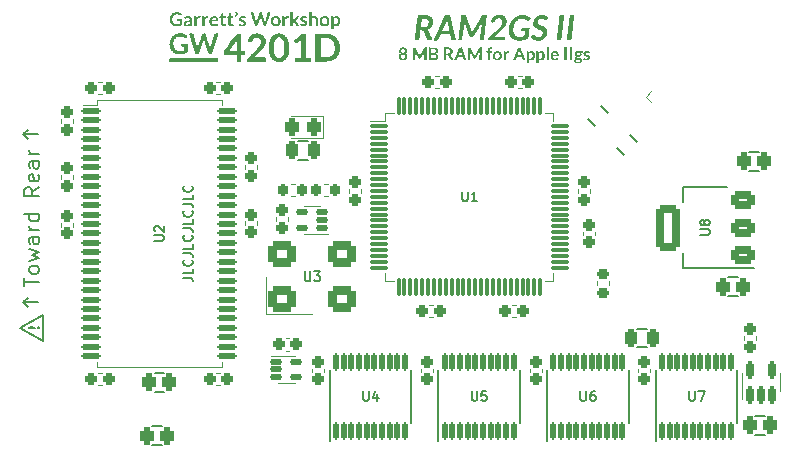
<source format=gto>
G04 #@! TF.GenerationSoftware,KiCad,Pcbnew,7.0.1-0*
G04 #@! TF.CreationDate,2023-11-03T04:24:23-04:00*
G04 #@! TF.ProjectId,RAM2GS,52414d32-4753-42e6-9b69-6361645f7063,2.1*
G04 #@! TF.SameCoordinates,Original*
G04 #@! TF.FileFunction,Legend,Top*
G04 #@! TF.FilePolarity,Positive*
%FSLAX46Y46*%
G04 Gerber Fmt 4.6, Leading zero omitted, Abs format (unit mm)*
G04 Created by KiCad (PCBNEW 7.0.1-0) date 2023-11-03 04:24:23*
%MOMM*%
%LPD*%
G01*
G04 APERTURE LIST*
G04 Aperture macros list*
%AMRoundRect*
0 Rectangle with rounded corners*
0 $1 Rounding radius*
0 $2 $3 $4 $5 $6 $7 $8 $9 X,Y pos of 4 corners*
0 Add a 4 corners polygon primitive as box body*
4,1,4,$2,$3,$4,$5,$6,$7,$8,$9,$2,$3,0*
0 Add four circle primitives for the rounded corners*
1,1,$1+$1,$2,$3*
1,1,$1+$1,$4,$5*
1,1,$1+$1,$6,$7*
1,1,$1+$1,$8,$9*
0 Add four rect primitives between the rounded corners*
20,1,$1+$1,$2,$3,$4,$5,0*
20,1,$1+$1,$4,$5,$6,$7,0*
20,1,$1+$1,$6,$7,$8,$9,0*
20,1,$1+$1,$8,$9,$2,$3,0*%
G04 Aperture macros list end*
%ADD10C,0.200000*%
%ADD11C,0.190500*%
%ADD12C,0.203200*%
%ADD13C,0.120000*%
%ADD14C,0.150000*%
%ADD15C,0.152400*%
%ADD16C,0.000000*%
%ADD17C,2.000000*%
%ADD18RoundRect,0.262500X0.262500X-0.212500X0.262500X0.212500X-0.262500X0.212500X-0.262500X-0.212500X0*%
%ADD19RoundRect,0.262500X-0.212500X-0.262500X0.212500X-0.262500X0.212500X0.262500X-0.212500X0.262500X0*%
%ADD20RoundRect,0.262500X-0.262500X0.212500X-0.262500X-0.212500X0.262500X-0.212500X0.262500X0.212500X0*%
%ADD21C,2.152400*%
%ADD22RoundRect,0.136500X0.112500X-0.612500X0.112500X0.612500X-0.112500X0.612500X-0.112500X-0.612500X0*%
%ADD23RoundRect,0.312500X0.262500X0.437500X-0.262500X0.437500X-0.262500X-0.437500X0.262500X-0.437500X0*%
%ADD24RoundRect,0.312500X-0.262500X-0.437500X0.262500X-0.437500X0.262500X0.437500X-0.262500X0.437500X0*%
%ADD25RoundRect,0.350000X0.700000X0.450000X-0.700000X0.450000X-0.700000X-0.450000X0.700000X-0.450000X0*%
%ADD26RoundRect,0.350000X0.700000X1.600000X-0.700000X1.600000X-0.700000X-1.600000X0.700000X-1.600000X0*%
%ADD27RoundRect,0.262500X-0.494975X-0.194454X-0.194454X-0.494975X0.494975X0.194454X0.194454X0.494975X0*%
%ADD28RoundRect,0.262500X0.494975X0.194454X0.194454X0.494975X-0.494975X-0.194454X-0.194454X-0.494975X0*%
%ADD29RoundRect,0.140000X-0.400000X-0.100000X0.400000X-0.100000X0.400000X0.100000X-0.400000X0.100000X0*%
%ADD30C,2.527300*%
%ADD31C,1.143000*%
%ADD32C,0.939800*%
%ADD33RoundRect,0.099000X-0.662500X-0.075000X0.662500X-0.075000X0.662500X0.075000X-0.662500X0.075000X0*%
%ADD34RoundRect,0.099000X-0.075000X-0.662500X0.075000X-0.662500X0.075000X0.662500X-0.075000X0.662500X0*%
%ADD35RoundRect,0.164500X-0.640500X-0.114500X0.640500X-0.114500X0.640500X0.114500X-0.640500X0.114500X0*%
%ADD36RoundRect,0.376200X-0.800000X-0.700000X0.800000X-0.700000X0.800000X0.700000X-0.800000X0.700000X0*%
%ADD37RoundRect,0.140000X0.400000X0.100000X-0.400000X0.100000X-0.400000X-0.100000X0.400000X-0.100000X0*%
%ADD38C,1.448000*%
%ADD39RoundRect,0.262500X0.212500X0.262500X-0.212500X0.262500X-0.212500X-0.262500X0.212500X-0.262500X0*%
%ADD40RoundRect,0.262500X0.212500X0.487500X-0.212500X0.487500X-0.212500X-0.487500X0.212500X-0.487500X0*%
%ADD41RoundRect,0.212500X0.162500X-0.512500X0.162500X0.512500X-0.162500X0.512500X-0.162500X-0.512500X0*%
%ADD42RoundRect,0.225000X0.175000X0.300000X-0.175000X0.300000X-0.175000X-0.300000X0.175000X-0.300000X0*%
%ADD43RoundRect,0.225000X-0.175000X-0.300000X0.175000X-0.300000X0.175000X0.300000X-0.175000X0.300000X0*%
%ADD44RoundRect,0.262500X-0.212500X-0.487500X0.212500X-0.487500X0.212500X0.487500X-0.212500X0.487500X0*%
%ADD45RoundRect,0.319950X0.243750X0.456250X-0.243750X0.456250X-0.243750X-0.456250X0.243750X-0.456250X0*%
%ADD46RoundRect,0.225000X-0.300000X0.175000X-0.300000X-0.175000X0.300000X-0.175000X0.300000X0.175000X0*%
%ADD47RoundRect,0.457200X-0.381000X-3.289000X0.381000X-3.289000X0.381000X3.289000X-0.381000X3.289000X0*%
G04 APERTURE END LIST*
D10*
X47625000Y-117475000D02*
X48006000Y-117094000D01*
X47625000Y-117475000D02*
X48006000Y-117856000D01*
X48895000Y-117475000D02*
X47625000Y-117475000D01*
X48895000Y-103251000D02*
X47625000Y-103251000D01*
X47625000Y-103251000D02*
X48006000Y-103632000D01*
X47625000Y-103251000D02*
X48006000Y-102870000D01*
X49276000Y-120713500D02*
X47371000Y-119634000D01*
X47371000Y-119634000D02*
X49276000Y-118554500D01*
X49276000Y-118554500D02*
X49276000Y-120713500D01*
X47704526Y-116138475D02*
X47704526Y-115412761D01*
X48974526Y-115775618D02*
X47704526Y-115775618D01*
X48974526Y-114807999D02*
X48914050Y-114928951D01*
X48914050Y-114928951D02*
X48853573Y-114989428D01*
X48853573Y-114989428D02*
X48732621Y-115049904D01*
X48732621Y-115049904D02*
X48369764Y-115049904D01*
X48369764Y-115049904D02*
X48248811Y-114989428D01*
X48248811Y-114989428D02*
X48188335Y-114928951D01*
X48188335Y-114928951D02*
X48127859Y-114807999D01*
X48127859Y-114807999D02*
X48127859Y-114626570D01*
X48127859Y-114626570D02*
X48188335Y-114505618D01*
X48188335Y-114505618D02*
X48248811Y-114445142D01*
X48248811Y-114445142D02*
X48369764Y-114384666D01*
X48369764Y-114384666D02*
X48732621Y-114384666D01*
X48732621Y-114384666D02*
X48853573Y-114445142D01*
X48853573Y-114445142D02*
X48914050Y-114505618D01*
X48914050Y-114505618D02*
X48974526Y-114626570D01*
X48974526Y-114626570D02*
X48974526Y-114807999D01*
X48127859Y-113961332D02*
X48974526Y-113719427D01*
X48974526Y-113719427D02*
X48369764Y-113477522D01*
X48369764Y-113477522D02*
X48974526Y-113235618D01*
X48974526Y-113235618D02*
X48127859Y-112993713D01*
X48974526Y-111965618D02*
X48309288Y-111965618D01*
X48309288Y-111965618D02*
X48188335Y-112026094D01*
X48188335Y-112026094D02*
X48127859Y-112147046D01*
X48127859Y-112147046D02*
X48127859Y-112388951D01*
X48127859Y-112388951D02*
X48188335Y-112509904D01*
X48914050Y-111965618D02*
X48974526Y-112086570D01*
X48974526Y-112086570D02*
X48974526Y-112388951D01*
X48974526Y-112388951D02*
X48914050Y-112509904D01*
X48914050Y-112509904D02*
X48793097Y-112570380D01*
X48793097Y-112570380D02*
X48672145Y-112570380D01*
X48672145Y-112570380D02*
X48551192Y-112509904D01*
X48551192Y-112509904D02*
X48490716Y-112388951D01*
X48490716Y-112388951D02*
X48490716Y-112086570D01*
X48490716Y-112086570D02*
X48430240Y-111965618D01*
X48974526Y-111360856D02*
X48127859Y-111360856D01*
X48369764Y-111360856D02*
X48248811Y-111300379D01*
X48248811Y-111300379D02*
X48188335Y-111239903D01*
X48188335Y-111239903D02*
X48127859Y-111118951D01*
X48127859Y-111118951D02*
X48127859Y-110997998D01*
X48974526Y-110030380D02*
X47704526Y-110030380D01*
X48914050Y-110030380D02*
X48974526Y-110151332D01*
X48974526Y-110151332D02*
X48974526Y-110393237D01*
X48974526Y-110393237D02*
X48914050Y-110514189D01*
X48914050Y-110514189D02*
X48853573Y-110574666D01*
X48853573Y-110574666D02*
X48732621Y-110635142D01*
X48732621Y-110635142D02*
X48369764Y-110635142D01*
X48369764Y-110635142D02*
X48248811Y-110574666D01*
X48248811Y-110574666D02*
X48188335Y-110514189D01*
X48188335Y-110514189D02*
X48127859Y-110393237D01*
X48127859Y-110393237D02*
X48127859Y-110151332D01*
X48127859Y-110151332D02*
X48188335Y-110030380D01*
X48974526Y-107732284D02*
X48369764Y-108155618D01*
X48974526Y-108457999D02*
X47704526Y-108457999D01*
X47704526Y-108457999D02*
X47704526Y-107974189D01*
X47704526Y-107974189D02*
X47765002Y-107853237D01*
X47765002Y-107853237D02*
X47825478Y-107792760D01*
X47825478Y-107792760D02*
X47946430Y-107732284D01*
X47946430Y-107732284D02*
X48127859Y-107732284D01*
X48127859Y-107732284D02*
X48248811Y-107792760D01*
X48248811Y-107792760D02*
X48309288Y-107853237D01*
X48309288Y-107853237D02*
X48369764Y-107974189D01*
X48369764Y-107974189D02*
X48369764Y-108457999D01*
X48914050Y-106704189D02*
X48974526Y-106825141D01*
X48974526Y-106825141D02*
X48974526Y-107067046D01*
X48974526Y-107067046D02*
X48914050Y-107187999D01*
X48914050Y-107187999D02*
X48793097Y-107248475D01*
X48793097Y-107248475D02*
X48309288Y-107248475D01*
X48309288Y-107248475D02*
X48188335Y-107187999D01*
X48188335Y-107187999D02*
X48127859Y-107067046D01*
X48127859Y-107067046D02*
X48127859Y-106825141D01*
X48127859Y-106825141D02*
X48188335Y-106704189D01*
X48188335Y-106704189D02*
X48309288Y-106643713D01*
X48309288Y-106643713D02*
X48430240Y-106643713D01*
X48430240Y-106643713D02*
X48551192Y-107248475D01*
X48974526Y-105555142D02*
X48309288Y-105555142D01*
X48309288Y-105555142D02*
X48188335Y-105615618D01*
X48188335Y-105615618D02*
X48127859Y-105736570D01*
X48127859Y-105736570D02*
X48127859Y-105978475D01*
X48127859Y-105978475D02*
X48188335Y-106099428D01*
X48914050Y-105555142D02*
X48974526Y-105676094D01*
X48974526Y-105676094D02*
X48974526Y-105978475D01*
X48974526Y-105978475D02*
X48914050Y-106099428D01*
X48914050Y-106099428D02*
X48793097Y-106159904D01*
X48793097Y-106159904D02*
X48672145Y-106159904D01*
X48672145Y-106159904D02*
X48551192Y-106099428D01*
X48551192Y-106099428D02*
X48490716Y-105978475D01*
X48490716Y-105978475D02*
X48490716Y-105676094D01*
X48490716Y-105676094D02*
X48430240Y-105555142D01*
X48974526Y-104950380D02*
X48127859Y-104950380D01*
X48369764Y-104950380D02*
X48248811Y-104889903D01*
X48248811Y-104889903D02*
X48188335Y-104829427D01*
X48188335Y-104829427D02*
X48127859Y-104708475D01*
X48127859Y-104708475D02*
X48127859Y-104587522D01*
D11*
X48876107Y-119634000D02*
X48914812Y-119595295D01*
X48914812Y-119595295D02*
X48953516Y-119634000D01*
X48953516Y-119634000D02*
X48914812Y-119672704D01*
X48914812Y-119672704D02*
X48876107Y-119634000D01*
X48876107Y-119634000D02*
X48953516Y-119634000D01*
X48643878Y-119634000D02*
X48179421Y-119672704D01*
X48179421Y-119672704D02*
X48140716Y-119634000D01*
X48140716Y-119634000D02*
X48179421Y-119595295D01*
X48179421Y-119595295D02*
X48643878Y-119634000D01*
X48643878Y-119634000D02*
X48140716Y-119634000D01*
D12*
X61163216Y-115404361D02*
X61743788Y-115404361D01*
X61743788Y-115404361D02*
X61859902Y-115443066D01*
X61859902Y-115443066D02*
X61937312Y-115520475D01*
X61937312Y-115520475D02*
X61976016Y-115636590D01*
X61976016Y-115636590D02*
X61976016Y-115713999D01*
X61976016Y-114630266D02*
X61976016Y-115017314D01*
X61976016Y-115017314D02*
X61163216Y-115017314D01*
X61898607Y-113894876D02*
X61937312Y-113933580D01*
X61937312Y-113933580D02*
X61976016Y-114049695D01*
X61976016Y-114049695D02*
X61976016Y-114127104D01*
X61976016Y-114127104D02*
X61937312Y-114243218D01*
X61937312Y-114243218D02*
X61859902Y-114320628D01*
X61859902Y-114320628D02*
X61782492Y-114359333D01*
X61782492Y-114359333D02*
X61627673Y-114398037D01*
X61627673Y-114398037D02*
X61511559Y-114398037D01*
X61511559Y-114398037D02*
X61356740Y-114359333D01*
X61356740Y-114359333D02*
X61279331Y-114320628D01*
X61279331Y-114320628D02*
X61201921Y-114243218D01*
X61201921Y-114243218D02*
X61163216Y-114127104D01*
X61163216Y-114127104D02*
X61163216Y-114049695D01*
X61163216Y-114049695D02*
X61201921Y-113933580D01*
X61201921Y-113933580D02*
X61240626Y-113894876D01*
X61163216Y-113314304D02*
X61743788Y-113314304D01*
X61743788Y-113314304D02*
X61859902Y-113353009D01*
X61859902Y-113353009D02*
X61937312Y-113430418D01*
X61937312Y-113430418D02*
X61976016Y-113546533D01*
X61976016Y-113546533D02*
X61976016Y-113623942D01*
X61976016Y-112540209D02*
X61976016Y-112927257D01*
X61976016Y-112927257D02*
X61163216Y-112927257D01*
X61898607Y-111804819D02*
X61937312Y-111843523D01*
X61937312Y-111843523D02*
X61976016Y-111959638D01*
X61976016Y-111959638D02*
X61976016Y-112037047D01*
X61976016Y-112037047D02*
X61937312Y-112153161D01*
X61937312Y-112153161D02*
X61859902Y-112230571D01*
X61859902Y-112230571D02*
X61782492Y-112269276D01*
X61782492Y-112269276D02*
X61627673Y-112307980D01*
X61627673Y-112307980D02*
X61511559Y-112307980D01*
X61511559Y-112307980D02*
X61356740Y-112269276D01*
X61356740Y-112269276D02*
X61279331Y-112230571D01*
X61279331Y-112230571D02*
X61201921Y-112153161D01*
X61201921Y-112153161D02*
X61163216Y-112037047D01*
X61163216Y-112037047D02*
X61163216Y-111959638D01*
X61163216Y-111959638D02*
X61201921Y-111843523D01*
X61201921Y-111843523D02*
X61240626Y-111804819D01*
X61163216Y-111224247D02*
X61743788Y-111224247D01*
X61743788Y-111224247D02*
X61859902Y-111262952D01*
X61859902Y-111262952D02*
X61937312Y-111340361D01*
X61937312Y-111340361D02*
X61976016Y-111456476D01*
X61976016Y-111456476D02*
X61976016Y-111533885D01*
X61976016Y-110450152D02*
X61976016Y-110837200D01*
X61976016Y-110837200D02*
X61163216Y-110837200D01*
X61898607Y-109714762D02*
X61937312Y-109753466D01*
X61937312Y-109753466D02*
X61976016Y-109869581D01*
X61976016Y-109869581D02*
X61976016Y-109946990D01*
X61976016Y-109946990D02*
X61937312Y-110063104D01*
X61937312Y-110063104D02*
X61859902Y-110140514D01*
X61859902Y-110140514D02*
X61782492Y-110179219D01*
X61782492Y-110179219D02*
X61627673Y-110217923D01*
X61627673Y-110217923D02*
X61511559Y-110217923D01*
X61511559Y-110217923D02*
X61356740Y-110179219D01*
X61356740Y-110179219D02*
X61279331Y-110140514D01*
X61279331Y-110140514D02*
X61201921Y-110063104D01*
X61201921Y-110063104D02*
X61163216Y-109946990D01*
X61163216Y-109946990D02*
X61163216Y-109869581D01*
X61163216Y-109869581D02*
X61201921Y-109753466D01*
X61201921Y-109753466D02*
X61240626Y-109714762D01*
X61163216Y-109134190D02*
X61743788Y-109134190D01*
X61743788Y-109134190D02*
X61859902Y-109172895D01*
X61859902Y-109172895D02*
X61937312Y-109250304D01*
X61937312Y-109250304D02*
X61976016Y-109366419D01*
X61976016Y-109366419D02*
X61976016Y-109443828D01*
X61976016Y-108360095D02*
X61976016Y-108747143D01*
X61976016Y-108747143D02*
X61163216Y-108747143D01*
X61898607Y-107624705D02*
X61937312Y-107663409D01*
X61937312Y-107663409D02*
X61976016Y-107779524D01*
X61976016Y-107779524D02*
X61976016Y-107856933D01*
X61976016Y-107856933D02*
X61937312Y-107973047D01*
X61937312Y-107973047D02*
X61859902Y-108050457D01*
X61859902Y-108050457D02*
X61782492Y-108089162D01*
X61782492Y-108089162D02*
X61627673Y-108127866D01*
X61627673Y-108127866D02*
X61511559Y-108127866D01*
X61511559Y-108127866D02*
X61356740Y-108089162D01*
X61356740Y-108089162D02*
X61279331Y-108050457D01*
X61279331Y-108050457D02*
X61201921Y-107973047D01*
X61201921Y-107973047D02*
X61163216Y-107856933D01*
X61163216Y-107856933D02*
X61163216Y-107779524D01*
X61163216Y-107779524D02*
X61201921Y-107663409D01*
X61201921Y-107663409D02*
X61240626Y-107624705D01*
X94805723Y-125013216D02*
X94805723Y-125671197D01*
X94805723Y-125671197D02*
X94844428Y-125748607D01*
X94844428Y-125748607D02*
X94883133Y-125787312D01*
X94883133Y-125787312D02*
X94960542Y-125826016D01*
X94960542Y-125826016D02*
X95115361Y-125826016D01*
X95115361Y-125826016D02*
X95192771Y-125787312D01*
X95192771Y-125787312D02*
X95231476Y-125748607D01*
X95231476Y-125748607D02*
X95270180Y-125671197D01*
X95270180Y-125671197D02*
X95270180Y-125013216D01*
X96005571Y-125013216D02*
X95850752Y-125013216D01*
X95850752Y-125013216D02*
X95773343Y-125051921D01*
X95773343Y-125051921D02*
X95734638Y-125090626D01*
X95734638Y-125090626D02*
X95657228Y-125206740D01*
X95657228Y-125206740D02*
X95618524Y-125361559D01*
X95618524Y-125361559D02*
X95618524Y-125671197D01*
X95618524Y-125671197D02*
X95657228Y-125748607D01*
X95657228Y-125748607D02*
X95695933Y-125787312D01*
X95695933Y-125787312D02*
X95773343Y-125826016D01*
X95773343Y-125826016D02*
X95928162Y-125826016D01*
X95928162Y-125826016D02*
X96005571Y-125787312D01*
X96005571Y-125787312D02*
X96044276Y-125748607D01*
X96044276Y-125748607D02*
X96082981Y-125671197D01*
X96082981Y-125671197D02*
X96082981Y-125477673D01*
X96082981Y-125477673D02*
X96044276Y-125400264D01*
X96044276Y-125400264D02*
X96005571Y-125361559D01*
X96005571Y-125361559D02*
X95928162Y-125322854D01*
X95928162Y-125322854D02*
X95773343Y-125322854D01*
X95773343Y-125322854D02*
X95695933Y-125361559D01*
X95695933Y-125361559D02*
X95657228Y-125400264D01*
X95657228Y-125400264D02*
X95618524Y-125477673D01*
X104005723Y-125013216D02*
X104005723Y-125671197D01*
X104005723Y-125671197D02*
X104044428Y-125748607D01*
X104044428Y-125748607D02*
X104083133Y-125787312D01*
X104083133Y-125787312D02*
X104160542Y-125826016D01*
X104160542Y-125826016D02*
X104315361Y-125826016D01*
X104315361Y-125826016D02*
X104392771Y-125787312D01*
X104392771Y-125787312D02*
X104431476Y-125748607D01*
X104431476Y-125748607D02*
X104470180Y-125671197D01*
X104470180Y-125671197D02*
X104470180Y-125013216D01*
X104779819Y-125013216D02*
X105321685Y-125013216D01*
X105321685Y-125013216D02*
X104973343Y-125826016D01*
X85605723Y-125013216D02*
X85605723Y-125671197D01*
X85605723Y-125671197D02*
X85644428Y-125748607D01*
X85644428Y-125748607D02*
X85683133Y-125787312D01*
X85683133Y-125787312D02*
X85760542Y-125826016D01*
X85760542Y-125826016D02*
X85915361Y-125826016D01*
X85915361Y-125826016D02*
X85992771Y-125787312D01*
X85992771Y-125787312D02*
X86031476Y-125748607D01*
X86031476Y-125748607D02*
X86070180Y-125671197D01*
X86070180Y-125671197D02*
X86070180Y-125013216D01*
X86844276Y-125013216D02*
X86457228Y-125013216D01*
X86457228Y-125013216D02*
X86418524Y-125400264D01*
X86418524Y-125400264D02*
X86457228Y-125361559D01*
X86457228Y-125361559D02*
X86534638Y-125322854D01*
X86534638Y-125322854D02*
X86728162Y-125322854D01*
X86728162Y-125322854D02*
X86805571Y-125361559D01*
X86805571Y-125361559D02*
X86844276Y-125400264D01*
X86844276Y-125400264D02*
X86882981Y-125477673D01*
X86882981Y-125477673D02*
X86882981Y-125671197D01*
X86882981Y-125671197D02*
X86844276Y-125748607D01*
X86844276Y-125748607D02*
X86805571Y-125787312D01*
X86805571Y-125787312D02*
X86728162Y-125826016D01*
X86728162Y-125826016D02*
X86534638Y-125826016D01*
X86534638Y-125826016D02*
X86457228Y-125787312D01*
X86457228Y-125787312D02*
X86418524Y-125748607D01*
X104950216Y-111769276D02*
X105608197Y-111769276D01*
X105608197Y-111769276D02*
X105685607Y-111730571D01*
X105685607Y-111730571D02*
X105724312Y-111691866D01*
X105724312Y-111691866D02*
X105763016Y-111614457D01*
X105763016Y-111614457D02*
X105763016Y-111459638D01*
X105763016Y-111459638D02*
X105724312Y-111382228D01*
X105724312Y-111382228D02*
X105685607Y-111343523D01*
X105685607Y-111343523D02*
X105608197Y-111304819D01*
X105608197Y-111304819D02*
X104950216Y-111304819D01*
X105298559Y-110801656D02*
X105259854Y-110879066D01*
X105259854Y-110879066D02*
X105221150Y-110917771D01*
X105221150Y-110917771D02*
X105143740Y-110956475D01*
X105143740Y-110956475D02*
X105105035Y-110956475D01*
X105105035Y-110956475D02*
X105027626Y-110917771D01*
X105027626Y-110917771D02*
X104988921Y-110879066D01*
X104988921Y-110879066D02*
X104950216Y-110801656D01*
X104950216Y-110801656D02*
X104950216Y-110646837D01*
X104950216Y-110646837D02*
X104988921Y-110569428D01*
X104988921Y-110569428D02*
X105027626Y-110530723D01*
X105027626Y-110530723D02*
X105105035Y-110492018D01*
X105105035Y-110492018D02*
X105143740Y-110492018D01*
X105143740Y-110492018D02*
X105221150Y-110530723D01*
X105221150Y-110530723D02*
X105259854Y-110569428D01*
X105259854Y-110569428D02*
X105298559Y-110646837D01*
X105298559Y-110646837D02*
X105298559Y-110801656D01*
X105298559Y-110801656D02*
X105337264Y-110879066D01*
X105337264Y-110879066D02*
X105375969Y-110917771D01*
X105375969Y-110917771D02*
X105453378Y-110956475D01*
X105453378Y-110956475D02*
X105608197Y-110956475D01*
X105608197Y-110956475D02*
X105685607Y-110917771D01*
X105685607Y-110917771D02*
X105724312Y-110879066D01*
X105724312Y-110879066D02*
X105763016Y-110801656D01*
X105763016Y-110801656D02*
X105763016Y-110646837D01*
X105763016Y-110646837D02*
X105724312Y-110569428D01*
X105724312Y-110569428D02*
X105685607Y-110530723D01*
X105685607Y-110530723D02*
X105608197Y-110492018D01*
X105608197Y-110492018D02*
X105453378Y-110492018D01*
X105453378Y-110492018D02*
X105375969Y-110530723D01*
X105375969Y-110530723D02*
X105337264Y-110569428D01*
X105337264Y-110569428D02*
X105298559Y-110646837D01*
X76405723Y-125013216D02*
X76405723Y-125671197D01*
X76405723Y-125671197D02*
X76444428Y-125748607D01*
X76444428Y-125748607D02*
X76483133Y-125787312D01*
X76483133Y-125787312D02*
X76560542Y-125826016D01*
X76560542Y-125826016D02*
X76715361Y-125826016D01*
X76715361Y-125826016D02*
X76792771Y-125787312D01*
X76792771Y-125787312D02*
X76831476Y-125748607D01*
X76831476Y-125748607D02*
X76870180Y-125671197D01*
X76870180Y-125671197D02*
X76870180Y-125013216D01*
X77605571Y-125284150D02*
X77605571Y-125826016D01*
X77412047Y-124974512D02*
X77218524Y-125555083D01*
X77218524Y-125555083D02*
X77721685Y-125555083D01*
X84780723Y-108113216D02*
X84780723Y-108771197D01*
X84780723Y-108771197D02*
X84819428Y-108848607D01*
X84819428Y-108848607D02*
X84858133Y-108887312D01*
X84858133Y-108887312D02*
X84935542Y-108926016D01*
X84935542Y-108926016D02*
X85090361Y-108926016D01*
X85090361Y-108926016D02*
X85167771Y-108887312D01*
X85167771Y-108887312D02*
X85206476Y-108848607D01*
X85206476Y-108848607D02*
X85245180Y-108771197D01*
X85245180Y-108771197D02*
X85245180Y-108113216D01*
X86057981Y-108926016D02*
X85593524Y-108926016D01*
X85825752Y-108926016D02*
X85825752Y-108113216D01*
X85825752Y-108113216D02*
X85748343Y-108229331D01*
X85748343Y-108229331D02*
X85670933Y-108306740D01*
X85670933Y-108306740D02*
X85593524Y-108345445D01*
X58713216Y-112269276D02*
X59371197Y-112269276D01*
X59371197Y-112269276D02*
X59448607Y-112230571D01*
X59448607Y-112230571D02*
X59487312Y-112191866D01*
X59487312Y-112191866D02*
X59526016Y-112114457D01*
X59526016Y-112114457D02*
X59526016Y-111959638D01*
X59526016Y-111959638D02*
X59487312Y-111882228D01*
X59487312Y-111882228D02*
X59448607Y-111843523D01*
X59448607Y-111843523D02*
X59371197Y-111804819D01*
X59371197Y-111804819D02*
X58713216Y-111804819D01*
X58790626Y-111456475D02*
X58751921Y-111417771D01*
X58751921Y-111417771D02*
X58713216Y-111340361D01*
X58713216Y-111340361D02*
X58713216Y-111146837D01*
X58713216Y-111146837D02*
X58751921Y-111069428D01*
X58751921Y-111069428D02*
X58790626Y-111030723D01*
X58790626Y-111030723D02*
X58868035Y-110992018D01*
X58868035Y-110992018D02*
X58945445Y-110992018D01*
X58945445Y-110992018D02*
X59061559Y-111030723D01*
X59061559Y-111030723D02*
X59526016Y-111495180D01*
X59526016Y-111495180D02*
X59526016Y-110992018D01*
X71480723Y-114863216D02*
X71480723Y-115521197D01*
X71480723Y-115521197D02*
X71519428Y-115598607D01*
X71519428Y-115598607D02*
X71558133Y-115637312D01*
X71558133Y-115637312D02*
X71635542Y-115676016D01*
X71635542Y-115676016D02*
X71790361Y-115676016D01*
X71790361Y-115676016D02*
X71867771Y-115637312D01*
X71867771Y-115637312D02*
X71906476Y-115598607D01*
X71906476Y-115598607D02*
X71945180Y-115521197D01*
X71945180Y-115521197D02*
X71945180Y-114863216D01*
X72254819Y-114863216D02*
X72757981Y-114863216D01*
X72757981Y-114863216D02*
X72487047Y-115172854D01*
X72487047Y-115172854D02*
X72603162Y-115172854D01*
X72603162Y-115172854D02*
X72680571Y-115211559D01*
X72680571Y-115211559D02*
X72719276Y-115250264D01*
X72719276Y-115250264D02*
X72757981Y-115327673D01*
X72757981Y-115327673D02*
X72757981Y-115521197D01*
X72757981Y-115521197D02*
X72719276Y-115598607D01*
X72719276Y-115598607D02*
X72680571Y-115637312D01*
X72680571Y-115637312D02*
X72603162Y-115676016D01*
X72603162Y-115676016D02*
X72370933Y-115676016D01*
X72370933Y-115676016D02*
X72293524Y-115637312D01*
X72293524Y-115637312D02*
X72254819Y-115598607D01*
D13*
X75190000Y-108212779D02*
X75190000Y-107887221D01*
X76210000Y-108212779D02*
X76210000Y-107887221D01*
X94590000Y-108212779D02*
X94590000Y-107887221D01*
X95610000Y-108212779D02*
X95610000Y-107887221D01*
X81987221Y-117740000D02*
X82312779Y-117740000D01*
X81987221Y-118760000D02*
X82312779Y-118760000D01*
X88987221Y-117740000D02*
X89312779Y-117740000D01*
X88987221Y-118760000D02*
X89312779Y-118760000D01*
X82487221Y-98340000D02*
X82812779Y-98340000D01*
X82487221Y-99360000D02*
X82812779Y-99360000D01*
X96010000Y-111487221D02*
X96010000Y-111812779D01*
X94990000Y-111487221D02*
X94990000Y-111812779D01*
X89487221Y-98340000D02*
X89812779Y-98340000D01*
X89487221Y-99360000D02*
X89812779Y-99360000D01*
X50840000Y-107062779D02*
X50840000Y-106737221D01*
X51860000Y-107062779D02*
X51860000Y-106737221D01*
X50840000Y-102262779D02*
X50840000Y-101937221D01*
X51860000Y-102262779D02*
X51860000Y-101937221D01*
X53987221Y-98840000D02*
X54312779Y-98840000D01*
X53987221Y-99860000D02*
X54312779Y-99860000D01*
X63987221Y-123440000D02*
X64312779Y-123440000D01*
X63987221Y-124460000D02*
X64312779Y-124460000D01*
X63987221Y-98840000D02*
X64312779Y-98840000D01*
X63987221Y-99860000D02*
X64312779Y-99860000D01*
X67460000Y-110637221D02*
X67460000Y-110962779D01*
X66440000Y-110637221D02*
X66440000Y-110962779D01*
X67460000Y-105837221D02*
X67460000Y-106162779D01*
X66440000Y-105837221D02*
X66440000Y-106162779D01*
X50840000Y-111062779D02*
X50840000Y-110737221D01*
X51860000Y-111062779D02*
X51860000Y-110737221D01*
X53987221Y-123440000D02*
X54312779Y-123440000D01*
X53987221Y-124460000D02*
X54312779Y-124460000D01*
D14*
X91975000Y-129200000D02*
X91975000Y-123225000D01*
X98875000Y-127675000D02*
X98875000Y-123225000D01*
D13*
X91510000Y-123087221D02*
X91510000Y-123412779D01*
X90490000Y-123087221D02*
X90490000Y-123412779D01*
X82310000Y-123087221D02*
X82310000Y-123412779D01*
X81290000Y-123087221D02*
X81290000Y-123412779D01*
D14*
X101175000Y-129200000D02*
X101175000Y-123225000D01*
X108075000Y-127675000D02*
X108075000Y-123225000D01*
D13*
X73110000Y-123087221D02*
X73110000Y-123412779D01*
X72090000Y-123087221D02*
X72090000Y-123412779D01*
D14*
X82775000Y-129200000D02*
X82775000Y-123225000D01*
X89675000Y-127675000D02*
X89675000Y-123225000D01*
D15*
X59334400Y-129578000D02*
X58521600Y-129578000D01*
X59334400Y-127978000D02*
X58521600Y-127978000D01*
X109575600Y-127089000D02*
X110388400Y-127089000D01*
X109575600Y-128689000D02*
X110388400Y-128689000D01*
X103477000Y-107740000D02*
X103477000Y-109000000D01*
X103477000Y-114560000D02*
X103477000Y-113300000D01*
X107237000Y-107740000D02*
X103477000Y-107740000D01*
X109487000Y-114560000D02*
X103477000Y-114560000D01*
X109093600Y-104750000D02*
X109906400Y-104750000D01*
X109093600Y-106350000D02*
X109906400Y-106350000D01*
X107293600Y-115350000D02*
X108106400Y-115350000D01*
X107293600Y-116950000D02*
X108106400Y-116950000D01*
X96578317Y-100846946D02*
X97153054Y-101421683D01*
X95446946Y-101978317D02*
X96021683Y-102553054D01*
X98471683Y-105003054D02*
X97896946Y-104428317D01*
X99603054Y-103871683D02*
X99028317Y-103296946D01*
D13*
X70630000Y-121990000D02*
X68600000Y-121990000D01*
X69220000Y-124310000D02*
X70630000Y-124310000D01*
X100330910Y-100067962D02*
X100779923Y-99618949D01*
X100779923Y-100516974D02*
X100330910Y-100067962D01*
D14*
X73575000Y-129200000D02*
X73575000Y-123225000D01*
X80475000Y-127675000D02*
X80475000Y-123225000D01*
D13*
X92510000Y-101440000D02*
X92510000Y-102140000D01*
X91810000Y-101440000D02*
X92510000Y-101440000D01*
X78990000Y-101440000D02*
X78290000Y-101440000D01*
X78290000Y-101440000D02*
X78290000Y-102140000D01*
X78290000Y-102140000D02*
X77000000Y-102140000D01*
X92510000Y-115660000D02*
X92510000Y-114960000D01*
X91810000Y-115660000D02*
X92510000Y-115660000D01*
X78990000Y-115660000D02*
X78290000Y-115660000D01*
X78290000Y-115660000D02*
X78290000Y-114960000D01*
X64450000Y-100350000D02*
X64450000Y-100750000D01*
X53850000Y-100350000D02*
X64450000Y-100350000D01*
X53850000Y-100750000D02*
X53850000Y-100350000D01*
X52650000Y-100750000D02*
X53850000Y-100750000D01*
X64450000Y-122550000D02*
X64450000Y-122950000D01*
X53850000Y-122550000D02*
X53850000Y-122950000D01*
X53850000Y-122950000D02*
X64450000Y-122950000D01*
X68200000Y-118500000D02*
X68200000Y-115300000D01*
X68200000Y-118500000D02*
X72100000Y-118500000D01*
X71370000Y-111660000D02*
X73400000Y-111660000D01*
X72780000Y-109340000D02*
X71370000Y-109340000D01*
X68990000Y-110562779D02*
X68990000Y-110237221D01*
X70010000Y-110562779D02*
X70010000Y-110237221D01*
D15*
X58743600Y-123450000D02*
X59556400Y-123450000D01*
X58743600Y-125050000D02*
X59556400Y-125050000D01*
D13*
X70162779Y-121560000D02*
X69837221Y-121560000D01*
X70162779Y-120540000D02*
X69837221Y-120540000D01*
X100710000Y-123087221D02*
X100710000Y-123412779D01*
X99690000Y-123087221D02*
X99690000Y-123412779D01*
X108640000Y-120662779D02*
X108640000Y-120337221D01*
X109660000Y-120662779D02*
X109660000Y-120337221D01*
D15*
X100406400Y-121300000D02*
X99593600Y-121300000D01*
X100406400Y-119700000D02*
X99593600Y-119700000D01*
D13*
X108520000Y-123490000D02*
X108520000Y-125650000D01*
X111680000Y-123490000D02*
X111680000Y-124950000D01*
X70612779Y-108460000D02*
X70287221Y-108460000D01*
X70612779Y-107440000D02*
X70287221Y-107440000D01*
X73087221Y-107440000D02*
X73412779Y-107440000D01*
X73087221Y-108460000D02*
X73412779Y-108460000D01*
D15*
X70893600Y-103800000D02*
X71706400Y-103800000D01*
X70893600Y-105400000D02*
X71706400Y-105400000D01*
D13*
X72985000Y-103610000D02*
X72985000Y-101690000D01*
X72985000Y-101690000D02*
X70300000Y-101690000D01*
X70300000Y-103610000D02*
X72985000Y-103610000D01*
X97260000Y-115687221D02*
X97260000Y-116012779D01*
X96240000Y-115687221D02*
X96240000Y-116012779D01*
G36*
X64063129Y-96797551D02*
G01*
X64087310Y-96813729D01*
X64101047Y-96829411D01*
X64113849Y-96848756D01*
X64113849Y-96964409D01*
X64113849Y-97080061D01*
X64099534Y-97100385D01*
X64086379Y-97115130D01*
X64070225Y-97128175D01*
X64064188Y-97131813D01*
X64043158Y-97142916D01*
X62057227Y-97142916D01*
X60071296Y-97142916D01*
X60050266Y-97131813D01*
X60034416Y-97120768D01*
X60019428Y-97106123D01*
X60014920Y-97100385D01*
X60000605Y-97080061D01*
X60000605Y-96964409D01*
X60000605Y-96848756D01*
X60013407Y-96829411D01*
X60031652Y-96809941D01*
X60051325Y-96797551D01*
X60076441Y-96785035D01*
X62057227Y-96785035D01*
X64038013Y-96785035D01*
X64063129Y-96797551D01*
G37*
G36*
X65725185Y-92846498D02*
G01*
X65729424Y-92851855D01*
X65736124Y-92863067D01*
X65741736Y-92873627D01*
X65763824Y-92927031D01*
X65776464Y-92981043D01*
X65779685Y-93035163D01*
X65773516Y-93088890D01*
X65757987Y-93141722D01*
X65733128Y-93193160D01*
X65721618Y-93211670D01*
X65711453Y-93225659D01*
X65697823Y-93242508D01*
X65682102Y-93260736D01*
X65665662Y-93278861D01*
X65649879Y-93295403D01*
X65636125Y-93308881D01*
X65625775Y-93317814D01*
X65620441Y-93320745D01*
X65614959Y-93318406D01*
X65603680Y-93312229D01*
X65588878Y-93303469D01*
X65586392Y-93301947D01*
X65570445Y-93291777D01*
X65557075Y-93282604D01*
X65548980Y-93276284D01*
X65548615Y-93275932D01*
X65542039Y-93264476D01*
X65542778Y-93249922D01*
X65551029Y-93231485D01*
X65564985Y-93210997D01*
X65591228Y-93170555D01*
X65608050Y-93130505D01*
X65615519Y-93090227D01*
X65613701Y-93049104D01*
X65602667Y-93006515D01*
X65590662Y-92977917D01*
X65579322Y-92952126D01*
X65573347Y-92932761D01*
X65572553Y-92918480D01*
X65576758Y-92907942D01*
X65580541Y-92903780D01*
X65588034Y-92899164D01*
X65601999Y-92892389D01*
X65620577Y-92884189D01*
X65641908Y-92875304D01*
X65664131Y-92866468D01*
X65685386Y-92858419D01*
X65703814Y-92851894D01*
X65717553Y-92847628D01*
X65724744Y-92846360D01*
X65725185Y-92846498D01*
G37*
G36*
X62586954Y-93244150D02*
G01*
X62618379Y-93253694D01*
X62643915Y-93268267D01*
X62644710Y-93268893D01*
X62646495Y-93273818D01*
X62646380Y-93284907D01*
X62644282Y-93303112D01*
X62640115Y-93329381D01*
X62638497Y-93338699D01*
X62633874Y-93364314D01*
X62629376Y-93388103D01*
X62625465Y-93407697D01*
X62622602Y-93420730D01*
X62622191Y-93422357D01*
X62617268Y-93435085D01*
X62609514Y-93443022D01*
X62597400Y-93446597D01*
X62579397Y-93446241D01*
X62553974Y-93442381D01*
X62552102Y-93442032D01*
X62506013Y-93437196D01*
X62464149Y-93440856D01*
X62426266Y-93453125D01*
X62392119Y-93474116D01*
X62361465Y-93503940D01*
X62334273Y-93542353D01*
X62317287Y-93570703D01*
X62317287Y-93832237D01*
X62317287Y-94093770D01*
X62214695Y-94093770D01*
X62112102Y-94093770D01*
X62112102Y-93676243D01*
X62112102Y-93258715D01*
X62188667Y-93258715D01*
X62217347Y-93258769D01*
X62238074Y-93259071D01*
X62252438Y-93259828D01*
X62262031Y-93261249D01*
X62268443Y-93263541D01*
X62273263Y-93266913D01*
X62276750Y-93270233D01*
X62282648Y-93276683D01*
X62287041Y-93283594D01*
X62290416Y-93292747D01*
X62293259Y-93305923D01*
X62296055Y-93324902D01*
X62299293Y-93351465D01*
X62299561Y-93353767D01*
X62305358Y-93403487D01*
X62322510Y-93377625D01*
X62355024Y-93334992D01*
X62391097Y-93299323D01*
X62429762Y-93271407D01*
X62470054Y-93252035D01*
X62480485Y-93248553D01*
X62515693Y-93241293D01*
X62551954Y-93239921D01*
X62586954Y-93244150D01*
G37*
G36*
X63250226Y-93244150D02*
G01*
X63281652Y-93253694D01*
X63307187Y-93268267D01*
X63307982Y-93268893D01*
X63309767Y-93273818D01*
X63309653Y-93284907D01*
X63307554Y-93303112D01*
X63303387Y-93329381D01*
X63301770Y-93338699D01*
X63297147Y-93364314D01*
X63292649Y-93388103D01*
X63288737Y-93407697D01*
X63285874Y-93420730D01*
X63285464Y-93422357D01*
X63280540Y-93435085D01*
X63272786Y-93443022D01*
X63260672Y-93446597D01*
X63242669Y-93446241D01*
X63217247Y-93442381D01*
X63215375Y-93442032D01*
X63169286Y-93437196D01*
X63127422Y-93440856D01*
X63089538Y-93453125D01*
X63055391Y-93474116D01*
X63024737Y-93503940D01*
X62997546Y-93542353D01*
X62980560Y-93570703D01*
X62980560Y-93832237D01*
X62980560Y-94093770D01*
X62877967Y-94093770D01*
X62775375Y-94093770D01*
X62775375Y-93676243D01*
X62775375Y-93258715D01*
X62851939Y-93258715D01*
X62880619Y-93258769D01*
X62901346Y-93259071D01*
X62915711Y-93259828D01*
X62925304Y-93261249D01*
X62931715Y-93263541D01*
X62936536Y-93266913D01*
X62940023Y-93270233D01*
X62945920Y-93276683D01*
X62950314Y-93283594D01*
X62953689Y-93292747D01*
X62956531Y-93305923D01*
X62959328Y-93324902D01*
X62962565Y-93351465D01*
X62962834Y-93353767D01*
X62968630Y-93403487D01*
X62985783Y-93377625D01*
X63018297Y-93334992D01*
X63054369Y-93299323D01*
X63093035Y-93271407D01*
X63133327Y-93252035D01*
X63143757Y-93248553D01*
X63178965Y-93241293D01*
X63215226Y-93239921D01*
X63250226Y-93244150D01*
G37*
G36*
X70045192Y-93244150D02*
G01*
X70076617Y-93253694D01*
X70102153Y-93268267D01*
X70102947Y-93268893D01*
X70104732Y-93273818D01*
X70104618Y-93284907D01*
X70102519Y-93303112D01*
X70098353Y-93329381D01*
X70096735Y-93338699D01*
X70092112Y-93364314D01*
X70087614Y-93388103D01*
X70083703Y-93407697D01*
X70080839Y-93420730D01*
X70080429Y-93422357D01*
X70075505Y-93435085D01*
X70067752Y-93443022D01*
X70055638Y-93446597D01*
X70037634Y-93446241D01*
X70012212Y-93442381D01*
X70010340Y-93442032D01*
X69964251Y-93437196D01*
X69922387Y-93440856D01*
X69884504Y-93453125D01*
X69850357Y-93474116D01*
X69819702Y-93503940D01*
X69792511Y-93542353D01*
X69775525Y-93570703D01*
X69775525Y-93832237D01*
X69775525Y-94093770D01*
X69672932Y-94093770D01*
X69570340Y-94093770D01*
X69570340Y-93676243D01*
X69570340Y-93258715D01*
X69646905Y-93258715D01*
X69675585Y-93258769D01*
X69696312Y-93259071D01*
X69710676Y-93259828D01*
X69720269Y-93261249D01*
X69726680Y-93263541D01*
X69731501Y-93266913D01*
X69734988Y-93270233D01*
X69740886Y-93276683D01*
X69745279Y-93283594D01*
X69748654Y-93292747D01*
X69751497Y-93305923D01*
X69754293Y-93324902D01*
X69757530Y-93351465D01*
X69757799Y-93353767D01*
X69763596Y-93403487D01*
X69780748Y-93377625D01*
X69813262Y-93334992D01*
X69849334Y-93299323D01*
X69888000Y-93271407D01*
X69928292Y-93252035D01*
X69938723Y-93248553D01*
X69973930Y-93241293D01*
X70010192Y-93239921D01*
X70045192Y-93244150D01*
G37*
G36*
X72051647Y-93110791D02*
G01*
X72051702Y-93156524D01*
X72051860Y-93199215D01*
X72052109Y-93237941D01*
X72052438Y-93271780D01*
X72052837Y-93299809D01*
X72053295Y-93321108D01*
X72053800Y-93334753D01*
X72054342Y-93339823D01*
X72054370Y-93339835D01*
X72059216Y-93337038D01*
X72069048Y-93329774D01*
X72079422Y-93321496D01*
X72122006Y-93290666D01*
X72165181Y-93268187D01*
X72210599Y-93253531D01*
X72259913Y-93246167D01*
X72314774Y-93245567D01*
X72316091Y-93245627D01*
X72368705Y-93251842D01*
X72415254Y-93265362D01*
X72456027Y-93286370D01*
X72491311Y-93315047D01*
X72521393Y-93351575D01*
X72543456Y-93389681D01*
X72550111Y-93403279D01*
X72555854Y-93415648D01*
X72560757Y-93427585D01*
X72564892Y-93439884D01*
X72568331Y-93453339D01*
X72571145Y-93468746D01*
X72573407Y-93486899D01*
X72575189Y-93508593D01*
X72576561Y-93534624D01*
X72577597Y-93565786D01*
X72578368Y-93602873D01*
X72578945Y-93646681D01*
X72579401Y-93698005D01*
X72579808Y-93757639D01*
X72580037Y-93794343D01*
X72581894Y-94093770D01*
X72479215Y-94093770D01*
X72376535Y-94093770D01*
X72375138Y-93799006D01*
X72373740Y-93504242D01*
X72357945Y-93472165D01*
X72341455Y-93444712D01*
X72322047Y-93424785D01*
X72298303Y-93411575D01*
X72268803Y-93404273D01*
X72234914Y-93402077D01*
X72191689Y-93406122D01*
X72150302Y-93418917D01*
X72110122Y-93440727D01*
X72071006Y-93471380D01*
X72051647Y-93488869D01*
X72051647Y-93791320D01*
X72051647Y-94093770D01*
X71949055Y-94093770D01*
X71846462Y-94093770D01*
X71846462Y-93487759D01*
X71846462Y-92881747D01*
X71949055Y-92881747D01*
X72051647Y-92881747D01*
X72051647Y-93110791D01*
G37*
G36*
X71382622Y-94734316D02*
G01*
X71548228Y-94735570D01*
X71549432Y-95765074D01*
X71550636Y-96794578D01*
X71760582Y-96794578D01*
X71970528Y-96794578D01*
X71970528Y-96944888D01*
X71970528Y-97095198D01*
X71319185Y-97095198D01*
X70667841Y-97095198D01*
X70667841Y-96944888D01*
X70667841Y-96794578D01*
X70906429Y-96794578D01*
X71145016Y-96794578D01*
X71145016Y-96036261D01*
X71145035Y-95951831D01*
X71145092Y-95869937D01*
X71145185Y-95791094D01*
X71145311Y-95715816D01*
X71145468Y-95644617D01*
X71145654Y-95578010D01*
X71145868Y-95516511D01*
X71146106Y-95460633D01*
X71146367Y-95410890D01*
X71146649Y-95367796D01*
X71146949Y-95331866D01*
X71147266Y-95303613D01*
X71147597Y-95283552D01*
X71147941Y-95272197D01*
X71148162Y-95269745D01*
X71148711Y-95263664D01*
X71146049Y-95263390D01*
X71141397Y-95266717D01*
X71130147Y-95275519D01*
X71113051Y-95289186D01*
X71090863Y-95307107D01*
X71064335Y-95328673D01*
X71034220Y-95353274D01*
X71001272Y-95380299D01*
X70970470Y-95405653D01*
X70935198Y-95434624D01*
X70901693Y-95461936D01*
X70870771Y-95486939D01*
X70843247Y-95508981D01*
X70819938Y-95527414D01*
X70801658Y-95541587D01*
X70789223Y-95550850D01*
X70783920Y-95554347D01*
X70755941Y-95563811D01*
X70724587Y-95566577D01*
X70692894Y-95562872D01*
X70663899Y-95552924D01*
X70649377Y-95544284D01*
X70640490Y-95536068D01*
X70627304Y-95521572D01*
X70611069Y-95502279D01*
X70593035Y-95479674D01*
X70574449Y-95455243D01*
X70574328Y-95455079D01*
X70556241Y-95430719D01*
X70539360Y-95408013D01*
X70524795Y-95388453D01*
X70513655Y-95373529D01*
X70507051Y-95364731D01*
X70506921Y-95364560D01*
X70495402Y-95349364D01*
X70625760Y-95237888D01*
X70654044Y-95213708D01*
X70688419Y-95184331D01*
X70727719Y-95150756D01*
X70770773Y-95113979D01*
X70816415Y-95074999D01*
X70863476Y-95034813D01*
X70910788Y-94994419D01*
X70957183Y-94954815D01*
X70986567Y-94929736D01*
X71217015Y-94733061D01*
X71382622Y-94734316D01*
G37*
G36*
X64569551Y-93134650D02*
G01*
X64569551Y-93268258D01*
X64679301Y-93268258D01*
X64789051Y-93268258D01*
X64789051Y-93339835D01*
X64789051Y-93411411D01*
X64679133Y-93411411D01*
X64569215Y-93411411D01*
X64570576Y-93651191D01*
X64570897Y-93705289D01*
X64571216Y-93750675D01*
X64571568Y-93788179D01*
X64571989Y-93818634D01*
X64572515Y-93842870D01*
X64573181Y-93861717D01*
X64574022Y-93876009D01*
X64575074Y-93886575D01*
X64576372Y-93894246D01*
X64577951Y-93899854D01*
X64579847Y-93904231D01*
X64581480Y-93907173D01*
X64598408Y-93927951D01*
X64619477Y-93940261D01*
X64644263Y-93944017D01*
X64672337Y-93939130D01*
X64694092Y-93930338D01*
X64709866Y-93922775D01*
X64722068Y-93918280D01*
X64732016Y-93917629D01*
X64741027Y-93921597D01*
X64750416Y-93930960D01*
X64761502Y-93946492D01*
X64775601Y-93968971D01*
X64784508Y-93983576D01*
X64814756Y-94033234D01*
X64799268Y-94046164D01*
X64780601Y-94059077D01*
X64755846Y-94072491D01*
X64728231Y-94084847D01*
X64700988Y-94094587D01*
X64695682Y-94096135D01*
X64670359Y-94101296D01*
X64639422Y-94104733D01*
X64605814Y-94106388D01*
X64572475Y-94106204D01*
X64542347Y-94104122D01*
X64518372Y-94100084D01*
X64516819Y-94099678D01*
X64477665Y-94084582D01*
X64442995Y-94062215D01*
X64414218Y-94033710D01*
X64392745Y-94000200D01*
X64392580Y-93999861D01*
X64387693Y-93989525D01*
X64383541Y-93979742D01*
X64380064Y-93969667D01*
X64377201Y-93958454D01*
X64374892Y-93945259D01*
X64373078Y-93929237D01*
X64371699Y-93909543D01*
X64370695Y-93885331D01*
X64370005Y-93855756D01*
X64369570Y-93819975D01*
X64369329Y-93777140D01*
X64369224Y-93726408D01*
X64369194Y-93670278D01*
X64369138Y-93411411D01*
X64317548Y-93411411D01*
X64294028Y-93411201D01*
X64278017Y-93410363D01*
X64267488Y-93408585D01*
X64260413Y-93405554D01*
X64255735Y-93401886D01*
X64248014Y-93391734D01*
X64243207Y-93377463D01*
X64240996Y-93357404D01*
X64241063Y-93329884D01*
X64241224Y-93325651D01*
X64242686Y-93289994D01*
X64278474Y-93284072D01*
X64301855Y-93280197D01*
X64326951Y-93276027D01*
X64345640Y-93272914D01*
X64377017Y-93267677D01*
X64397672Y-93154639D01*
X64403679Y-93122234D01*
X64409387Y-93092330D01*
X64414496Y-93066420D01*
X64418709Y-93045992D01*
X64421730Y-93032538D01*
X64422880Y-93028333D01*
X64428236Y-93017852D01*
X64436922Y-93010316D01*
X64450317Y-93005303D01*
X64469802Y-93002392D01*
X64496756Y-93001160D01*
X64512053Y-93001041D01*
X64569551Y-93001041D01*
X64569551Y-93134650D01*
G37*
G36*
X65199421Y-93134650D02*
G01*
X65199421Y-93268258D01*
X65309171Y-93268258D01*
X65418922Y-93268258D01*
X65418922Y-93339835D01*
X65418922Y-93411411D01*
X65309004Y-93411411D01*
X65199086Y-93411411D01*
X65200446Y-93651191D01*
X65200767Y-93705289D01*
X65201086Y-93750675D01*
X65201438Y-93788179D01*
X65201860Y-93818634D01*
X65202386Y-93842870D01*
X65203052Y-93861717D01*
X65203893Y-93876009D01*
X65204944Y-93886575D01*
X65206242Y-93894246D01*
X65207821Y-93899854D01*
X65209717Y-93904231D01*
X65211351Y-93907173D01*
X65228278Y-93927951D01*
X65249348Y-93940261D01*
X65274133Y-93944017D01*
X65302208Y-93939130D01*
X65323962Y-93930338D01*
X65339736Y-93922775D01*
X65351939Y-93918280D01*
X65361887Y-93917629D01*
X65370897Y-93921597D01*
X65380287Y-93930960D01*
X65391372Y-93946492D01*
X65405472Y-93968971D01*
X65414378Y-93983576D01*
X65444626Y-94033234D01*
X65429139Y-94046164D01*
X65410472Y-94059077D01*
X65385716Y-94072491D01*
X65358101Y-94084847D01*
X65330858Y-94094587D01*
X65325553Y-94096135D01*
X65300229Y-94101296D01*
X65269292Y-94104733D01*
X65235684Y-94106388D01*
X65202345Y-94106204D01*
X65172218Y-94104122D01*
X65148243Y-94100084D01*
X65146689Y-94099678D01*
X65107536Y-94084582D01*
X65072865Y-94062215D01*
X65044088Y-94033710D01*
X65022615Y-94000200D01*
X65022450Y-93999861D01*
X65017564Y-93989525D01*
X65013412Y-93979742D01*
X65009934Y-93969667D01*
X65007071Y-93958454D01*
X65004762Y-93945259D01*
X65002949Y-93929237D01*
X65001569Y-93909543D01*
X65000565Y-93885331D01*
X64999875Y-93855756D01*
X64999440Y-93819975D01*
X64999200Y-93777140D01*
X64999094Y-93726408D01*
X64999065Y-93670278D01*
X64999008Y-93411411D01*
X64947419Y-93411411D01*
X64923898Y-93411201D01*
X64907887Y-93410363D01*
X64897358Y-93408585D01*
X64890283Y-93405554D01*
X64885606Y-93401886D01*
X64877884Y-93391734D01*
X64873077Y-93377463D01*
X64870866Y-93357404D01*
X64870934Y-93329884D01*
X64871094Y-93325651D01*
X64872557Y-93289994D01*
X64908345Y-93284072D01*
X64931725Y-93280197D01*
X64956821Y-93276027D01*
X64975510Y-93272914D01*
X65006888Y-93267677D01*
X65027542Y-93154639D01*
X65033550Y-93122234D01*
X65039257Y-93092330D01*
X65044366Y-93066420D01*
X65048580Y-93045992D01*
X65051600Y-93032538D01*
X65052750Y-93028333D01*
X65058106Y-93017852D01*
X65066792Y-93010316D01*
X65080188Y-93005303D01*
X65099673Y-93002392D01*
X65126627Y-93001160D01*
X65141923Y-93001041D01*
X65199421Y-93001041D01*
X65199421Y-93134650D01*
G37*
G36*
X73702671Y-93875906D02*
G01*
X73702671Y-93809852D01*
X73702671Y-93687411D01*
X73907856Y-93687411D01*
X73907856Y-93875906D01*
X73929292Y-93896445D01*
X73944691Y-93909673D01*
X73961223Y-93921592D01*
X73970514Y-93927078D01*
X74007128Y-93940838D01*
X74047578Y-93947561D01*
X74089102Y-93947110D01*
X74128940Y-93939346D01*
X74140118Y-93935582D01*
X74172002Y-93918656D01*
X74200023Y-93893553D01*
X74223248Y-93861181D01*
X74229993Y-93848457D01*
X74241790Y-93822307D01*
X74250521Y-93797570D01*
X74256695Y-93771837D01*
X74260818Y-93742699D01*
X74263401Y-93707748D01*
X74264327Y-93685786D01*
X74264202Y-93623837D01*
X74259211Y-93569786D01*
X74249277Y-93523277D01*
X74234322Y-93483953D01*
X74214269Y-93451458D01*
X74213267Y-93450177D01*
X74188772Y-93426680D01*
X74158429Y-93410037D01*
X74123414Y-93400641D01*
X74084902Y-93398885D01*
X74065691Y-93400846D01*
X74030738Y-93408571D01*
X73999854Y-93421397D01*
X73970497Y-93440651D01*
X73943197Y-93464647D01*
X73907856Y-93498915D01*
X73907856Y-93687411D01*
X73702671Y-93687411D01*
X73702671Y-93253943D01*
X73774484Y-93253943D01*
X73807707Y-93254116D01*
X73832780Y-93255232D01*
X73851097Y-93258189D01*
X73864051Y-93263886D01*
X73873035Y-93273220D01*
X73879443Y-93287090D01*
X73884669Y-93306394D01*
X73889255Y-93327905D01*
X73892545Y-93343211D01*
X73895163Y-93354222D01*
X73896384Y-93358171D01*
X73900273Y-93355992D01*
X73909760Y-93348806D01*
X73923237Y-93337864D01*
X73933130Y-93329540D01*
X73972085Y-93298805D01*
X74008690Y-93275603D01*
X74045082Y-93259049D01*
X74083401Y-93248254D01*
X74125785Y-93242332D01*
X74146444Y-93241034D01*
X74195567Y-93241362D01*
X74238370Y-93247404D01*
X74276626Y-93259817D01*
X74312109Y-93279254D01*
X74346589Y-93306373D01*
X74361578Y-93320587D01*
X74392105Y-93354704D01*
X74416400Y-93390948D01*
X74436063Y-93431994D01*
X74447914Y-93464976D01*
X74462863Y-93523279D01*
X74472182Y-93586158D01*
X74475859Y-93651261D01*
X74473886Y-93716231D01*
X74466250Y-93778716D01*
X74452943Y-93836361D01*
X74449594Y-93847120D01*
X74426736Y-93903751D01*
X74397264Y-93954648D01*
X74361756Y-93999230D01*
X74320790Y-94036919D01*
X74274942Y-94067134D01*
X74224790Y-94089296D01*
X74201319Y-94096397D01*
X74177962Y-94100594D01*
X74148443Y-94103115D01*
X74115852Y-94103960D01*
X74083281Y-94103133D01*
X74053820Y-94100633D01*
X74030561Y-94096464D01*
X74029925Y-94096295D01*
X73996280Y-94084339D01*
X73962409Y-94067243D01*
X73932711Y-94047300D01*
X73927161Y-94042746D01*
X73907856Y-94026222D01*
X73907856Y-94195991D01*
X73907856Y-94365760D01*
X73805264Y-94365760D01*
X73702671Y-94365760D01*
X73702671Y-93875906D01*
G37*
G36*
X68590122Y-93678629D02*
G01*
X68800528Y-93678629D01*
X68803054Y-93738411D01*
X68810728Y-93790345D01*
X68823693Y-93834708D01*
X68842090Y-93871775D01*
X68866063Y-93901826D01*
X68895754Y-93925135D01*
X68931305Y-93941981D01*
X68937063Y-93943939D01*
X68956414Y-93947674D01*
X68985062Y-93949337D01*
X69012046Y-93949237D01*
X69037401Y-93948401D01*
X69055874Y-93946927D01*
X69070126Y-93944367D01*
X69082815Y-93940275D01*
X69093871Y-93935484D01*
X69124986Y-93916499D01*
X69151114Y-93890540D01*
X69172640Y-93857076D01*
X69189946Y-93815578D01*
X69196731Y-93793150D01*
X69200787Y-93771749D01*
X69203649Y-93743319D01*
X69205316Y-93710285D01*
X69205789Y-93675073D01*
X69205068Y-93640108D01*
X69203154Y-93607814D01*
X69200048Y-93580617D01*
X69196690Y-93564107D01*
X69181834Y-93519694D01*
X69163669Y-93483631D01*
X69141669Y-93455141D01*
X69115310Y-93433445D01*
X69103993Y-93426795D01*
X69067662Y-93412064D01*
X69028744Y-93404437D01*
X68989018Y-93403689D01*
X68950261Y-93409594D01*
X68914255Y-93421926D01*
X68882777Y-93440460D01*
X68864225Y-93457183D01*
X68841452Y-93487079D01*
X68823944Y-93522022D01*
X68811464Y-93562840D01*
X68803772Y-93610360D01*
X68800632Y-93665410D01*
X68800528Y-93678629D01*
X68590122Y-93678629D01*
X68590083Y-93676243D01*
X68591754Y-93622801D01*
X68597068Y-93575901D01*
X68606575Y-93533054D01*
X68620829Y-93491771D01*
X68640371Y-93449585D01*
X68670871Y-93400370D01*
X68708175Y-93357494D01*
X68751719Y-93321235D01*
X68800936Y-93291868D01*
X68855262Y-93269668D01*
X68914132Y-93254912D01*
X68976981Y-93247876D01*
X69043243Y-93248835D01*
X69050329Y-93249406D01*
X69114351Y-93259207D01*
X69173229Y-93276885D01*
X69226646Y-93302180D01*
X69274282Y-93334834D01*
X69315821Y-93374586D01*
X69350945Y-93421177D01*
X69379335Y-93474347D01*
X69400675Y-93533837D01*
X69401320Y-93536137D01*
X69408889Y-93571556D01*
X69414138Y-93613213D01*
X69416939Y-93658061D01*
X69417168Y-93703049D01*
X69414699Y-93745129D01*
X69411060Y-93772608D01*
X69395785Y-93836001D01*
X69373208Y-93893610D01*
X69343633Y-93945115D01*
X69307362Y-93990201D01*
X69264698Y-94028548D01*
X69215942Y-94059841D01*
X69161399Y-94083760D01*
X69101370Y-94099989D01*
X69098603Y-94100522D01*
X69062388Y-94105332D01*
X69020887Y-94107515D01*
X68977753Y-94107103D01*
X68936636Y-94104127D01*
X68902172Y-94098828D01*
X68842296Y-94081684D01*
X68787779Y-94056810D01*
X68738996Y-94024518D01*
X68696324Y-93985117D01*
X68660138Y-93938919D01*
X68630815Y-93886234D01*
X68622962Y-93868103D01*
X68609425Y-93830715D01*
X68599836Y-93794001D01*
X68593738Y-93755289D01*
X68590671Y-93711902D01*
X68590122Y-93678629D01*
G37*
G36*
X72722453Y-93678629D02*
G01*
X72932859Y-93678629D01*
X72935386Y-93738411D01*
X72943060Y-93790345D01*
X72956024Y-93834708D01*
X72974422Y-93871775D01*
X72998395Y-93901826D01*
X73028085Y-93925135D01*
X73063637Y-93941981D01*
X73069394Y-93943939D01*
X73088745Y-93947674D01*
X73117393Y-93949337D01*
X73144377Y-93949237D01*
X73169732Y-93948401D01*
X73188206Y-93946927D01*
X73202457Y-93944367D01*
X73215146Y-93940275D01*
X73226203Y-93935484D01*
X73257317Y-93916499D01*
X73283446Y-93890540D01*
X73304971Y-93857076D01*
X73322277Y-93815578D01*
X73329062Y-93793150D01*
X73333119Y-93771749D01*
X73335980Y-93743319D01*
X73337647Y-93710285D01*
X73338120Y-93675073D01*
X73337400Y-93640108D01*
X73335486Y-93607814D01*
X73332379Y-93580617D01*
X73329021Y-93564107D01*
X73314165Y-93519694D01*
X73296000Y-93483631D01*
X73274001Y-93455141D01*
X73247641Y-93433445D01*
X73236324Y-93426795D01*
X73199994Y-93412064D01*
X73161076Y-93404437D01*
X73121349Y-93403689D01*
X73082593Y-93409594D01*
X73046586Y-93421926D01*
X73015109Y-93440460D01*
X72996556Y-93457183D01*
X72973783Y-93487079D01*
X72956276Y-93522022D01*
X72943795Y-93562840D01*
X72936103Y-93610360D01*
X72932963Y-93665410D01*
X72932859Y-93678629D01*
X72722453Y-93678629D01*
X72722414Y-93676243D01*
X72724086Y-93622801D01*
X72729399Y-93575901D01*
X72738907Y-93533054D01*
X72753161Y-93491771D01*
X72772703Y-93449585D01*
X72803203Y-93400370D01*
X72840507Y-93357494D01*
X72884050Y-93321235D01*
X72933267Y-93291868D01*
X72987593Y-93269668D01*
X73046463Y-93254912D01*
X73109312Y-93247876D01*
X73175575Y-93248835D01*
X73182660Y-93249406D01*
X73246683Y-93259207D01*
X73305561Y-93276885D01*
X73358977Y-93302180D01*
X73406613Y-93334834D01*
X73448152Y-93374586D01*
X73483276Y-93421177D01*
X73511666Y-93474347D01*
X73533006Y-93533837D01*
X73533651Y-93536137D01*
X73541221Y-93571556D01*
X73546469Y-93613213D01*
X73549271Y-93658061D01*
X73549500Y-93703049D01*
X73547031Y-93745129D01*
X73543392Y-93772608D01*
X73528116Y-93836001D01*
X73505540Y-93893610D01*
X73475965Y-93945115D01*
X73439693Y-93990201D01*
X73397029Y-94028548D01*
X73348274Y-94059841D01*
X73293730Y-94083760D01*
X73233701Y-94099989D01*
X73230934Y-94100522D01*
X73194720Y-94105332D01*
X73153219Y-94107515D01*
X73110084Y-94107103D01*
X73068968Y-94104127D01*
X73034504Y-94098828D01*
X72974628Y-94081684D01*
X72920110Y-94056810D01*
X72871327Y-94024518D01*
X72828655Y-93985117D01*
X72792470Y-93938919D01*
X72763147Y-93886234D01*
X72755294Y-93868103D01*
X72741756Y-93830715D01*
X72732168Y-93794001D01*
X72726069Y-93755289D01*
X72723002Y-93711902D01*
X72722453Y-93678629D01*
G37*
G36*
X70448341Y-93230738D02*
G01*
X70448341Y-93579728D01*
X70479971Y-93577190D01*
X70489181Y-93576449D01*
X70497145Y-93575408D01*
X70504532Y-93573412D01*
X70512013Y-93569809D01*
X70520256Y-93563947D01*
X70529932Y-93555172D01*
X70541710Y-93542832D01*
X70556259Y-93526273D01*
X70574250Y-93504844D01*
X70596351Y-93477891D01*
X70623233Y-93444761D01*
X70650964Y-93410486D01*
X70676167Y-93379596D01*
X70700138Y-93350702D01*
X70722062Y-93324749D01*
X70741127Y-93302682D01*
X70756518Y-93285444D01*
X70767421Y-93273980D01*
X70772332Y-93269623D01*
X70777934Y-93266096D01*
X70783760Y-93263424D01*
X70791154Y-93261489D01*
X70801462Y-93260172D01*
X70816029Y-93259355D01*
X70836198Y-93258919D01*
X70863316Y-93258745D01*
X70895944Y-93258715D01*
X70930544Y-93258751D01*
X70956674Y-93258920D01*
X70975404Y-93259309D01*
X70987808Y-93260010D01*
X70994959Y-93261110D01*
X70997928Y-93262700D01*
X70997789Y-93264869D01*
X70996173Y-93267065D01*
X70991669Y-93272419D01*
X70981728Y-93284305D01*
X70967022Y-93301919D01*
X70948220Y-93324458D01*
X70925992Y-93351119D01*
X70901007Y-93381098D01*
X70873936Y-93413593D01*
X70857870Y-93432884D01*
X70829360Y-93466976D01*
X70802022Y-93499396D01*
X70776611Y-93529267D01*
X70753880Y-93555715D01*
X70734583Y-93577866D01*
X70719475Y-93594844D01*
X70709310Y-93605775D01*
X70706312Y-93608704D01*
X70685886Y-93627056D01*
X70702732Y-93644492D01*
X70708605Y-93651677D01*
X70719311Y-93665941D01*
X70734287Y-93686491D01*
X70752969Y-93712533D01*
X70774792Y-93743277D01*
X70799194Y-93777928D01*
X70825610Y-93815694D01*
X70853476Y-93855784D01*
X70867917Y-93876656D01*
X71016257Y-94091384D01*
X70912907Y-94092672D01*
X70878282Y-94093030D01*
X70851811Y-94093069D01*
X70832106Y-94092704D01*
X70817782Y-94091848D01*
X70807452Y-94090417D01*
X70799728Y-94088324D01*
X70793224Y-94085483D01*
X70792740Y-94085233D01*
X70787575Y-94081630D01*
X70780940Y-94075148D01*
X70772356Y-94065136D01*
X70761344Y-94050940D01*
X70747426Y-94031908D01*
X70730120Y-94007387D01*
X70708949Y-93976725D01*
X70683432Y-93939267D01*
X70658657Y-93902619D01*
X70629189Y-93858942D01*
X70604461Y-93822505D01*
X70583850Y-93792653D01*
X70566736Y-93768729D01*
X70552497Y-93750077D01*
X70540512Y-93736041D01*
X70530159Y-93725966D01*
X70520819Y-93719195D01*
X70511868Y-93715072D01*
X70502686Y-93712943D01*
X70492652Y-93712149D01*
X70481145Y-93712037D01*
X70478164Y-93712038D01*
X70448341Y-93712031D01*
X70448341Y-93902901D01*
X70448341Y-94093770D01*
X70345749Y-94093770D01*
X70243156Y-94093770D01*
X70243156Y-93487759D01*
X70243156Y-92881747D01*
X70345749Y-92881747D01*
X70448341Y-92881747D01*
X70448341Y-93230738D01*
G37*
G36*
X64619268Y-96192178D02*
G01*
X64637751Y-96166881D01*
X64660855Y-96135435D01*
X64688303Y-96098213D01*
X64719818Y-96055588D01*
X64755126Y-96007930D01*
X64793949Y-95955612D01*
X64836013Y-95899006D01*
X64881041Y-95838484D01*
X64928757Y-95774418D01*
X64978885Y-95707181D01*
X65031150Y-95637144D01*
X65085275Y-95564679D01*
X65140985Y-95490159D01*
X65151510Y-95476087D01*
X65707225Y-94733184D01*
X65899482Y-94733184D01*
X66091738Y-94733184D01*
X66091738Y-95468033D01*
X66091738Y-96202882D01*
X66239874Y-96202882D01*
X66388011Y-96202882D01*
X66386606Y-96336151D01*
X66386159Y-96375434D01*
X66385683Y-96406327D01*
X66385090Y-96429981D01*
X66384290Y-96447549D01*
X66383193Y-96460183D01*
X66381709Y-96469036D01*
X66379751Y-96475261D01*
X66377227Y-96480010D01*
X66375218Y-96482882D01*
X66364209Y-96494906D01*
X66350740Y-96506189D01*
X66349460Y-96507081D01*
X66344297Y-96510374D01*
X66338858Y-96512914D01*
X66331899Y-96514799D01*
X66322179Y-96516127D01*
X66308455Y-96516994D01*
X66289484Y-96517500D01*
X66264024Y-96517740D01*
X66230832Y-96517813D01*
X66212711Y-96517817D01*
X66091738Y-96517817D01*
X66091738Y-96806508D01*
X66091738Y-97095198D01*
X65915183Y-97095198D01*
X65738628Y-97095198D01*
X65738628Y-96806508D01*
X65738628Y-96517817D01*
X65227898Y-96517817D01*
X65144798Y-96517800D01*
X65070735Y-96517743D01*
X65005205Y-96517642D01*
X64947701Y-96517489D01*
X64897717Y-96517278D01*
X64854749Y-96517003D01*
X64818291Y-96516658D01*
X64787837Y-96516236D01*
X64762880Y-96515731D01*
X64742917Y-96515137D01*
X64727440Y-96514447D01*
X64715945Y-96513655D01*
X64707925Y-96512755D01*
X64702876Y-96511740D01*
X64701467Y-96511256D01*
X64680592Y-96499107D01*
X64660834Y-96481742D01*
X64645475Y-96462288D01*
X64640746Y-96453398D01*
X64637390Y-96443222D01*
X64632823Y-96425889D01*
X64627391Y-96403091D01*
X64621444Y-96376517D01*
X64615327Y-96347860D01*
X64609389Y-96318808D01*
X64603978Y-96291054D01*
X64599441Y-96266287D01*
X64596125Y-96246198D01*
X64594379Y-96232479D01*
X64594294Y-96227458D01*
X64597263Y-96222838D01*
X64605679Y-96210954D01*
X64611521Y-96202882D01*
X65023038Y-96202882D01*
X65380833Y-96202882D01*
X65738628Y-96202882D01*
X65738628Y-95773053D01*
X65738691Y-95690431D01*
X65738878Y-95614296D01*
X65739183Y-95545007D01*
X65739605Y-95482925D01*
X65740138Y-95428407D01*
X65740779Y-95381816D01*
X65741525Y-95343509D01*
X65742370Y-95313847D01*
X65743312Y-95293190D01*
X65743815Y-95286387D01*
X65745707Y-95263924D01*
X65747012Y-95244923D01*
X65747611Y-95231405D01*
X65747394Y-95225410D01*
X65744406Y-95228581D01*
X65736157Y-95238937D01*
X65723030Y-95255966D01*
X65705407Y-95279156D01*
X65683672Y-95307997D01*
X65658207Y-95341976D01*
X65629394Y-95380583D01*
X65597618Y-95423306D01*
X65563259Y-95469634D01*
X65526702Y-95519054D01*
X65488329Y-95571057D01*
X65466639Y-95600504D01*
X65425233Y-95656754D01*
X65383936Y-95712854D01*
X65343293Y-95768063D01*
X65303851Y-95821637D01*
X65266156Y-95872836D01*
X65230754Y-95920918D01*
X65198192Y-95965141D01*
X65169015Y-96004762D01*
X65143770Y-96039040D01*
X65123004Y-96067234D01*
X65107261Y-96088601D01*
X65105265Y-96091310D01*
X65023038Y-96202882D01*
X64611521Y-96202882D01*
X64619268Y-96192178D01*
G37*
G36*
X66274033Y-93248135D02*
G01*
X66332355Y-93259464D01*
X66386090Y-93278570D01*
X66427068Y-93300069D01*
X66446904Y-93312931D01*
X66464477Y-93325811D01*
X66478145Y-93337362D01*
X66486265Y-93346240D01*
X66487792Y-93349824D01*
X66485283Y-93355928D01*
X66478680Y-93367680D01*
X66469367Y-93382912D01*
X66458729Y-93399458D01*
X66448151Y-93415153D01*
X66439019Y-93427828D01*
X66433929Y-93434077D01*
X66422390Y-93442188D01*
X66406991Y-93444734D01*
X66386710Y-93441615D01*
X66360528Y-93432732D01*
X66343031Y-93425258D01*
X66298874Y-93407683D01*
X66259257Y-93397099D01*
X66222510Y-93393249D01*
X66186966Y-93395878D01*
X66171615Y-93398941D01*
X66140208Y-93409857D01*
X66116292Y-93425853D01*
X66100248Y-93446530D01*
X66092458Y-93471489D01*
X66091738Y-93482752D01*
X66093064Y-93499392D01*
X66097598Y-93513964D01*
X66106176Y-93527053D01*
X66119632Y-93539242D01*
X66138800Y-93551117D01*
X66164516Y-93563261D01*
X66197614Y-93576259D01*
X66238929Y-93590695D01*
X66252314Y-93595150D01*
X66299182Y-93611226D01*
X66337927Y-93625964D01*
X66369771Y-93639966D01*
X66395934Y-93653836D01*
X66417636Y-93668179D01*
X66436100Y-93683597D01*
X66441244Y-93688577D01*
X66463612Y-93713576D01*
X66479272Y-93738144D01*
X66489302Y-93764884D01*
X66494781Y-93796399D01*
X66496454Y-93821781D01*
X66495707Y-93866488D01*
X66489659Y-93905398D01*
X66477851Y-93940938D01*
X66471121Y-93955331D01*
X66445960Y-93994572D01*
X66413064Y-94028816D01*
X66373071Y-94057641D01*
X66326621Y-94080626D01*
X66274354Y-94097349D01*
X66247136Y-94103072D01*
X66227071Y-94105416D01*
X66200488Y-94106852D01*
X66170367Y-94107383D01*
X66139691Y-94107012D01*
X66111439Y-94105741D01*
X66088594Y-94103576D01*
X66084068Y-94102893D01*
X66059912Y-94097658D01*
X66031215Y-94089647D01*
X66001564Y-94080015D01*
X65974547Y-94069917D01*
X65955743Y-94061537D01*
X65940227Y-94053070D01*
X65922599Y-94042481D01*
X65905042Y-94031204D01*
X65889736Y-94020677D01*
X65878864Y-94012335D01*
X65874891Y-94008313D01*
X65875879Y-94002155D01*
X65881286Y-93990244D01*
X65889908Y-93974533D01*
X65900538Y-93956977D01*
X65911969Y-93939530D01*
X65922997Y-93924147D01*
X65932414Y-93912782D01*
X65935938Y-93909387D01*
X65952469Y-93900331D01*
X65972405Y-93898577D01*
X65996451Y-93904221D01*
X66025314Y-93917361D01*
X66035516Y-93923068D01*
X66068089Y-93940497D01*
X66096966Y-93952203D01*
X66125318Y-93959092D01*
X66156315Y-93962068D01*
X66173163Y-93962374D01*
X66195518Y-93962077D01*
X66211649Y-93960773D01*
X66224871Y-93957789D01*
X66238498Y-93952453D01*
X66250668Y-93946657D01*
X66269768Y-93936240D01*
X66282691Y-93926161D01*
X66292385Y-93913961D01*
X66295061Y-93909595D01*
X66302412Y-93895280D01*
X66305709Y-93882346D01*
X66305929Y-93866139D01*
X66305525Y-93859719D01*
X66302987Y-93842559D01*
X66297459Y-93827651D01*
X66288058Y-93814389D01*
X66273902Y-93802168D01*
X66254107Y-93790380D01*
X66227792Y-93778421D01*
X66194073Y-93765684D01*
X66152067Y-93751562D01*
X66144428Y-93749105D01*
X66097096Y-93733188D01*
X66057893Y-93718203D01*
X66025534Y-93703526D01*
X65998730Y-93688537D01*
X65976195Y-93672612D01*
X65963244Y-93661479D01*
X65934895Y-93629124D01*
X65914314Y-93592630D01*
X65901356Y-93553193D01*
X65895877Y-93512009D01*
X65897732Y-93470276D01*
X65906776Y-93429189D01*
X65922865Y-93389945D01*
X65945854Y-93353741D01*
X65975598Y-93321772D01*
X66007172Y-93298140D01*
X66048900Y-93275404D01*
X66091374Y-93259328D01*
X66136817Y-93249324D01*
X66187451Y-93244804D01*
X66210410Y-93244400D01*
X66274033Y-93248135D01*
G37*
G36*
X71465691Y-93248135D02*
G01*
X71524013Y-93259464D01*
X71577749Y-93278570D01*
X71618727Y-93300069D01*
X71638562Y-93312931D01*
X71656136Y-93325811D01*
X71669804Y-93337362D01*
X71677924Y-93346240D01*
X71679451Y-93349824D01*
X71676942Y-93355928D01*
X71670339Y-93367680D01*
X71661025Y-93382912D01*
X71650388Y-93399458D01*
X71639810Y-93415153D01*
X71630678Y-93427828D01*
X71625587Y-93434077D01*
X71614049Y-93442188D01*
X71598649Y-93444734D01*
X71578368Y-93441615D01*
X71552187Y-93432732D01*
X71534690Y-93425258D01*
X71490533Y-93407683D01*
X71450915Y-93397099D01*
X71414169Y-93393249D01*
X71378624Y-93395878D01*
X71363274Y-93398941D01*
X71331867Y-93409857D01*
X71307951Y-93425853D01*
X71291907Y-93446530D01*
X71284117Y-93471489D01*
X71283396Y-93482752D01*
X71284723Y-93499392D01*
X71289257Y-93513964D01*
X71297835Y-93527053D01*
X71311291Y-93539242D01*
X71330459Y-93551117D01*
X71356175Y-93563261D01*
X71389273Y-93576259D01*
X71430588Y-93590695D01*
X71443973Y-93595150D01*
X71490841Y-93611226D01*
X71529586Y-93625964D01*
X71561430Y-93639966D01*
X71587592Y-93653836D01*
X71609295Y-93668179D01*
X71627758Y-93683597D01*
X71632903Y-93688577D01*
X71655271Y-93713576D01*
X71670931Y-93738144D01*
X71680960Y-93764884D01*
X71686439Y-93796399D01*
X71688112Y-93821781D01*
X71687365Y-93866488D01*
X71681318Y-93905398D01*
X71669510Y-93940938D01*
X71662780Y-93955331D01*
X71637619Y-93994572D01*
X71604723Y-94028816D01*
X71564730Y-94057641D01*
X71518280Y-94080626D01*
X71466013Y-94097349D01*
X71438795Y-94103072D01*
X71418730Y-94105416D01*
X71392147Y-94106852D01*
X71362026Y-94107383D01*
X71331350Y-94107012D01*
X71303098Y-94105741D01*
X71280253Y-94103576D01*
X71275727Y-94102893D01*
X71251570Y-94097658D01*
X71222874Y-94089647D01*
X71193223Y-94080015D01*
X71166206Y-94069917D01*
X71147402Y-94061537D01*
X71131886Y-94053070D01*
X71114258Y-94042481D01*
X71096701Y-94031204D01*
X71081395Y-94020677D01*
X71070523Y-94012335D01*
X71066550Y-94008313D01*
X71067538Y-94002155D01*
X71072945Y-93990244D01*
X71081567Y-93974533D01*
X71092197Y-93956977D01*
X71103628Y-93939530D01*
X71114656Y-93924147D01*
X71124072Y-93912782D01*
X71127597Y-93909387D01*
X71144127Y-93900331D01*
X71164063Y-93898577D01*
X71188110Y-93904221D01*
X71216972Y-93917361D01*
X71227175Y-93923068D01*
X71259748Y-93940497D01*
X71288625Y-93952203D01*
X71316977Y-93959092D01*
X71347974Y-93962068D01*
X71364822Y-93962374D01*
X71387177Y-93962077D01*
X71403308Y-93960773D01*
X71416530Y-93957789D01*
X71430157Y-93952453D01*
X71442327Y-93946657D01*
X71461426Y-93936240D01*
X71474350Y-93926161D01*
X71484044Y-93913961D01*
X71486720Y-93909595D01*
X71494071Y-93895280D01*
X71497368Y-93882346D01*
X71497588Y-93866139D01*
X71497184Y-93859719D01*
X71494646Y-93842559D01*
X71489118Y-93827651D01*
X71479717Y-93814389D01*
X71465561Y-93802168D01*
X71445766Y-93790380D01*
X71419451Y-93778421D01*
X71385732Y-93765684D01*
X71343726Y-93751562D01*
X71336087Y-93749105D01*
X71288755Y-93733188D01*
X71249552Y-93718203D01*
X71217193Y-93703526D01*
X71190389Y-93688537D01*
X71167854Y-93672612D01*
X71154903Y-93661479D01*
X71126554Y-93629124D01*
X71105972Y-93592630D01*
X71093015Y-93553193D01*
X71087536Y-93512009D01*
X71089390Y-93470276D01*
X71098435Y-93429189D01*
X71114524Y-93389945D01*
X71137513Y-93353741D01*
X71167257Y-93321772D01*
X71198831Y-93298140D01*
X71240559Y-93275404D01*
X71283032Y-93259328D01*
X71328475Y-93249324D01*
X71379110Y-93244804D01*
X71402069Y-93244400D01*
X71465691Y-93248135D01*
G37*
G36*
X63396117Y-93580304D02*
G01*
X63596115Y-93580304D01*
X63600717Y-93580937D01*
X63613848Y-93581522D01*
X63634492Y-93582044D01*
X63661633Y-93582487D01*
X63694256Y-93582836D01*
X63731347Y-93583074D01*
X63771890Y-93583187D01*
X63785047Y-93583194D01*
X63973978Y-93583194D01*
X63970822Y-93558142D01*
X63961608Y-93513970D01*
X63945995Y-93476719D01*
X63926320Y-93449001D01*
X63897168Y-93423514D01*
X63862854Y-93405625D01*
X63824388Y-93395649D01*
X63782779Y-93393905D01*
X63759262Y-93396514D01*
X63717663Y-93407530D01*
X63681991Y-93426011D01*
X63652297Y-93451918D01*
X63628635Y-93485215D01*
X63624624Y-93492771D01*
X63617883Y-93507965D01*
X63610731Y-93526963D01*
X63604119Y-93546851D01*
X63598994Y-93564716D01*
X63596306Y-93577644D01*
X63596115Y-93580304D01*
X63396117Y-93580304D01*
X63397046Y-93572036D01*
X63400254Y-93554605D01*
X63404761Y-93537009D01*
X63407039Y-93529237D01*
X63428928Y-93470795D01*
X63457613Y-93418912D01*
X63493448Y-93373105D01*
X63536790Y-93332890D01*
X63568032Y-93310261D01*
X63615164Y-93284018D01*
X63665938Y-93265332D01*
X63721221Y-93253991D01*
X63781880Y-93249784D01*
X63814576Y-93250293D01*
X63843146Y-93251807D01*
X63865471Y-93254034D01*
X63884848Y-93257523D01*
X63904575Y-93262822D01*
X63920335Y-93267896D01*
X63963918Y-93284941D01*
X64000824Y-93305092D01*
X64033811Y-93330029D01*
X64054202Y-93349339D01*
X64090029Y-93392311D01*
X64117887Y-93440149D01*
X64137850Y-93493055D01*
X64149993Y-93551228D01*
X64154389Y-93614871D01*
X64154409Y-93619638D01*
X64153423Y-93650704D01*
X64150287Y-93673402D01*
X64144732Y-93688721D01*
X64136490Y-93697648D01*
X64132722Y-93699523D01*
X64126627Y-93700074D01*
X64111876Y-93700592D01*
X64089356Y-93701067D01*
X64059956Y-93701490D01*
X64024562Y-93701851D01*
X63984064Y-93702140D01*
X63939347Y-93702347D01*
X63891300Y-93702464D01*
X63858171Y-93702487D01*
X63808164Y-93702559D01*
X63761316Y-93702767D01*
X63718461Y-93703096D01*
X63680433Y-93703535D01*
X63648069Y-93704071D01*
X63622203Y-93704690D01*
X63603670Y-93705379D01*
X63593305Y-93706126D01*
X63591343Y-93706634D01*
X63592490Y-93718431D01*
X63595525Y-93736588D01*
X63599838Y-93758256D01*
X63604820Y-93780583D01*
X63609862Y-93800719D01*
X63614352Y-93815814D01*
X63615184Y-93818117D01*
X63634757Y-93857188D01*
X63661219Y-93890666D01*
X63693537Y-93917555D01*
X63730671Y-93936856D01*
X63743051Y-93941159D01*
X63765560Y-93946632D01*
X63791050Y-93949661D01*
X63822683Y-93950617D01*
X63823627Y-93950618D01*
X63855467Y-93949364D01*
X63884710Y-93945145D01*
X63913739Y-93937278D01*
X63944940Y-93925080D01*
X63980697Y-93907866D01*
X63990473Y-93902781D01*
X64017626Y-93889530D01*
X64038739Y-93881828D01*
X64055281Y-93879337D01*
X64068723Y-93881720D01*
X64073198Y-93883765D01*
X64079625Y-93889302D01*
X64090258Y-93900676D01*
X64103521Y-93916130D01*
X64115434Y-93930843D01*
X64148845Y-93973199D01*
X64124190Y-93997032D01*
X64086034Y-94029186D01*
X64043745Y-94055403D01*
X63995690Y-94076552D01*
X63944507Y-94092400D01*
X63916115Y-94098150D01*
X63881725Y-94102558D01*
X63843910Y-94105527D01*
X63805243Y-94106960D01*
X63768298Y-94106759D01*
X63735647Y-94104828D01*
X63710637Y-94101235D01*
X63654793Y-94086094D01*
X63605595Y-94065452D01*
X63561329Y-94038411D01*
X63520281Y-94004072D01*
X63514524Y-93998463D01*
X63476427Y-93955757D01*
X63445791Y-93910213D01*
X63422315Y-93860969D01*
X63405697Y-93807164D01*
X63395637Y-93747935D01*
X63391835Y-93682420D01*
X63392169Y-93647612D01*
X63393308Y-93616113D01*
X63394832Y-93591730D01*
X63396117Y-93580304D01*
G37*
G36*
X61220246Y-93875200D02*
G01*
X61414175Y-93875200D01*
X61418358Y-93905244D01*
X61430069Y-93929709D01*
X61448945Y-93948383D01*
X61474623Y-93961055D01*
X61506740Y-93967514D01*
X61544933Y-93967549D01*
X61568123Y-93964796D01*
X61603061Y-93955677D01*
X61639305Y-93939739D01*
X61673645Y-93918572D01*
X61693509Y-93902687D01*
X61721075Y-93878050D01*
X61719754Y-93810549D01*
X61718433Y-93743047D01*
X61665944Y-93744540D01*
X61617377Y-93747761D01*
X61571434Y-93754364D01*
X61529567Y-93763967D01*
X61493230Y-93776191D01*
X61463876Y-93790654D01*
X61448859Y-93801390D01*
X61429873Y-93820850D01*
X61418841Y-93841066D01*
X61414411Y-93864913D01*
X61414175Y-93875200D01*
X61220246Y-93875200D01*
X61220729Y-93863798D01*
X61223211Y-93841617D01*
X61226711Y-93824080D01*
X61226985Y-93823128D01*
X61242950Y-93785899D01*
X61267546Y-93751753D01*
X61300294Y-93720920D01*
X61340720Y-93693631D01*
X61388345Y-93670117D01*
X61442694Y-93650608D01*
X61503288Y-93635335D01*
X61569651Y-93624528D01*
X61641307Y-93618419D01*
X61651115Y-93617977D01*
X61722177Y-93615095D01*
X61719220Y-93566935D01*
X61714730Y-93523383D01*
X61706773Y-93488040D01*
X61694791Y-93460025D01*
X61678224Y-93438455D01*
X61656513Y-93422449D01*
X61629098Y-93411127D01*
X61618477Y-93408212D01*
X61600233Y-93404282D01*
X61584438Y-93402664D01*
X61567130Y-93403226D01*
X61544977Y-93405751D01*
X61527770Y-93408406D01*
X61512520Y-93411867D01*
X61497046Y-93416926D01*
X61479165Y-93424375D01*
X61456695Y-93435007D01*
X61435854Y-93445377D01*
X61409507Y-93458463D01*
X61389975Y-93467634D01*
X61375657Y-93473473D01*
X61364950Y-93476561D01*
X61356253Y-93477482D01*
X61348994Y-93476961D01*
X61330939Y-93472346D01*
X61315171Y-93462907D01*
X61300197Y-93447327D01*
X61284522Y-93424290D01*
X61279427Y-93415672D01*
X61257168Y-93377081D01*
X61268300Y-93365167D01*
X61281966Y-93353029D01*
X61302012Y-93338356D01*
X61326140Y-93322588D01*
X61352055Y-93307164D01*
X61377459Y-93293526D01*
X61397542Y-93284155D01*
X61431906Y-93270603D01*
X61463277Y-93260636D01*
X61494274Y-93253772D01*
X61527517Y-93249527D01*
X61565624Y-93247418D01*
X61599139Y-93246946D01*
X61629297Y-93246971D01*
X61651945Y-93247335D01*
X61669117Y-93248263D01*
X61682848Y-93249983D01*
X61695170Y-93252721D01*
X61708118Y-93256703D01*
X61718251Y-93260214D01*
X61767383Y-93282107D01*
X61809814Y-93310741D01*
X61845655Y-93346231D01*
X61875019Y-93388693D01*
X61898017Y-93438241D01*
X61902858Y-93451971D01*
X61905089Y-93458800D01*
X61907002Y-93465362D01*
X61908626Y-93472417D01*
X61909989Y-93480729D01*
X61911119Y-93491059D01*
X61912044Y-93504171D01*
X61912793Y-93520826D01*
X61913393Y-93541788D01*
X61913872Y-93567818D01*
X61914259Y-93599678D01*
X61914582Y-93638132D01*
X61914870Y-93683941D01*
X61915149Y-93737869D01*
X61915407Y-93791957D01*
X61916855Y-94098542D01*
X61872519Y-94098258D01*
X61836889Y-94097229D01*
X61809592Y-94094524D01*
X61789530Y-94089946D01*
X61775609Y-94083296D01*
X61771448Y-94079949D01*
X61763986Y-94069366D01*
X61756046Y-94052239D01*
X61749604Y-94033603D01*
X61744094Y-94015807D01*
X61740072Y-94005723D01*
X61736571Y-94001845D01*
X61732623Y-94002664D01*
X61730622Y-94004028D01*
X61722938Y-94009829D01*
X61710173Y-94019526D01*
X61694828Y-94031218D01*
X61691722Y-94033590D01*
X61655809Y-94057461D01*
X61615893Y-94077982D01*
X61575473Y-94093520D01*
X61548044Y-94100700D01*
X61511418Y-94105829D01*
X61471280Y-94107719D01*
X61431176Y-94106420D01*
X61394656Y-94101982D01*
X61377730Y-94098313D01*
X61333829Y-94082544D01*
X61296739Y-94060166D01*
X61266673Y-94031462D01*
X61243840Y-93996716D01*
X61228451Y-93956211D01*
X61220717Y-93910229D01*
X61219786Y-93886063D01*
X61220246Y-93875200D01*
G37*
G36*
X72852108Y-94738007D02*
G01*
X72937318Y-94738030D01*
X73013619Y-94738096D01*
X73081645Y-94738229D01*
X73142029Y-94738453D01*
X73195406Y-94738792D01*
X73242410Y-94739270D01*
X73283674Y-94739911D01*
X73319833Y-94740738D01*
X73351521Y-94741776D01*
X73379372Y-94743049D01*
X73404020Y-94744580D01*
X73426098Y-94746393D01*
X73446242Y-94748513D01*
X73465084Y-94750963D01*
X73483260Y-94753767D01*
X73501403Y-94756948D01*
X73520146Y-94760532D01*
X73536615Y-94763829D01*
X73641194Y-94789574D01*
X73740603Y-94823218D01*
X73834592Y-94864487D01*
X73922912Y-94913105D01*
X74005315Y-94968795D01*
X74081552Y-95031282D01*
X74151374Y-95100289D01*
X74214533Y-95175542D01*
X74270779Y-95256764D01*
X74319865Y-95343680D01*
X74361540Y-95436012D01*
X74395557Y-95533487D01*
X74421667Y-95635827D01*
X74439621Y-95742757D01*
X74442644Y-95768653D01*
X74444576Y-95791881D01*
X74446241Y-95821812D01*
X74447526Y-95855608D01*
X74448319Y-95890431D01*
X74448523Y-95916577D01*
X74448195Y-95950221D01*
X74447286Y-95985061D01*
X74445908Y-96018260D01*
X74444175Y-96046979D01*
X74442644Y-96064501D01*
X74426659Y-96172416D01*
X74402461Y-96275841D01*
X74370304Y-96374494D01*
X74330443Y-96468093D01*
X74283130Y-96556358D01*
X74228622Y-96639007D01*
X74167173Y-96715760D01*
X74099036Y-96786334D01*
X74024467Y-96850449D01*
X73943719Y-96907824D01*
X73857048Y-96958177D01*
X73764707Y-97001227D01*
X73666951Y-97036693D01*
X73564034Y-97064294D01*
X73531985Y-97071039D01*
X73512854Y-97074737D01*
X73494578Y-97078038D01*
X73476528Y-97080965D01*
X73458072Y-97083540D01*
X73438580Y-97085786D01*
X73417421Y-97087725D01*
X73393965Y-97089379D01*
X73367581Y-97090771D01*
X73337640Y-97091924D01*
X73303509Y-97092859D01*
X73264559Y-97093599D01*
X73220160Y-97094166D01*
X73169680Y-97094583D01*
X73112490Y-97094872D01*
X73047958Y-97095055D01*
X72975454Y-97095155D01*
X72894348Y-97095194D01*
X72851050Y-97095198D01*
X72357039Y-97095198D01*
X72357039Y-95916577D01*
X72357039Y-95085446D01*
X72800811Y-95085446D01*
X72800811Y-95916577D01*
X72800811Y-96747709D01*
X73078766Y-96745490D01*
X73137938Y-96745000D01*
X73188444Y-96744524D01*
X73231158Y-96744030D01*
X73266956Y-96743486D01*
X73296715Y-96742859D01*
X73321310Y-96742116D01*
X73341617Y-96741225D01*
X73358513Y-96740153D01*
X73372872Y-96738868D01*
X73385572Y-96737336D01*
X73397487Y-96735526D01*
X73409494Y-96733404D01*
X73411072Y-96733110D01*
X73487327Y-96714809D01*
X73560972Y-96689172D01*
X73630117Y-96656951D01*
X73684130Y-96624819D01*
X73711664Y-96604427D01*
X73742259Y-96578278D01*
X73773667Y-96548541D01*
X73803638Y-96517389D01*
X73829922Y-96486991D01*
X73839191Y-96475145D01*
X73857837Y-96447873D01*
X73877975Y-96414067D01*
X73898273Y-96376307D01*
X73917400Y-96337175D01*
X73934023Y-96299253D01*
X73945392Y-96269311D01*
X73967374Y-96193557D01*
X73983498Y-96112041D01*
X73993763Y-96026536D01*
X73998168Y-95938813D01*
X73996714Y-95850644D01*
X73989401Y-95763800D01*
X73976229Y-95680053D01*
X73957198Y-95601175D01*
X73945392Y-95563843D01*
X73932022Y-95529064D01*
X73914993Y-95490834D01*
X73895636Y-95451736D01*
X73875282Y-95414349D01*
X73855265Y-95381257D01*
X73839191Y-95358010D01*
X73815090Y-95328560D01*
X73786372Y-95297457D01*
X73755286Y-95266871D01*
X73724082Y-95238973D01*
X73695008Y-95215936D01*
X73684130Y-95208335D01*
X73620320Y-95171089D01*
X73550396Y-95139787D01*
X73476249Y-95115181D01*
X73411072Y-95100044D01*
X73398990Y-95097880D01*
X73387112Y-95096032D01*
X73374560Y-95094467D01*
X73360460Y-95093152D01*
X73343936Y-95092054D01*
X73324111Y-95091142D01*
X73300110Y-95090382D01*
X73271056Y-95089742D01*
X73236074Y-95089190D01*
X73194288Y-95088691D01*
X73144822Y-95088215D01*
X73086799Y-95087728D01*
X73078766Y-95087664D01*
X72800811Y-95085446D01*
X72357039Y-95085446D01*
X72357039Y-94737956D01*
X72852108Y-94738007D01*
G37*
G36*
X68419776Y-95917218D02*
G01*
X68837689Y-95917218D01*
X68839137Y-96006064D01*
X68843298Y-96093005D01*
X68850172Y-96176199D01*
X68859758Y-96253803D01*
X68871136Y-96319485D01*
X68890963Y-96403661D01*
X68914589Y-96479150D01*
X68942076Y-96546043D01*
X68973484Y-96604435D01*
X69008875Y-96654416D01*
X69048309Y-96696082D01*
X69091847Y-96729523D01*
X69139550Y-96754833D01*
X69162356Y-96763582D01*
X69216683Y-96777316D01*
X69273742Y-96782737D01*
X69331412Y-96779749D01*
X69369927Y-96772859D01*
X69388308Y-96767401D01*
X69411293Y-96758924D01*
X69435058Y-96748883D01*
X69445130Y-96744175D01*
X69491730Y-96716270D01*
X69534277Y-96679731D01*
X69572765Y-96634567D01*
X69607188Y-96580789D01*
X69637540Y-96518405D01*
X69663815Y-96447425D01*
X69684351Y-96374665D01*
X69695814Y-96325221D01*
X69705309Y-96277357D01*
X69712983Y-96229559D01*
X69718984Y-96180314D01*
X69723460Y-96128109D01*
X69726558Y-96071428D01*
X69728425Y-96008760D01*
X69729210Y-95938589D01*
X69729257Y-95914191D01*
X69728789Y-95841288D01*
X69727285Y-95776373D01*
X69724599Y-95717933D01*
X69720582Y-95664454D01*
X69715088Y-95614422D01*
X69707967Y-95566325D01*
X69699074Y-95518647D01*
X69688259Y-95469876D01*
X69684351Y-95453718D01*
X69661823Y-95374841D01*
X69635212Y-95304555D01*
X69604523Y-95242867D01*
X69569761Y-95189787D01*
X69530932Y-95145323D01*
X69488042Y-95109484D01*
X69445130Y-95084199D01*
X69405174Y-95066784D01*
X69367936Y-95055276D01*
X69329641Y-95048801D01*
X69286519Y-95046491D01*
X69281649Y-95046454D01*
X69241225Y-95047853D01*
X69205377Y-95052924D01*
X69170641Y-95062471D01*
X69133551Y-95077298D01*
X69118573Y-95084265D01*
X69074257Y-95110765D01*
X69033451Y-95146057D01*
X68996218Y-95190035D01*
X68962620Y-95242592D01*
X68932718Y-95303621D01*
X68906576Y-95373015D01*
X68884255Y-95450669D01*
X68871136Y-95508898D01*
X68859022Y-95579632D01*
X68849620Y-95657674D01*
X68842930Y-95741180D01*
X68838953Y-95828309D01*
X68837689Y-95917218D01*
X68419776Y-95917218D01*
X68419561Y-95905769D01*
X68422523Y-95791822D01*
X68430583Y-95679872D01*
X68443741Y-95571933D01*
X68458520Y-95486903D01*
X68482949Y-95383380D01*
X68513339Y-95286664D01*
X68549540Y-95196900D01*
X68591398Y-95114231D01*
X68638761Y-95038801D01*
X68691477Y-94970754D01*
X68749394Y-94910233D01*
X68812360Y-94857384D01*
X68880222Y-94812348D01*
X68952828Y-94775272D01*
X69030027Y-94746297D01*
X69111665Y-94725569D01*
X69197590Y-94713231D01*
X69281037Y-94709413D01*
X69371034Y-94713700D01*
X69457228Y-94726681D01*
X69539379Y-94748196D01*
X69617244Y-94778085D01*
X69690583Y-94816187D01*
X69759155Y-94862344D01*
X69822719Y-94916394D01*
X69881034Y-94978178D01*
X69933858Y-95047536D01*
X69980951Y-95124307D01*
X70017710Y-95198429D01*
X70050929Y-95279479D01*
X70078926Y-95362548D01*
X70101883Y-95448640D01*
X70119981Y-95538757D01*
X70133402Y-95633902D01*
X70142330Y-95735079D01*
X70146945Y-95843289D01*
X70147721Y-95914191D01*
X70145394Y-96032341D01*
X70138311Y-96142933D01*
X70126317Y-96246772D01*
X70109260Y-96344659D01*
X70086983Y-96437399D01*
X70059335Y-96525795D01*
X70026160Y-96610649D01*
X70005455Y-96656198D01*
X69962219Y-96736723D01*
X69912921Y-96810155D01*
X69857816Y-96876301D01*
X69797163Y-96934966D01*
X69731219Y-96985956D01*
X69660239Y-97029076D01*
X69584480Y-97064132D01*
X69504201Y-97090930D01*
X69419656Y-97109275D01*
X69403185Y-97111782D01*
X69370104Y-97115237D01*
X69330623Y-97117392D01*
X69287690Y-97118247D01*
X69244250Y-97117807D01*
X69203251Y-97116074D01*
X69167638Y-97113050D01*
X69156098Y-97111558D01*
X69071580Y-97094713D01*
X68991608Y-97069549D01*
X68916308Y-97036205D01*
X68845805Y-96994819D01*
X68780226Y-96945531D01*
X68719697Y-96888481D01*
X68664342Y-96823806D01*
X68614289Y-96751646D01*
X68569663Y-96672140D01*
X68530589Y-96585427D01*
X68497195Y-96491646D01*
X68469605Y-96390936D01*
X68458681Y-96341262D01*
X68441257Y-96239460D01*
X68428928Y-96131601D01*
X68421696Y-96019700D01*
X68419776Y-95917218D01*
G37*
G36*
X60733840Y-92910158D02*
G01*
X60788810Y-92918181D01*
X60840484Y-92930983D01*
X60890688Y-92948903D01*
X60931095Y-92967188D01*
X60953645Y-92979001D01*
X60977496Y-92992710D01*
X61001195Y-93007335D01*
X61023288Y-93021898D01*
X61042324Y-93035418D01*
X61056849Y-93046917D01*
X61065411Y-93055416D01*
X61067090Y-93058852D01*
X61064526Y-93064825D01*
X61057622Y-93076801D01*
X61047557Y-93092997D01*
X61035511Y-93111634D01*
X61022665Y-93130929D01*
X61010197Y-93149100D01*
X60999289Y-93164365D01*
X60991119Y-93174944D01*
X60987928Y-93178384D01*
X60976920Y-93184744D01*
X60962672Y-93189318D01*
X60961845Y-93189478D01*
X60951804Y-93190335D01*
X60941371Y-93188406D01*
X60927992Y-93182898D01*
X60909356Y-93173148D01*
X60873472Y-93153886D01*
X60843576Y-93138889D01*
X60817626Y-93127266D01*
X60793576Y-93118128D01*
X60769382Y-93110587D01*
X60759272Y-93107835D01*
X60738856Y-93102783D01*
X60720859Y-93099276D01*
X60702644Y-93097042D01*
X60681575Y-93095806D01*
X60655014Y-93095296D01*
X60637633Y-93095226D01*
X60595105Y-93096070D01*
X60559324Y-93099073D01*
X60527627Y-93104800D01*
X60497351Y-93113817D01*
X60465833Y-93126688D01*
X60446763Y-93135733D01*
X60425017Y-93147365D01*
X60406090Y-93159953D01*
X60387068Y-93175671D01*
X60365039Y-93196690D01*
X60364985Y-93196744D01*
X60345537Y-93216729D01*
X60331083Y-93233563D01*
X60319400Y-93250335D01*
X60308261Y-93270134D01*
X60299514Y-93287616D01*
X60280433Y-93331345D01*
X60266867Y-93373854D01*
X60258032Y-93418348D01*
X60253143Y-93468028D01*
X60252547Y-93479363D01*
X60253221Y-93552237D01*
X60262156Y-93620353D01*
X60279350Y-93683700D01*
X60304801Y-93742269D01*
X60309089Y-93750205D01*
X60326529Y-93776724D01*
X60349796Y-93805107D01*
X60376449Y-93832843D01*
X60404051Y-93857422D01*
X60430163Y-93876332D01*
X60433587Y-93878399D01*
X60483039Y-93902084D01*
X60537589Y-93918577D01*
X60595995Y-93927817D01*
X60657012Y-93929745D01*
X60719400Y-93924301D01*
X60781914Y-93911425D01*
X60826779Y-93897348D01*
X60866677Y-93882911D01*
X60866677Y-93775998D01*
X60866677Y-93669085D01*
X60782954Y-93669085D01*
X60752817Y-93669044D01*
X60730719Y-93668800D01*
X60715158Y-93668166D01*
X60704629Y-93666960D01*
X60697629Y-93664995D01*
X60692656Y-93662088D01*
X60688203Y-93658055D01*
X60687519Y-93657373D01*
X60682952Y-93652410D01*
X60679758Y-93647061D01*
X60677693Y-93639627D01*
X60676511Y-93628408D01*
X60675966Y-93611703D01*
X60675813Y-93587814D01*
X60675807Y-93576253D01*
X60675807Y-93506846D01*
X60873834Y-93506846D01*
X61071862Y-93506846D01*
X61071862Y-93743001D01*
X61071862Y-93979156D01*
X61049196Y-93995870D01*
X61028228Y-94009549D01*
X61000935Y-94024788D01*
X60970084Y-94040243D01*
X60938439Y-94054570D01*
X60908767Y-94066424D01*
X60892921Y-94071834D01*
X60835199Y-94087445D01*
X60776162Y-94098391D01*
X60713538Y-94104970D01*
X60645052Y-94107484D01*
X60623318Y-94107493D01*
X60597266Y-94107228D01*
X60574276Y-94106836D01*
X60556188Y-94106361D01*
X60544839Y-94105847D01*
X60542198Y-94105576D01*
X60534202Y-94104168D01*
X60519723Y-94101751D01*
X60501702Y-94098813D01*
X60499252Y-94098418D01*
X60434589Y-94083466D01*
X60370584Y-94059922D01*
X60308963Y-94028677D01*
X60251455Y-93990622D01*
X60199787Y-93946649D01*
X60193990Y-93940945D01*
X60147660Y-93887994D01*
X60107845Y-93828665D01*
X60075089Y-93764022D01*
X60049935Y-93695132D01*
X60033435Y-93625953D01*
X60028840Y-93590823D01*
X60026131Y-93549423D01*
X60025307Y-93504833D01*
X60026362Y-93460138D01*
X60029296Y-93418419D01*
X60033676Y-93385166D01*
X60050623Y-93312828D01*
X60075439Y-93244573D01*
X60107698Y-93181070D01*
X60146976Y-93122987D01*
X60192850Y-93070995D01*
X60244895Y-93025762D01*
X60274980Y-93004664D01*
X60301597Y-92987783D01*
X60323551Y-92974965D01*
X60343914Y-92964678D01*
X60365755Y-92955391D01*
X60392144Y-92945573D01*
X60396660Y-92943969D01*
X60436840Y-92930886D01*
X60474893Y-92921167D01*
X60513689Y-92914309D01*
X60556100Y-92909808D01*
X60604997Y-92907158D01*
X60606715Y-92907098D01*
X60673750Y-92906577D01*
X60733840Y-92910158D01*
G37*
G36*
X60986561Y-94701784D02*
G01*
X61060558Y-94707989D01*
X61129215Y-94718783D01*
X61194218Y-94734516D01*
X61257255Y-94755536D01*
X61320013Y-94782191D01*
X61331922Y-94787862D01*
X61362212Y-94803343D01*
X61393022Y-94820565D01*
X61423273Y-94838773D01*
X61451886Y-94857213D01*
X61477782Y-94875129D01*
X61499880Y-94891767D01*
X61517103Y-94906373D01*
X61528369Y-94918191D01*
X61532601Y-94926467D01*
X61532385Y-94928031D01*
X61527339Y-94938072D01*
X61517993Y-94953897D01*
X61505412Y-94973931D01*
X61490656Y-94996601D01*
X61474789Y-95020335D01*
X61458872Y-95043558D01*
X61443969Y-95064698D01*
X61431142Y-95082181D01*
X61421453Y-95094434D01*
X61416611Y-95099463D01*
X61395989Y-95109849D01*
X61371439Y-95114120D01*
X61346792Y-95111720D01*
X61341988Y-95110325D01*
X61331238Y-95105726D01*
X61314553Y-95097355D01*
X61294162Y-95086376D01*
X61272296Y-95073957D01*
X61271039Y-95073223D01*
X61222208Y-95046214D01*
X61176996Y-95024890D01*
X61132350Y-95008112D01*
X61085215Y-94994742D01*
X61032538Y-94983642D01*
X61028916Y-94982984D01*
X60997884Y-94978807D01*
X60960775Y-94976046D01*
X60920240Y-94974703D01*
X60878929Y-94974781D01*
X60839491Y-94976279D01*
X60804576Y-94979202D01*
X60780336Y-94982825D01*
X60712669Y-94999725D01*
X60651642Y-95022736D01*
X60596136Y-95052412D01*
X60545030Y-95089310D01*
X60518757Y-95112538D01*
X60471408Y-95163463D01*
X60431415Y-95219993D01*
X60398649Y-95282383D01*
X60372981Y-95350888D01*
X60354282Y-95425763D01*
X60350770Y-95444990D01*
X60347312Y-95466535D01*
X60344828Y-95485885D01*
X60343220Y-95505127D01*
X60342391Y-95526352D01*
X60342242Y-95551647D01*
X60342674Y-95583103D01*
X60343187Y-95606414D01*
X60344419Y-95647384D01*
X60346042Y-95680524D01*
X60348196Y-95707542D01*
X60351021Y-95730147D01*
X60354655Y-95750048D01*
X60355068Y-95751952D01*
X60375440Y-95826551D01*
X60402553Y-95896339D01*
X60435885Y-95960034D01*
X60447574Y-95978610D01*
X60465098Y-96002166D01*
X60488137Y-96028726D01*
X60514327Y-96055904D01*
X60541305Y-96081315D01*
X60566709Y-96102573D01*
X60579787Y-96112059D01*
X60638571Y-96145938D01*
X60702803Y-96172634D01*
X60771327Y-96191852D01*
X60842988Y-96203298D01*
X60916631Y-96206679D01*
X60947796Y-96205628D01*
X61007548Y-96200609D01*
X61062133Y-96192345D01*
X61115023Y-96180082D01*
X61169690Y-96163069D01*
X61206663Y-96149551D01*
X61243644Y-96135384D01*
X61243644Y-95978263D01*
X61243644Y-95821142D01*
X61123894Y-95821142D01*
X61080353Y-95821176D01*
X61045406Y-95820725D01*
X61018110Y-95818956D01*
X60997523Y-95815038D01*
X60982702Y-95808139D01*
X60972703Y-95797428D01*
X60966585Y-95782073D01*
X60963403Y-95761243D01*
X60962216Y-95734105D01*
X60962080Y-95699828D01*
X60962111Y-95678446D01*
X60962111Y-95577783D01*
X61248416Y-95577783D01*
X61534721Y-95577783D01*
X61534721Y-95930433D01*
X61534721Y-96283082D01*
X61495477Y-96308256D01*
X61416339Y-96353901D01*
X61333684Y-96391415D01*
X61246731Y-96421079D01*
X61154698Y-96443175D01*
X61090949Y-96453726D01*
X61061582Y-96456942D01*
X61025588Y-96459550D01*
X60984899Y-96461526D01*
X60941450Y-96462848D01*
X60897172Y-96463493D01*
X60854000Y-96463438D01*
X60813867Y-96462660D01*
X60778706Y-96461136D01*
X60750451Y-96458843D01*
X60742611Y-96457863D01*
X60652920Y-96440607D01*
X60566982Y-96414797D01*
X60485213Y-96380638D01*
X60408034Y-96338337D01*
X60335860Y-96288098D01*
X60269111Y-96230128D01*
X60258279Y-96219464D01*
X60210896Y-96168238D01*
X60170111Y-96115624D01*
X60133704Y-96058570D01*
X60110884Y-96016784D01*
X60073354Y-95933699D01*
X60044295Y-95846622D01*
X60023831Y-95756181D01*
X60012083Y-95663007D01*
X60009175Y-95567729D01*
X60011871Y-95507785D01*
X60023066Y-95411912D01*
X60042077Y-95320968D01*
X60068762Y-95235176D01*
X60102982Y-95154761D01*
X60144596Y-95079946D01*
X60193463Y-95010954D01*
X60249442Y-94948009D01*
X60312393Y-94891334D01*
X60382176Y-94841153D01*
X60458648Y-94797689D01*
X60458692Y-94797667D01*
X60533172Y-94764266D01*
X60609475Y-94738122D01*
X60688849Y-94718962D01*
X60772541Y-94706512D01*
X60861796Y-94700500D01*
X60905538Y-94699821D01*
X60986561Y-94701784D01*
G37*
G36*
X67518643Y-94718219D02*
G01*
X67603997Y-94729903D01*
X67684566Y-94748990D01*
X67760019Y-94775229D01*
X67830031Y-94808368D01*
X67894271Y-94848157D01*
X67952413Y-94894344D01*
X68004127Y-94946678D01*
X68049086Y-95004906D01*
X68086962Y-95068778D01*
X68117425Y-95138043D01*
X68140149Y-95212448D01*
X68151292Y-95267563D01*
X68154797Y-95296838D01*
X68157167Y-95332556D01*
X68158378Y-95371818D01*
X68158404Y-95411722D01*
X68157223Y-95449369D01*
X68154809Y-95481859D01*
X68153194Y-95494847D01*
X68137195Y-95573371D01*
X68112312Y-95651920D01*
X68078393Y-95730859D01*
X68035288Y-95810557D01*
X67999915Y-95866474D01*
X67985209Y-95888102D01*
X67970377Y-95909113D01*
X67954941Y-95930038D01*
X67938425Y-95951407D01*
X67920352Y-95973752D01*
X67900245Y-95997603D01*
X67877626Y-96023491D01*
X67852020Y-96051948D01*
X67822948Y-96083503D01*
X67789935Y-96118689D01*
X67752502Y-96158035D01*
X67710174Y-96202073D01*
X67662473Y-96251333D01*
X67608922Y-96306347D01*
X67556663Y-96359854D01*
X67517421Y-96399989D01*
X67477041Y-96441290D01*
X67436589Y-96482667D01*
X67397132Y-96523028D01*
X67359737Y-96561283D01*
X67325471Y-96596339D01*
X67295401Y-96627105D01*
X67270593Y-96652491D01*
X67263903Y-96659337D01*
X67239028Y-96684880D01*
X67216598Y-96708077D01*
X67197403Y-96728096D01*
X67182237Y-96744103D01*
X67171894Y-96755266D01*
X67167165Y-96760751D01*
X67166986Y-96761176D01*
X67172352Y-96760106D01*
X67185129Y-96757184D01*
X67203464Y-96752843D01*
X67225503Y-96747518D01*
X67227848Y-96746946D01*
X67249228Y-96741787D01*
X67268829Y-96737285D01*
X67287447Y-96733396D01*
X67305881Y-96730076D01*
X67324927Y-96727278D01*
X67345384Y-96724960D01*
X67368048Y-96723076D01*
X67393718Y-96721580D01*
X67423190Y-96720430D01*
X67457263Y-96719579D01*
X67496733Y-96718983D01*
X67542398Y-96718598D01*
X67595056Y-96718378D01*
X67655504Y-96718279D01*
X67724540Y-96718256D01*
X67739347Y-96718257D01*
X67812329Y-96718331D01*
X67877928Y-96718539D01*
X67935865Y-96718878D01*
X67985859Y-96719343D01*
X68027633Y-96719932D01*
X68060907Y-96720639D01*
X68085402Y-96721462D01*
X68100839Y-96722397D01*
X68106260Y-96723157D01*
X68136444Y-96736301D01*
X68162472Y-96757065D01*
X68182288Y-96783762D01*
X68184041Y-96787066D01*
X68198463Y-96815341D01*
X68199979Y-96955270D01*
X68201495Y-97095198D01*
X67389976Y-97095198D01*
X66578456Y-97095198D01*
X66578492Y-97027201D01*
X66579068Y-96986332D01*
X66580960Y-96953004D01*
X66584485Y-96925266D01*
X66589958Y-96901167D01*
X66597698Y-96878759D01*
X66605423Y-96861383D01*
X66608216Y-96855777D01*
X66611337Y-96850140D01*
X66615162Y-96844077D01*
X66620064Y-96837197D01*
X66626419Y-96829108D01*
X66634600Y-96819417D01*
X66644982Y-96807730D01*
X66657939Y-96793657D01*
X66673846Y-96776803D01*
X66693077Y-96756778D01*
X66716006Y-96733188D01*
X66743008Y-96705640D01*
X66774456Y-96673743D01*
X66810727Y-96637103D01*
X66852193Y-96595329D01*
X66899230Y-96548028D01*
X66952211Y-96494806D01*
X67011511Y-96435273D01*
X67019600Y-96427154D01*
X67089675Y-96356781D01*
X67153355Y-96292739D01*
X67211013Y-96234628D01*
X67263019Y-96182049D01*
X67309747Y-96134602D01*
X67351567Y-96091889D01*
X67388851Y-96053510D01*
X67421972Y-96019065D01*
X67451301Y-95988155D01*
X67477211Y-95960381D01*
X67500072Y-95935344D01*
X67520257Y-95912644D01*
X67538137Y-95891881D01*
X67554085Y-95872657D01*
X67568472Y-95854573D01*
X67581670Y-95837228D01*
X67594052Y-95820223D01*
X67605988Y-95803159D01*
X67617851Y-95785638D01*
X67620155Y-95782182D01*
X67639680Y-95750691D01*
X67660026Y-95714168D01*
X67679615Y-95675724D01*
X67696867Y-95638468D01*
X67710205Y-95605510D01*
X67711197Y-95602757D01*
X67726628Y-95550452D01*
X67737439Y-95494591D01*
X67743455Y-95437572D01*
X67744499Y-95381794D01*
X67740394Y-95329656D01*
X67733864Y-95294519D01*
X67717063Y-95242999D01*
X67693140Y-95196352D01*
X67662748Y-95155520D01*
X67626539Y-95121441D01*
X67601680Y-95104253D01*
X67556327Y-95081904D01*
X67505637Y-95066084D01*
X67451312Y-95056878D01*
X67395057Y-95054371D01*
X67338574Y-95058649D01*
X67283565Y-95069797D01*
X67236300Y-95085953D01*
X67189755Y-95110493D01*
X67147108Y-95143157D01*
X67109128Y-95183054D01*
X67076582Y-95229290D01*
X67050239Y-95280976D01*
X67036598Y-95317723D01*
X67020583Y-95358111D01*
X67000880Y-95389900D01*
X66977008Y-95413478D01*
X66948488Y-95429235D01*
X66914838Y-95437559D01*
X66886560Y-95439165D01*
X66873676Y-95438273D01*
X66853116Y-95435896D01*
X66826590Y-95432276D01*
X66795808Y-95427654D01*
X66762478Y-95422273D01*
X66740695Y-95418558D01*
X66623787Y-95398188D01*
X66625342Y-95374657D01*
X66627686Y-95356953D01*
X66632523Y-95332547D01*
X66639247Y-95303766D01*
X66647251Y-95272934D01*
X66655930Y-95242377D01*
X66664678Y-95214420D01*
X66672890Y-95191389D01*
X66673446Y-95189979D01*
X66708668Y-95113262D01*
X66750970Y-95042066D01*
X66799884Y-94976909D01*
X66854941Y-94918309D01*
X66915672Y-94866784D01*
X66981607Y-94822849D01*
X67028756Y-94797777D01*
X67102362Y-94766655D01*
X67178761Y-94742958D01*
X67259004Y-94726465D01*
X67344145Y-94716957D01*
X67428831Y-94714190D01*
X67518643Y-94718219D01*
G37*
G36*
X68503844Y-92914913D02*
G01*
X68526803Y-92915691D01*
X68545303Y-92916927D01*
X68557721Y-92918629D01*
X68562437Y-92920803D01*
X68562402Y-92921114D01*
X68560751Y-92926330D01*
X68556443Y-92940115D01*
X68549649Y-92961922D01*
X68540538Y-92991204D01*
X68529280Y-93027414D01*
X68516045Y-93070006D01*
X68501003Y-93118432D01*
X68484323Y-93172147D01*
X68466176Y-93230603D01*
X68446731Y-93293254D01*
X68426158Y-93359552D01*
X68404627Y-93428952D01*
X68382307Y-93500906D01*
X68379372Y-93510369D01*
X68198463Y-94093659D01*
X68097303Y-94093715D01*
X67996142Y-94093770D01*
X67978864Y-94040088D01*
X67974624Y-94026957D01*
X67967703Y-94005577D01*
X67958370Y-93976776D01*
X67946894Y-93941383D01*
X67933543Y-93900224D01*
X67918585Y-93854129D01*
X67902290Y-93803924D01*
X67884926Y-93750438D01*
X67866761Y-93694499D01*
X67848064Y-93636933D01*
X67845333Y-93628525D01*
X67826965Y-93571934D01*
X67809386Y-93517685D01*
X67792831Y-93466504D01*
X67777532Y-93419118D01*
X67763724Y-93376253D01*
X67751640Y-93338637D01*
X67741514Y-93306996D01*
X67733579Y-93282056D01*
X67728070Y-93264544D01*
X67725219Y-93255187D01*
X67724938Y-93254164D01*
X67722990Y-93247311D01*
X67721087Y-93244823D01*
X67718594Y-93247747D01*
X67714874Y-93257130D01*
X67709292Y-93274020D01*
X67705338Y-93286446D01*
X67701449Y-93298551D01*
X67694835Y-93318938D01*
X67685755Y-93346820D01*
X67674464Y-93381414D01*
X67661219Y-93421934D01*
X67646278Y-93467596D01*
X67629896Y-93517614D01*
X67612332Y-93571203D01*
X67593840Y-93627578D01*
X67574680Y-93685955D01*
X67566011Y-93712353D01*
X67547082Y-93770012D01*
X67529034Y-93825035D01*
X67512086Y-93876751D01*
X67496458Y-93924491D01*
X67482368Y-93967583D01*
X67470036Y-94005358D01*
X67459679Y-94037145D01*
X67451518Y-94062273D01*
X67445770Y-94080073D01*
X67442656Y-94089874D01*
X67442142Y-94091634D01*
X67437601Y-94092265D01*
X67424902Y-94092822D01*
X67405432Y-94093276D01*
X67380575Y-94093598D01*
X67351718Y-94093758D01*
X67340724Y-94093770D01*
X67239307Y-94093770D01*
X67057998Y-93511019D01*
X67035536Y-93438808D01*
X67013850Y-93369072D01*
X66993112Y-93302359D01*
X66973491Y-93239215D01*
X66955157Y-93180188D01*
X66938279Y-93125825D01*
X66923028Y-93076675D01*
X66909573Y-93033284D01*
X66898085Y-92996199D01*
X66888733Y-92965969D01*
X66881687Y-92943141D01*
X66877117Y-92928262D01*
X66875193Y-92921880D01*
X66875147Y-92921708D01*
X66876085Y-92919535D01*
X66880744Y-92917883D01*
X66890160Y-92916688D01*
X66905371Y-92915885D01*
X66927413Y-92915409D01*
X66957321Y-92915196D01*
X66980125Y-92915167D01*
X67015111Y-92915235D01*
X67041896Y-92915494D01*
X67061823Y-92916047D01*
X67076234Y-92916997D01*
X67086472Y-92918446D01*
X67093878Y-92920497D01*
X67099795Y-92923252D01*
X67101895Y-92924483D01*
X67114293Y-92933848D01*
X67123806Y-92944038D01*
X67124284Y-92944745D01*
X67126755Y-92951106D01*
X67131535Y-92965836D01*
X67138389Y-92988104D01*
X67147081Y-93017080D01*
X67157376Y-93051935D01*
X67169038Y-93091840D01*
X67181832Y-93135963D01*
X67195522Y-93183476D01*
X67209873Y-93233548D01*
X67224649Y-93285350D01*
X67239615Y-93338052D01*
X67254535Y-93390824D01*
X67269174Y-93442836D01*
X67283297Y-93493259D01*
X67296667Y-93541262D01*
X67309050Y-93586017D01*
X67320209Y-93626692D01*
X67329910Y-93662459D01*
X67337917Y-93692487D01*
X67343994Y-93715947D01*
X67347906Y-93732009D01*
X67348605Y-93735180D01*
X67359049Y-93784574D01*
X67367713Y-93747110D01*
X67370678Y-93736156D01*
X67376277Y-93717318D01*
X67384241Y-93691416D01*
X67394304Y-93659274D01*
X67406195Y-93621713D01*
X67419646Y-93579554D01*
X67434390Y-93533621D01*
X67450157Y-93484735D01*
X67466680Y-93433718D01*
X67483689Y-93381392D01*
X67500917Y-93328579D01*
X67518094Y-93276102D01*
X67534953Y-93224782D01*
X67551225Y-93175441D01*
X67566641Y-93128901D01*
X67580934Y-93085984D01*
X67593834Y-93047513D01*
X67605073Y-93014309D01*
X67614383Y-92987194D01*
X67621495Y-92966991D01*
X67626141Y-92954521D01*
X67627711Y-92950954D01*
X67637396Y-92938530D01*
X67650242Y-92927042D01*
X67651869Y-92925902D01*
X67659653Y-92921263D01*
X67668027Y-92918179D01*
X67679095Y-92916341D01*
X67694962Y-92915437D01*
X67717731Y-92915158D01*
X67724852Y-92915149D01*
X67756382Y-92915826D01*
X67780044Y-92918186D01*
X67797438Y-92922722D01*
X67810164Y-92929928D01*
X67819824Y-92940298D01*
X67823211Y-92945481D01*
X67825938Y-92952083D01*
X67831306Y-92966962D01*
X67839049Y-92989304D01*
X67848902Y-93018296D01*
X67860601Y-93053124D01*
X67873879Y-93092974D01*
X67888473Y-93137033D01*
X67904117Y-93184487D01*
X67920546Y-93234523D01*
X67937495Y-93286326D01*
X67954699Y-93339083D01*
X67971893Y-93391981D01*
X67988812Y-93444205D01*
X68005191Y-93494943D01*
X68020765Y-93543380D01*
X68035268Y-93588703D01*
X68048437Y-93630099D01*
X68060006Y-93666753D01*
X68069709Y-93697852D01*
X68077283Y-93722583D01*
X68082461Y-93740131D01*
X68084524Y-93747728D01*
X68092813Y-93781039D01*
X68103371Y-93730667D01*
X68106352Y-93718065D01*
X68111730Y-93697108D01*
X68119277Y-93668618D01*
X68128769Y-93633418D01*
X68139980Y-93592329D01*
X68152685Y-93546173D01*
X68166659Y-93495772D01*
X68181674Y-93441948D01*
X68197508Y-93385523D01*
X68213932Y-93327319D01*
X68217212Y-93315736D01*
X68236391Y-93248060D01*
X68253178Y-93188957D01*
X68267785Y-93137820D01*
X68280424Y-93094039D01*
X68291308Y-93057008D01*
X68300647Y-93026118D01*
X68308655Y-93000761D01*
X68315543Y-92980329D01*
X68321523Y-92964213D01*
X68326806Y-92951807D01*
X68331605Y-92942501D01*
X68336132Y-92935687D01*
X68340599Y-92930758D01*
X68345218Y-92927106D01*
X68350200Y-92924122D01*
X68354501Y-92921854D01*
X68363265Y-92919576D01*
X68378922Y-92917717D01*
X68399851Y-92916284D01*
X68424429Y-92915281D01*
X68451035Y-92914714D01*
X68478048Y-92914590D01*
X68503844Y-92914913D01*
G37*
G36*
X64137878Y-94731991D02*
G01*
X64136176Y-94737840D01*
X64131786Y-94752346D01*
X64124848Y-94775055D01*
X64115502Y-94805509D01*
X64103890Y-94843253D01*
X64090153Y-94887831D01*
X64074431Y-94938785D01*
X64056866Y-94995662D01*
X64037598Y-95058003D01*
X64016769Y-95125353D01*
X63994519Y-95197256D01*
X63970989Y-95273255D01*
X63946320Y-95352895D01*
X63920654Y-95435720D01*
X63894130Y-95521272D01*
X63871423Y-95594484D01*
X63607943Y-96443855D01*
X63460672Y-96443855D01*
X63313400Y-96443855D01*
X63118693Y-95843428D01*
X63094863Y-95769905D01*
X63071780Y-95698615D01*
X63049622Y-95630114D01*
X63028570Y-95564958D01*
X63008801Y-95503703D01*
X62990495Y-95446905D01*
X62973830Y-95395120D01*
X62958986Y-95348905D01*
X62946142Y-95308816D01*
X62935475Y-95275408D01*
X62927166Y-95249239D01*
X62921393Y-95230863D01*
X62918334Y-95220837D01*
X62917968Y-95219522D01*
X62914072Y-95206184D01*
X62910670Y-95197686D01*
X62909274Y-95196061D01*
X62906911Y-95200344D01*
X62902662Y-95211883D01*
X62897201Y-95228745D01*
X62893046Y-95242586D01*
X62889869Y-95252925D01*
X62883907Y-95271734D01*
X62875354Y-95298415D01*
X62864406Y-95332372D01*
X62851255Y-95373007D01*
X62836096Y-95419724D01*
X62819124Y-95471925D01*
X62800531Y-95529013D01*
X62780514Y-95590391D01*
X62759264Y-95655463D01*
X62736978Y-95723630D01*
X62713848Y-95794297D01*
X62690198Y-95866474D01*
X62500900Y-96443855D01*
X62354095Y-96445117D01*
X62310893Y-96445407D01*
X62276399Y-96445437D01*
X62249780Y-96445180D01*
X62230205Y-96444609D01*
X62216840Y-96443698D01*
X62208853Y-96442420D01*
X62205412Y-96440749D01*
X62205189Y-96440345D01*
X62203281Y-96434369D01*
X62198748Y-96419901D01*
X62191758Y-96397484D01*
X62182479Y-96367662D01*
X62171080Y-96330978D01*
X62157728Y-96287974D01*
X62142592Y-96239193D01*
X62125839Y-96185180D01*
X62107638Y-96126476D01*
X62088157Y-96063624D01*
X62067563Y-95997168D01*
X62046026Y-95927651D01*
X62023712Y-95855615D01*
X62000791Y-95781605D01*
X61977430Y-95706161D01*
X61953797Y-95629829D01*
X61930061Y-95553151D01*
X61906389Y-95476669D01*
X61882950Y-95400927D01*
X61859912Y-95326468D01*
X61837442Y-95253834D01*
X61815709Y-95183570D01*
X61794881Y-95116217D01*
X61775126Y-95052320D01*
X61756612Y-94992420D01*
X61739508Y-94937061D01*
X61723981Y-94886787D01*
X61710199Y-94842139D01*
X61698331Y-94803661D01*
X61688544Y-94771897D01*
X61681007Y-94747388D01*
X61675888Y-94730678D01*
X61673354Y-94722311D01*
X61673102Y-94721414D01*
X61677684Y-94720797D01*
X61690677Y-94720240D01*
X61710945Y-94719762D01*
X61737355Y-94719381D01*
X61768774Y-94719115D01*
X61804068Y-94718983D01*
X61824604Y-94718974D01*
X61870130Y-94719062D01*
X61907190Y-94719377D01*
X61936859Y-94720104D01*
X61960215Y-94721426D01*
X61978335Y-94723524D01*
X61992295Y-94726582D01*
X62003172Y-94730784D01*
X62012042Y-94736311D01*
X62019983Y-94743348D01*
X62028071Y-94752076D01*
X62029599Y-94753811D01*
X62031995Y-94756339D01*
X62034055Y-94758298D01*
X62035926Y-94760178D01*
X62037757Y-94762471D01*
X62039697Y-94765668D01*
X62041895Y-94770260D01*
X62044498Y-94776738D01*
X62047655Y-94785594D01*
X62051514Y-94797318D01*
X62056224Y-94812401D01*
X62061933Y-94831336D01*
X62068790Y-94854613D01*
X62076943Y-94882722D01*
X62086541Y-94916157D01*
X62097731Y-94955406D01*
X62110663Y-95000962D01*
X62125485Y-95053316D01*
X62142344Y-95112959D01*
X62161391Y-95180383D01*
X62182772Y-95256077D01*
X62202887Y-95327266D01*
X62226399Y-95410477D01*
X62247457Y-95485061D01*
X62266213Y-95551571D01*
X62282817Y-95610562D01*
X62297417Y-95662587D01*
X62310165Y-95708203D01*
X62321211Y-95747961D01*
X62330704Y-95782417D01*
X62338794Y-95812125D01*
X62345632Y-95837639D01*
X62351367Y-95859513D01*
X62356151Y-95878301D01*
X62360131Y-95894557D01*
X62363460Y-95908837D01*
X62366287Y-95921693D01*
X62368761Y-95933680D01*
X62371034Y-95945352D01*
X62372792Y-95954751D01*
X62376454Y-95972828D01*
X62379674Y-95985519D01*
X62382027Y-95991326D01*
X62382924Y-95990539D01*
X62385776Y-95976554D01*
X62389741Y-95959691D01*
X62394958Y-95939491D01*
X62401573Y-95915493D01*
X62409725Y-95887238D01*
X62419559Y-95854267D01*
X62431215Y-95816118D01*
X62444838Y-95772334D01*
X62460568Y-95722453D01*
X62478549Y-95666017D01*
X62498923Y-95602565D01*
X62521832Y-95531638D01*
X62547418Y-95452776D01*
X62575825Y-95365519D01*
X62588922Y-95325363D01*
X62616417Y-95241269D01*
X62642137Y-95162926D01*
X62665974Y-95090654D01*
X62687824Y-95024766D01*
X62707577Y-94965581D01*
X62725129Y-94913414D01*
X62740371Y-94868581D01*
X62753198Y-94831400D01*
X62763503Y-94802186D01*
X62771179Y-94781256D01*
X62776119Y-94768927D01*
X62777637Y-94765917D01*
X62789525Y-94751636D01*
X62804633Y-94738024D01*
X62809641Y-94734418D01*
X62817222Y-94729609D01*
X62824342Y-94726108D01*
X62832677Y-94723674D01*
X62843902Y-94722061D01*
X62859692Y-94721026D01*
X62881723Y-94720326D01*
X62910654Y-94719737D01*
X62946713Y-94719395D01*
X62974808Y-94720143D01*
X62996492Y-94722365D01*
X63013319Y-94726446D01*
X63026841Y-94732770D01*
X63038613Y-94741721D01*
X63050187Y-94753686D01*
X63050855Y-94754447D01*
X63053651Y-94757875D01*
X63056510Y-94762044D01*
X63059602Y-94767445D01*
X63063093Y-94774566D01*
X63067151Y-94783898D01*
X63071945Y-94795929D01*
X63077642Y-94811150D01*
X63084410Y-94830049D01*
X63092417Y-94853118D01*
X63101831Y-94880844D01*
X63112819Y-94913719D01*
X63125550Y-94952230D01*
X63140191Y-94996869D01*
X63156910Y-95048124D01*
X63175875Y-95106486D01*
X63197254Y-95172443D01*
X63221214Y-95246485D01*
X63247924Y-95329103D01*
X63249073Y-95332660D01*
X63272119Y-95404052D01*
X63294503Y-95473562D01*
X63316031Y-95540578D01*
X63336509Y-95604488D01*
X63355742Y-95664680D01*
X63373536Y-95720542D01*
X63389698Y-95771463D01*
X63404031Y-95816829D01*
X63416343Y-95856030D01*
X63426438Y-95888453D01*
X63434123Y-95913486D01*
X63439203Y-95930517D01*
X63441198Y-95937715D01*
X63447640Y-95962607D01*
X63452310Y-95978670D01*
X63455416Y-95986407D01*
X63457164Y-95986326D01*
X63457761Y-95978930D01*
X63457765Y-95978212D01*
X63458447Y-95969776D01*
X63460525Y-95956981D01*
X63464093Y-95939466D01*
X63469249Y-95916867D01*
X63476088Y-95888823D01*
X63484708Y-95854972D01*
X63495204Y-95814951D01*
X63507673Y-95768399D01*
X63522211Y-95714952D01*
X63538915Y-95654250D01*
X63557880Y-95585929D01*
X63579204Y-95509627D01*
X63602982Y-95424982D01*
X63629311Y-95331633D01*
X63636614Y-95305794D01*
X63656007Y-95237293D01*
X63674779Y-95171169D01*
X63692754Y-95108025D01*
X63709760Y-95048463D01*
X63725622Y-94993087D01*
X63740167Y-94942499D01*
X63753220Y-94897302D01*
X63764608Y-94858100D01*
X63774156Y-94825496D01*
X63781692Y-94800092D01*
X63787041Y-94782491D01*
X63790030Y-94773297D01*
X63790434Y-94772282D01*
X63799519Y-94758491D01*
X63811723Y-94745972D01*
X63812965Y-94744992D01*
X63822749Y-94737792D01*
X63831962Y-94732052D01*
X63841798Y-94727607D01*
X63853450Y-94724291D01*
X63868114Y-94721940D01*
X63886983Y-94720388D01*
X63911252Y-94719471D01*
X63942115Y-94719023D01*
X63980767Y-94718879D01*
X64001939Y-94718869D01*
X64140852Y-94718869D01*
X64137878Y-94731991D01*
G37*
G36*
X92120392Y-96426680D02*
G01*
X92120392Y-96978949D01*
X92026913Y-96978949D01*
X91933435Y-96978949D01*
X91933435Y-96426680D01*
X91933435Y-95874412D01*
X92026913Y-95874412D01*
X92120392Y-95874412D01*
X92120392Y-96426680D01*
G37*
G36*
X93642131Y-96441900D02*
G01*
X93642131Y-96978949D01*
X93539957Y-96978949D01*
X93437783Y-96978949D01*
X93437783Y-96441900D01*
X93437783Y-95904852D01*
X93539957Y-95904852D01*
X93642131Y-95904852D01*
X93642131Y-96441900D01*
G37*
G36*
X94107348Y-96441900D02*
G01*
X94107348Y-96978949D01*
X94005174Y-96978949D01*
X93903000Y-96978949D01*
X93903000Y-96441900D01*
X93903000Y-95904852D01*
X94005174Y-95904852D01*
X94107348Y-95904852D01*
X94107348Y-96441900D01*
G37*
G36*
X88722623Y-96204675D02*
G01*
X88751256Y-96213373D01*
X88774524Y-96226653D01*
X88775248Y-96227224D01*
X88776874Y-96231712D01*
X88776770Y-96241818D01*
X88774858Y-96258408D01*
X88771061Y-96282347D01*
X88769587Y-96290839D01*
X88765375Y-96314183D01*
X88761277Y-96335862D01*
X88757713Y-96353719D01*
X88755104Y-96365596D01*
X88754730Y-96367078D01*
X88750244Y-96378678D01*
X88743179Y-96385911D01*
X88732141Y-96389169D01*
X88715737Y-96388844D01*
X88692573Y-96385326D01*
X88690868Y-96385009D01*
X88648873Y-96380602D01*
X88610728Y-96383937D01*
X88576210Y-96395118D01*
X88545097Y-96414247D01*
X88517166Y-96441427D01*
X88492390Y-96476433D01*
X88476913Y-96502268D01*
X88476913Y-96740608D01*
X88476913Y-96978949D01*
X88383435Y-96978949D01*
X88289957Y-96978949D01*
X88289957Y-96598449D01*
X88289957Y-96217949D01*
X88359720Y-96217949D01*
X88385852Y-96217998D01*
X88404737Y-96218273D01*
X88417826Y-96218963D01*
X88426566Y-96220258D01*
X88432408Y-96222347D01*
X88436800Y-96225419D01*
X88439978Y-96228446D01*
X88445351Y-96234323D01*
X88449354Y-96240621D01*
X88452429Y-96248963D01*
X88455019Y-96260971D01*
X88457568Y-96278266D01*
X88460517Y-96302473D01*
X88460762Y-96304571D01*
X88466044Y-96349882D01*
X88481673Y-96326314D01*
X88511298Y-96287461D01*
X88544166Y-96254955D01*
X88579396Y-96229515D01*
X88616108Y-96211861D01*
X88625613Y-96208688D01*
X88657693Y-96202072D01*
X88690732Y-96200821D01*
X88722623Y-96204675D01*
G37*
G36*
X87281111Y-95884779D02*
G01*
X87306811Y-95887343D01*
X87316044Y-95888964D01*
X87339957Y-95893980D01*
X87341180Y-95942260D01*
X87341334Y-95969521D01*
X87340004Y-95989411D01*
X87336889Y-96003175D01*
X87331685Y-96012057D01*
X87324092Y-96017302D01*
X87322836Y-96017812D01*
X87314143Y-96019866D01*
X87299107Y-96022203D01*
X87280059Y-96024495D01*
X87264736Y-96025970D01*
X87237194Y-96029016D01*
X87216216Y-96033238D01*
X87199681Y-96039391D01*
X87185466Y-96048230D01*
X87173642Y-96058402D01*
X87160471Y-96074597D01*
X87150673Y-96095493D01*
X87143910Y-96122182D01*
X87139848Y-96155754D01*
X87138911Y-96171202D01*
X87136503Y-96222297D01*
X87237143Y-96222297D01*
X87337783Y-96222297D01*
X87337783Y-96287526D01*
X87337783Y-96352754D01*
X87242159Y-96352754D01*
X87146536Y-96352754D01*
X87145420Y-96664764D01*
X87144305Y-96976774D01*
X87051913Y-96977948D01*
X86959522Y-96979122D01*
X86959522Y-96671039D01*
X86959522Y-96362956D01*
X86923671Y-96357467D01*
X86896017Y-96352681D01*
X86875864Y-96347184D01*
X86862037Y-96339668D01*
X86853361Y-96328820D01*
X86848663Y-96313332D01*
X86846767Y-96291891D01*
X86846479Y-96271338D01*
X86846479Y-96222297D01*
X86903000Y-96222297D01*
X86959522Y-96222297D01*
X86959522Y-96174846D01*
X86962634Y-96119772D01*
X86972032Y-96070542D01*
X86987807Y-96026896D01*
X87010050Y-95988573D01*
X87035246Y-95958846D01*
X87063788Y-95935175D01*
X87098096Y-95914608D01*
X87135398Y-95898595D01*
X87167415Y-95889645D01*
X87191356Y-95886189D01*
X87220324Y-95884216D01*
X87251262Y-95883742D01*
X87281111Y-95884779D01*
G37*
G36*
X93170320Y-93157312D02*
G01*
X93208513Y-93157443D01*
X93238431Y-93157597D01*
X93431741Y-93158729D01*
X93300276Y-94232826D01*
X93288563Y-94328515D01*
X93277128Y-94421926D01*
X93266015Y-94512694D01*
X93255270Y-94600451D01*
X93244937Y-94684831D01*
X93235061Y-94765466D01*
X93225687Y-94841991D01*
X93216861Y-94914037D01*
X93208626Y-94981239D01*
X93201029Y-95043230D01*
X93194114Y-95099642D01*
X93187925Y-95150109D01*
X93182509Y-95194264D01*
X93177909Y-95231740D01*
X93174171Y-95262171D01*
X93171340Y-95285189D01*
X93169461Y-95300428D01*
X93168579Y-95307520D01*
X93168514Y-95308010D01*
X93164249Y-95308236D01*
X93152162Y-95308445D01*
X93133129Y-95308634D01*
X93108023Y-95308797D01*
X93077719Y-95308930D01*
X93043091Y-95309027D01*
X93005014Y-95309084D01*
X92974739Y-95309097D01*
X92781261Y-95309097D01*
X92781341Y-95299313D01*
X92781870Y-95293908D01*
X92783401Y-95280372D01*
X92785880Y-95259153D01*
X92789251Y-95230698D01*
X92793460Y-95195457D01*
X92798451Y-95153878D01*
X92804170Y-95106408D01*
X92810563Y-95053497D01*
X92817573Y-94995591D01*
X92825147Y-94933141D01*
X92833229Y-94866593D01*
X92841765Y-94796396D01*
X92850700Y-94722999D01*
X92859979Y-94646849D01*
X92869546Y-94568395D01*
X92879348Y-94488085D01*
X92889330Y-94406367D01*
X92899435Y-94323690D01*
X92909611Y-94240502D01*
X92919801Y-94157251D01*
X92929951Y-94074385D01*
X92940006Y-93992353D01*
X92949911Y-93911603D01*
X92959612Y-93832582D01*
X92969053Y-93755740D01*
X92978180Y-93681525D01*
X92986938Y-93610384D01*
X92995271Y-93542767D01*
X93003126Y-93479120D01*
X93010447Y-93419894D01*
X93017179Y-93365535D01*
X93023268Y-93316492D01*
X93028658Y-93273214D01*
X93033296Y-93236148D01*
X93037125Y-93205743D01*
X93040091Y-93182447D01*
X93042140Y-93166708D01*
X93043215Y-93158975D01*
X93043361Y-93158223D01*
X93047937Y-93157883D01*
X93060324Y-93157615D01*
X93079639Y-93157420D01*
X93104999Y-93157303D01*
X93135521Y-93157266D01*
X93170320Y-93157312D01*
G37*
G36*
X94031189Y-93157312D02*
G01*
X94069382Y-93157443D01*
X94099300Y-93157597D01*
X94292611Y-93158729D01*
X94161145Y-94232826D01*
X94149433Y-94328515D01*
X94137998Y-94421926D01*
X94126885Y-94512694D01*
X94116140Y-94600451D01*
X94105806Y-94684831D01*
X94095931Y-94765466D01*
X94086557Y-94841991D01*
X94077730Y-94914037D01*
X94069496Y-94981239D01*
X94061899Y-95043230D01*
X94054983Y-95099642D01*
X94048795Y-95150109D01*
X94043378Y-95194264D01*
X94038779Y-95231740D01*
X94035041Y-95262171D01*
X94032210Y-95285189D01*
X94030331Y-95300428D01*
X94029448Y-95307520D01*
X94029383Y-95308010D01*
X94025118Y-95308236D01*
X94013032Y-95308445D01*
X93993998Y-95308634D01*
X93968893Y-95308797D01*
X93938589Y-95308930D01*
X93903961Y-95309027D01*
X93865884Y-95309084D01*
X93835609Y-95309097D01*
X93642131Y-95309097D01*
X93642210Y-95299313D01*
X93642740Y-95293908D01*
X93644271Y-95280372D01*
X93646749Y-95259153D01*
X93650120Y-95230698D01*
X93654329Y-95195457D01*
X93659320Y-95153878D01*
X93665040Y-95106408D01*
X93671432Y-95053497D01*
X93678443Y-94995591D01*
X93686017Y-94933141D01*
X93694099Y-94866593D01*
X93702635Y-94796396D01*
X93711570Y-94722999D01*
X93720848Y-94646849D01*
X93730416Y-94568395D01*
X93740218Y-94488085D01*
X93750199Y-94406367D01*
X93760305Y-94323690D01*
X93770480Y-94240502D01*
X93780670Y-94157251D01*
X93790821Y-94074385D01*
X93800876Y-93992353D01*
X93810781Y-93911603D01*
X93820482Y-93832582D01*
X93829923Y-93755740D01*
X93839050Y-93681525D01*
X93847807Y-93610384D01*
X93856141Y-93542767D01*
X93863996Y-93479120D01*
X93871317Y-93419894D01*
X93878049Y-93365535D01*
X93884138Y-93316492D01*
X93889528Y-93273214D01*
X93894165Y-93236148D01*
X93897994Y-93205743D01*
X93900961Y-93182447D01*
X93903009Y-93166708D01*
X93904085Y-93158975D01*
X93904231Y-93158223D01*
X93908806Y-93157883D01*
X93921193Y-93157615D01*
X93940509Y-93157420D01*
X93965869Y-93157303D01*
X93996390Y-93157266D01*
X94031189Y-93157312D01*
G37*
G36*
X90237783Y-96780405D02*
G01*
X90237783Y-96720209D01*
X90237783Y-96608626D01*
X90424739Y-96608626D01*
X90424739Y-96780405D01*
X90444271Y-96799123D01*
X90458302Y-96811177D01*
X90473365Y-96822040D01*
X90481830Y-96827039D01*
X90515192Y-96839579D01*
X90552048Y-96845706D01*
X90589883Y-96845294D01*
X90626182Y-96838219D01*
X90636367Y-96834789D01*
X90665418Y-96819364D01*
X90690950Y-96796487D01*
X90712111Y-96766986D01*
X90718257Y-96755391D01*
X90729007Y-96731560D01*
X90736962Y-96709016D01*
X90742587Y-96685565D01*
X90746344Y-96659012D01*
X90748697Y-96627160D01*
X90749542Y-96607146D01*
X90749428Y-96550690D01*
X90744880Y-96501433D01*
X90735828Y-96459049D01*
X90722202Y-96423212D01*
X90703931Y-96393599D01*
X90703017Y-96392432D01*
X90680699Y-96371018D01*
X90653051Y-96355851D01*
X90621147Y-96347288D01*
X90586056Y-96345688D01*
X90568552Y-96347475D01*
X90536704Y-96354515D01*
X90508564Y-96366204D01*
X90481815Y-96383750D01*
X90456940Y-96405618D01*
X90424739Y-96436847D01*
X90424739Y-96608626D01*
X90237783Y-96608626D01*
X90237783Y-96213600D01*
X90303216Y-96213600D01*
X90333488Y-96213757D01*
X90356333Y-96214774D01*
X90373023Y-96217469D01*
X90384825Y-96222661D01*
X90393011Y-96231168D01*
X90398850Y-96243808D01*
X90403612Y-96261399D01*
X90407790Y-96281003D01*
X90410789Y-96294951D01*
X90413174Y-96304986D01*
X90414286Y-96308585D01*
X90417830Y-96306599D01*
X90426474Y-96300050D01*
X90438753Y-96290079D01*
X90447768Y-96282493D01*
X90483262Y-96254483D01*
X90516615Y-96233339D01*
X90549774Y-96218253D01*
X90584689Y-96208416D01*
X90623307Y-96203019D01*
X90642131Y-96201835D01*
X90686890Y-96202134D01*
X90725890Y-96207641D01*
X90760748Y-96218953D01*
X90793078Y-96236667D01*
X90824496Y-96261380D01*
X90838152Y-96274334D01*
X90865968Y-96305425D01*
X90888105Y-96338455D01*
X90906020Y-96375861D01*
X90916819Y-96405918D01*
X90930440Y-96459050D01*
X90938930Y-96516353D01*
X90942281Y-96575682D01*
X90940483Y-96634891D01*
X90933526Y-96691835D01*
X90921401Y-96744367D01*
X90918350Y-96754172D01*
X90897522Y-96805781D01*
X90870669Y-96852164D01*
X90838315Y-96892793D01*
X90800988Y-96927139D01*
X90759213Y-96954675D01*
X90713517Y-96974871D01*
X90692131Y-96981342D01*
X90670849Y-96985167D01*
X90643952Y-96987464D01*
X90614257Y-96988235D01*
X90584579Y-96987481D01*
X90557736Y-96985203D01*
X90536543Y-96981404D01*
X90535963Y-96981250D01*
X90505307Y-96970353D01*
X90474445Y-96954773D01*
X90447386Y-96936599D01*
X90442329Y-96932450D01*
X90424739Y-96917391D01*
X90424739Y-97072104D01*
X90424739Y-97226817D01*
X90331261Y-97226817D01*
X90237783Y-97226817D01*
X90237783Y-96780405D01*
G37*
G36*
X91076913Y-96780405D02*
G01*
X91076913Y-96720209D01*
X91076913Y-96608626D01*
X91263870Y-96608626D01*
X91263870Y-96780405D01*
X91283401Y-96799123D01*
X91297432Y-96811177D01*
X91312495Y-96822040D01*
X91320961Y-96827039D01*
X91354323Y-96839579D01*
X91391179Y-96845706D01*
X91429014Y-96845294D01*
X91465313Y-96838219D01*
X91475497Y-96834789D01*
X91504549Y-96819364D01*
X91530081Y-96796487D01*
X91551242Y-96766986D01*
X91557388Y-96755391D01*
X91568137Y-96731560D01*
X91576093Y-96709016D01*
X91581717Y-96685565D01*
X91585475Y-96659012D01*
X91587828Y-96627160D01*
X91588672Y-96607146D01*
X91588558Y-96550690D01*
X91584010Y-96501433D01*
X91574959Y-96459049D01*
X91561332Y-96423212D01*
X91543061Y-96393599D01*
X91542148Y-96392432D01*
X91519829Y-96371018D01*
X91492182Y-96355851D01*
X91460277Y-96347288D01*
X91425187Y-96345688D01*
X91407683Y-96347475D01*
X91375834Y-96354515D01*
X91347695Y-96366204D01*
X91320945Y-96383750D01*
X91296071Y-96405618D01*
X91263870Y-96436847D01*
X91263870Y-96608626D01*
X91076913Y-96608626D01*
X91076913Y-96213600D01*
X91142347Y-96213600D01*
X91172618Y-96213757D01*
X91195464Y-96214774D01*
X91212153Y-96217469D01*
X91223956Y-96222661D01*
X91232142Y-96231168D01*
X91237981Y-96243808D01*
X91242742Y-96261399D01*
X91246921Y-96281003D01*
X91249919Y-96294951D01*
X91252305Y-96304986D01*
X91253416Y-96308585D01*
X91256960Y-96306599D01*
X91265604Y-96300050D01*
X91277884Y-96290079D01*
X91286898Y-96282493D01*
X91322393Y-96254483D01*
X91355745Y-96233339D01*
X91388905Y-96218253D01*
X91423819Y-96208416D01*
X91462437Y-96203019D01*
X91481261Y-96201835D01*
X91526020Y-96202134D01*
X91565021Y-96207641D01*
X91599879Y-96218953D01*
X91632209Y-96236667D01*
X91663626Y-96261380D01*
X91677283Y-96274334D01*
X91705098Y-96305425D01*
X91727235Y-96338455D01*
X91745151Y-96375861D01*
X91755949Y-96405918D01*
X91769570Y-96459050D01*
X91778061Y-96516353D01*
X91781412Y-96575682D01*
X91779613Y-96634891D01*
X91772656Y-96691835D01*
X91760531Y-96744367D01*
X91757480Y-96754172D01*
X91736653Y-96805781D01*
X91709799Y-96852164D01*
X91677446Y-96892793D01*
X91640118Y-96927139D01*
X91598344Y-96954675D01*
X91552647Y-96974871D01*
X91531261Y-96981342D01*
X91509980Y-96985167D01*
X91483083Y-96987464D01*
X91453387Y-96988235D01*
X91423710Y-96987481D01*
X91396866Y-96985203D01*
X91375674Y-96981404D01*
X91375094Y-96981250D01*
X91344438Y-96970353D01*
X91313576Y-96954773D01*
X91286516Y-96936599D01*
X91281460Y-96932450D01*
X91263870Y-96917391D01*
X91263870Y-97072104D01*
X91263870Y-97226817D01*
X91170392Y-97226817D01*
X91076913Y-97226817D01*
X91076913Y-96780405D01*
G37*
G36*
X87396821Y-96600623D02*
G01*
X87588534Y-96600623D01*
X87590836Y-96655104D01*
X87597829Y-96702432D01*
X87609641Y-96742860D01*
X87626404Y-96776641D01*
X87648248Y-96804026D01*
X87675301Y-96825268D01*
X87707694Y-96840620D01*
X87712940Y-96842404D01*
X87730571Y-96845808D01*
X87756674Y-96847324D01*
X87781261Y-96847233D01*
X87804364Y-96846471D01*
X87821196Y-96845128D01*
X87834181Y-96842795D01*
X87845743Y-96839066D01*
X87855817Y-96834700D01*
X87884168Y-96817398D01*
X87907975Y-96793741D01*
X87927588Y-96763245D01*
X87943357Y-96725427D01*
X87949539Y-96704989D01*
X87953235Y-96685485D01*
X87955842Y-96659576D01*
X87957361Y-96629472D01*
X87957792Y-96597383D01*
X87957136Y-96565518D01*
X87955392Y-96536088D01*
X87952561Y-96511303D01*
X87949501Y-96496257D01*
X87935966Y-96455783D01*
X87919414Y-96422919D01*
X87899369Y-96396955D01*
X87875351Y-96377184D01*
X87865039Y-96371123D01*
X87831937Y-96357698D01*
X87796476Y-96350748D01*
X87760279Y-96350066D01*
X87724966Y-96355447D01*
X87692158Y-96366686D01*
X87663477Y-96383576D01*
X87646573Y-96398816D01*
X87625823Y-96426060D01*
X87609870Y-96457905D01*
X87598499Y-96495103D01*
X87591490Y-96538409D01*
X87588629Y-96588577D01*
X87588534Y-96600623D01*
X87396821Y-96600623D01*
X87396785Y-96598449D01*
X87398308Y-96549747D01*
X87403149Y-96507006D01*
X87411812Y-96467958D01*
X87424800Y-96430337D01*
X87442606Y-96391892D01*
X87470396Y-96347041D01*
X87504386Y-96307968D01*
X87544061Y-96274924D01*
X87588906Y-96248161D01*
X87638406Y-96227931D01*
X87692046Y-96214483D01*
X87749311Y-96208071D01*
X87809687Y-96208945D01*
X87816143Y-96209466D01*
X87874478Y-96218397D01*
X87928125Y-96234507D01*
X87976796Y-96257559D01*
X88020201Y-96287317D01*
X88058049Y-96323544D01*
X88090052Y-96366003D01*
X88115921Y-96414458D01*
X88135365Y-96468672D01*
X88135952Y-96470768D01*
X88142849Y-96503046D01*
X88147631Y-96541009D01*
X88150184Y-96581879D01*
X88150393Y-96622878D01*
X88148143Y-96661226D01*
X88144828Y-96686268D01*
X88130909Y-96744039D01*
X88110338Y-96796539D01*
X88083390Y-96843477D01*
X88050342Y-96884564D01*
X88011467Y-96919511D01*
X87967044Y-96948028D01*
X87917346Y-96969826D01*
X87862649Y-96984616D01*
X87860129Y-96985102D01*
X87827131Y-96989485D01*
X87789317Y-96991475D01*
X87750014Y-96991099D01*
X87712551Y-96988387D01*
X87681149Y-96983558D01*
X87626592Y-96967934D01*
X87576918Y-96945266D01*
X87532469Y-96915838D01*
X87493588Y-96879931D01*
X87460617Y-96837830D01*
X87433899Y-96789817D01*
X87426743Y-96773295D01*
X87414409Y-96739222D01*
X87405672Y-96705764D01*
X87400115Y-96670485D01*
X87397321Y-96630946D01*
X87396821Y-96600623D01*
G37*
G36*
X82228000Y-95906000D02*
G01*
X82280564Y-95906393D01*
X82325221Y-95906780D01*
X82362760Y-95907191D01*
X82393972Y-95907655D01*
X82419644Y-95908202D01*
X82440565Y-95908863D01*
X82457526Y-95909667D01*
X82471314Y-95910643D01*
X82482720Y-95911822D01*
X82492532Y-95913234D01*
X82501538Y-95914908D01*
X82509522Y-95916644D01*
X82565102Y-95932312D01*
X82613212Y-95952364D01*
X82653957Y-95976922D01*
X82687446Y-96006105D01*
X82713786Y-96040034D01*
X82733084Y-96078828D01*
X82745447Y-96122608D01*
X82750983Y-96171494D01*
X82751329Y-96187509D01*
X82750682Y-96215017D01*
X82748378Y-96236956D01*
X82744057Y-96256357D01*
X82742535Y-96261434D01*
X82726425Y-96298567D01*
X82702614Y-96333122D01*
X82671922Y-96364265D01*
X82635168Y-96391164D01*
X82593921Y-96412663D01*
X82568251Y-96423741D01*
X82604104Y-96435350D01*
X82651572Y-96454085D01*
X82691592Y-96477191D01*
X82724305Y-96504795D01*
X82749851Y-96537024D01*
X82768372Y-96574004D01*
X82772858Y-96586925D01*
X82778530Y-96612730D01*
X82781616Y-96643806D01*
X82782067Y-96677106D01*
X82779834Y-96709580D01*
X82775290Y-96736429D01*
X82759841Y-96783831D01*
X82737099Y-96826778D01*
X82707396Y-96864996D01*
X82671064Y-96898211D01*
X82628435Y-96926149D01*
X82579839Y-96948535D01*
X82525610Y-96965097D01*
X82489594Y-96972273D01*
X82478530Y-96973815D01*
X82465423Y-96975111D01*
X82449502Y-96976182D01*
X82429995Y-96977045D01*
X82406130Y-96977720D01*
X82377135Y-96978225D01*
X82342239Y-96978580D01*
X82300671Y-96978802D01*
X82251658Y-96978912D01*
X82217131Y-96978931D01*
X81985609Y-96978949D01*
X81985609Y-96508453D01*
X82185609Y-96508453D01*
X82185609Y-96665856D01*
X82185609Y-96823260D01*
X82314957Y-96821382D01*
X82352625Y-96820789D01*
X82382742Y-96820171D01*
X82406451Y-96819448D01*
X82424895Y-96818537D01*
X82439218Y-96817359D01*
X82450563Y-96815832D01*
X82460075Y-96813876D01*
X82468897Y-96811410D01*
X82472565Y-96810237D01*
X82508565Y-96795081D01*
X82537136Y-96775494D01*
X82558520Y-96751144D01*
X82572955Y-96721700D01*
X82580681Y-96686833D01*
X82582227Y-96659131D01*
X82578998Y-96622885D01*
X82569145Y-96591990D01*
X82552424Y-96566136D01*
X82528589Y-96545010D01*
X82497395Y-96528304D01*
X82471453Y-96519192D01*
X82462240Y-96517089D01*
X82449648Y-96515349D01*
X82432745Y-96513921D01*
X82410598Y-96512751D01*
X82382276Y-96511788D01*
X82346847Y-96510978D01*
X82317131Y-96510471D01*
X82185609Y-96508453D01*
X81985609Y-96508453D01*
X81985609Y-96441607D01*
X81985609Y-96060476D01*
X82185609Y-96060476D01*
X82185609Y-96213138D01*
X82185609Y-96365800D01*
X82293609Y-96365800D01*
X82328577Y-96365720D01*
X82356232Y-96365422D01*
X82377957Y-96364822D01*
X82395134Y-96363836D01*
X82409146Y-96362378D01*
X82421375Y-96360364D01*
X82433202Y-96357710D01*
X82435626Y-96357099D01*
X82472092Y-96344882D01*
X82501071Y-96328561D01*
X82522974Y-96307663D01*
X82538213Y-96281718D01*
X82547201Y-96250254D01*
X82549894Y-96226502D01*
X82549160Y-96186841D01*
X82541927Y-96152912D01*
X82528207Y-96124740D01*
X82508011Y-96102349D01*
X82490589Y-96090442D01*
X82477087Y-96083350D01*
X82463902Y-96077660D01*
X82449837Y-96073194D01*
X82433695Y-96069775D01*
X82414279Y-96067229D01*
X82390393Y-96065377D01*
X82360840Y-96064043D01*
X82324423Y-96063051D01*
X82301913Y-96062603D01*
X82185609Y-96060476D01*
X81985609Y-96060476D01*
X81985609Y-95904265D01*
X82228000Y-95906000D01*
G37*
G36*
X84273144Y-96564506D02*
G01*
X84469951Y-96564506D01*
X84471119Y-96566082D01*
X84474587Y-96567337D01*
X84481143Y-96568307D01*
X84491574Y-96569029D01*
X84506667Y-96569538D01*
X84527210Y-96569872D01*
X84553989Y-96570067D01*
X84587791Y-96570158D01*
X84629405Y-96570183D01*
X84635144Y-96570183D01*
X84672385Y-96570116D01*
X84706757Y-96569923D01*
X84737324Y-96569621D01*
X84763147Y-96569225D01*
X84783291Y-96568748D01*
X84796818Y-96568208D01*
X84802793Y-96567617D01*
X84803000Y-96567483D01*
X84801532Y-96562983D01*
X84797326Y-96551143D01*
X84790677Y-96532773D01*
X84781883Y-96508683D01*
X84771240Y-96479683D01*
X84759045Y-96446582D01*
X84745594Y-96410192D01*
X84731764Y-96372884D01*
X84716832Y-96332553D01*
X84702430Y-96293450D01*
X84688927Y-96256593D01*
X84676694Y-96223001D01*
X84666100Y-96193690D01*
X84657514Y-96169679D01*
X84651306Y-96151985D01*
X84648307Y-96143082D01*
X84636086Y-96105178D01*
X84615778Y-96166999D01*
X84610879Y-96181358D01*
X84603356Y-96202678D01*
X84593645Y-96229778D01*
X84582181Y-96261479D01*
X84569396Y-96296598D01*
X84555727Y-96333957D01*
X84541605Y-96372372D01*
X84527467Y-96410665D01*
X84513746Y-96447655D01*
X84500876Y-96482159D01*
X84489292Y-96512999D01*
X84479428Y-96538993D01*
X84471719Y-96558960D01*
X84470297Y-96562573D01*
X84469951Y-96564506D01*
X84273144Y-96564506D01*
X84292045Y-96516422D01*
X84317345Y-96452080D01*
X84323914Y-96435377D01*
X84531714Y-95907026D01*
X84635871Y-95905864D01*
X84740028Y-95904702D01*
X84949838Y-96438564D01*
X84975410Y-96503657D01*
X85000087Y-96566523D01*
X85023684Y-96626687D01*
X85046016Y-96683673D01*
X85066896Y-96737006D01*
X85086140Y-96786210D01*
X85103560Y-96830810D01*
X85118972Y-96870331D01*
X85132190Y-96904296D01*
X85143028Y-96932230D01*
X85151301Y-96953659D01*
X85156823Y-96968105D01*
X85159408Y-96975095D01*
X85159585Y-96975687D01*
X85155469Y-96977001D01*
X85144204Y-96977981D01*
X85127333Y-96978639D01*
X85106394Y-96978989D01*
X85082929Y-96979046D01*
X85058479Y-96978822D01*
X85034583Y-96978331D01*
X85012783Y-96977586D01*
X84994620Y-96976602D01*
X84981633Y-96975391D01*
X84975540Y-96974069D01*
X84967433Y-96969459D01*
X84960346Y-96964026D01*
X84953785Y-96956826D01*
X84947255Y-96946915D01*
X84940258Y-96933349D01*
X84932301Y-96915183D01*
X84922886Y-96891473D01*
X84911519Y-96861275D01*
X84900279Y-96830698D01*
X84857482Y-96713608D01*
X84635945Y-96714734D01*
X84414408Y-96715860D01*
X84376383Y-96820226D01*
X84362654Y-96857656D01*
X84351347Y-96887779D01*
X84342041Y-96911503D01*
X84334316Y-96929742D01*
X84327753Y-96943406D01*
X84321933Y-96953406D01*
X84316434Y-96960654D01*
X84310837Y-96966060D01*
X84308253Y-96968077D01*
X84303682Y-96970988D01*
X84298077Y-96973204D01*
X84290208Y-96974843D01*
X84278845Y-96976024D01*
X84262757Y-96976863D01*
X84240715Y-96977479D01*
X84211486Y-96977990D01*
X84203717Y-96978104D01*
X84173082Y-96978506D01*
X84150093Y-96978664D01*
X84133701Y-96978502D01*
X84122858Y-96977945D01*
X84116515Y-96976915D01*
X84113625Y-96975338D01*
X84113139Y-96973138D01*
X84113534Y-96971581D01*
X84115416Y-96966638D01*
X84120293Y-96954085D01*
X84127975Y-96934407D01*
X84138272Y-96908086D01*
X84150995Y-96875606D01*
X84165955Y-96837452D01*
X84182960Y-96794105D01*
X84201823Y-96746051D01*
X84222352Y-96693772D01*
X84244359Y-96637752D01*
X84267653Y-96578474D01*
X84273144Y-96564506D01*
G37*
G36*
X89255752Y-96564506D02*
G01*
X89452560Y-96564506D01*
X89453727Y-96566082D01*
X89457196Y-96567337D01*
X89463752Y-96568307D01*
X89474183Y-96569029D01*
X89489276Y-96569538D01*
X89509818Y-96569872D01*
X89536597Y-96570067D01*
X89570400Y-96570158D01*
X89612013Y-96570183D01*
X89617752Y-96570183D01*
X89654994Y-96570116D01*
X89689366Y-96569923D01*
X89719932Y-96569621D01*
X89745756Y-96569225D01*
X89765900Y-96568748D01*
X89779427Y-96568208D01*
X89785401Y-96567617D01*
X89785609Y-96567483D01*
X89784141Y-96562983D01*
X89779934Y-96551143D01*
X89773286Y-96532773D01*
X89764492Y-96508683D01*
X89753849Y-96479683D01*
X89741654Y-96446582D01*
X89728203Y-96410192D01*
X89714373Y-96372884D01*
X89699441Y-96332553D01*
X89685038Y-96293450D01*
X89671536Y-96256593D01*
X89659303Y-96223001D01*
X89648708Y-96193690D01*
X89640122Y-96169679D01*
X89633915Y-96151985D01*
X89630915Y-96143082D01*
X89618694Y-96105178D01*
X89598387Y-96166999D01*
X89593487Y-96181358D01*
X89585965Y-96202678D01*
X89576254Y-96229778D01*
X89564790Y-96261479D01*
X89552005Y-96296598D01*
X89538335Y-96333957D01*
X89524214Y-96372372D01*
X89510076Y-96410665D01*
X89496355Y-96447655D01*
X89483485Y-96482159D01*
X89471901Y-96512999D01*
X89462037Y-96538993D01*
X89454327Y-96558960D01*
X89452906Y-96562573D01*
X89452560Y-96564506D01*
X89255752Y-96564506D01*
X89274653Y-96516422D01*
X89299953Y-96452080D01*
X89306522Y-96435377D01*
X89514323Y-95907026D01*
X89618480Y-95905864D01*
X89722637Y-95904702D01*
X89932447Y-96438564D01*
X89958018Y-96503657D01*
X89982696Y-96566523D01*
X90006293Y-96626687D01*
X90028625Y-96683673D01*
X90049505Y-96737006D01*
X90068748Y-96786210D01*
X90086169Y-96830810D01*
X90101581Y-96870331D01*
X90114799Y-96904296D01*
X90125637Y-96932230D01*
X90133910Y-96953659D01*
X90139432Y-96968105D01*
X90142016Y-96975095D01*
X90142193Y-96975687D01*
X90138077Y-96977001D01*
X90126813Y-96977981D01*
X90109941Y-96978639D01*
X90089003Y-96978989D01*
X90065538Y-96979046D01*
X90041088Y-96978822D01*
X90017192Y-96978331D01*
X89995392Y-96977586D01*
X89977228Y-96976602D01*
X89964241Y-96975391D01*
X89958149Y-96974069D01*
X89950041Y-96969459D01*
X89942955Y-96964026D01*
X89936394Y-96956826D01*
X89929863Y-96946915D01*
X89922867Y-96933349D01*
X89914909Y-96915183D01*
X89905495Y-96891473D01*
X89894128Y-96861275D01*
X89882888Y-96830698D01*
X89840091Y-96713608D01*
X89618554Y-96714734D01*
X89397016Y-96715860D01*
X89358992Y-96820226D01*
X89345263Y-96857656D01*
X89333955Y-96887779D01*
X89324649Y-96911503D01*
X89316925Y-96929742D01*
X89310362Y-96943406D01*
X89304541Y-96953406D01*
X89299042Y-96960654D01*
X89293446Y-96966060D01*
X89290862Y-96968077D01*
X89286290Y-96970988D01*
X89280686Y-96973204D01*
X89272817Y-96974843D01*
X89261454Y-96976024D01*
X89245366Y-96976863D01*
X89223323Y-96977479D01*
X89194095Y-96977990D01*
X89186326Y-96978104D01*
X89155691Y-96978506D01*
X89132702Y-96978664D01*
X89116310Y-96978502D01*
X89105467Y-96977945D01*
X89099124Y-96976915D01*
X89096234Y-96975338D01*
X89095748Y-96973138D01*
X89096143Y-96971581D01*
X89098025Y-96966638D01*
X89102901Y-96954085D01*
X89110583Y-96934407D01*
X89120881Y-96908086D01*
X89133604Y-96875606D01*
X89148563Y-96837452D01*
X89165569Y-96794105D01*
X89184431Y-96746051D01*
X89204961Y-96693772D01*
X89226967Y-96637752D01*
X89250261Y-96578474D01*
X89255752Y-96564506D01*
G37*
G36*
X95403883Y-96208307D02*
G01*
X95457023Y-96218632D01*
X95505985Y-96236043D01*
X95543322Y-96255636D01*
X95561396Y-96267357D01*
X95577408Y-96279094D01*
X95589862Y-96289622D01*
X95597260Y-96297712D01*
X95598652Y-96300978D01*
X95596366Y-96306541D01*
X95590349Y-96317250D01*
X95581863Y-96331131D01*
X95572171Y-96346210D01*
X95562533Y-96360513D01*
X95554212Y-96372064D01*
X95549574Y-96377759D01*
X95539061Y-96385151D01*
X95525029Y-96387471D01*
X95506550Y-96384628D01*
X95482694Y-96376533D01*
X95466752Y-96369722D01*
X95426517Y-96353706D01*
X95390419Y-96344060D01*
X95356938Y-96340552D01*
X95324551Y-96342948D01*
X95310564Y-96345739D01*
X95281947Y-96355687D01*
X95260156Y-96370265D01*
X95245537Y-96389108D01*
X95238439Y-96411853D01*
X95237783Y-96422118D01*
X95238991Y-96437282D01*
X95243123Y-96450562D01*
X95250939Y-96462490D01*
X95263199Y-96473598D01*
X95280665Y-96484420D01*
X95304096Y-96495487D01*
X95334253Y-96507332D01*
X95371898Y-96520487D01*
X95384094Y-96524548D01*
X95426798Y-96539198D01*
X95462101Y-96552628D01*
X95491116Y-96565389D01*
X95514954Y-96578029D01*
X95534729Y-96591100D01*
X95551552Y-96605151D01*
X95556239Y-96609689D01*
X95576620Y-96632471D01*
X95590889Y-96654861D01*
X95600027Y-96679229D01*
X95605020Y-96707950D01*
X95606544Y-96731080D01*
X95605863Y-96771822D01*
X95600354Y-96807281D01*
X95589595Y-96839670D01*
X95583462Y-96852787D01*
X95560537Y-96888547D01*
X95530563Y-96919754D01*
X95494123Y-96946023D01*
X95451800Y-96966970D01*
X95404176Y-96982209D01*
X95379376Y-96987425D01*
X95361093Y-96989562D01*
X95336872Y-96990870D01*
X95309427Y-96991354D01*
X95281476Y-96991016D01*
X95255734Y-96989858D01*
X95234919Y-96987884D01*
X95230794Y-96987262D01*
X95208784Y-96982492D01*
X95182637Y-96975191D01*
X95155621Y-96966413D01*
X95131004Y-96957211D01*
X95113870Y-96949574D01*
X95099732Y-96941858D01*
X95083671Y-96932207D01*
X95067673Y-96921931D01*
X95053727Y-96912337D01*
X95043821Y-96904736D01*
X95040201Y-96901070D01*
X95041101Y-96895458D01*
X95046028Y-96884603D01*
X95053884Y-96870286D01*
X95063569Y-96854286D01*
X95073985Y-96838387D01*
X95084033Y-96824368D01*
X95092613Y-96814011D01*
X95095825Y-96810917D01*
X95110886Y-96802664D01*
X95129051Y-96801066D01*
X95150962Y-96806209D01*
X95177260Y-96818183D01*
X95186556Y-96823384D01*
X95216235Y-96839268D01*
X95242547Y-96849936D01*
X95268380Y-96856214D01*
X95296623Y-96858926D01*
X95311975Y-96859205D01*
X95332343Y-96858934D01*
X95347041Y-96857746D01*
X95359089Y-96855026D01*
X95371505Y-96850164D01*
X95382594Y-96844882D01*
X95399997Y-96835388D01*
X95411772Y-96826204D01*
X95420605Y-96815086D01*
X95423043Y-96811106D01*
X95429741Y-96798061D01*
X95432745Y-96786274D01*
X95432946Y-96771504D01*
X95432578Y-96765654D01*
X95430265Y-96750015D01*
X95425228Y-96736429D01*
X95416662Y-96724344D01*
X95403764Y-96713206D01*
X95385728Y-96702464D01*
X95361750Y-96691566D01*
X95331027Y-96679958D01*
X95292753Y-96667089D01*
X95285792Y-96664849D01*
X95242665Y-96650344D01*
X95206945Y-96636688D01*
X95177460Y-96623313D01*
X95153038Y-96609653D01*
X95132505Y-96595140D01*
X95120704Y-96584995D01*
X95094874Y-96555509D01*
X95076121Y-96522251D01*
X95064314Y-96486311D01*
X95059322Y-96448780D01*
X95061012Y-96410748D01*
X95069253Y-96373305D01*
X95083913Y-96337541D01*
X95104859Y-96304547D01*
X95131961Y-96275414D01*
X95160730Y-96253877D01*
X95198751Y-96233158D01*
X95237451Y-96218507D01*
X95278857Y-96209390D01*
X95324993Y-96205271D01*
X95345913Y-96204903D01*
X95403883Y-96208307D01*
G37*
G36*
X92277291Y-96511018D02*
G01*
X92459522Y-96511018D01*
X92463716Y-96511595D01*
X92475680Y-96512129D01*
X92494489Y-96512604D01*
X92519219Y-96513008D01*
X92548945Y-96513325D01*
X92582740Y-96513542D01*
X92619681Y-96513645D01*
X92631669Y-96513652D01*
X92803816Y-96513652D01*
X92800940Y-96490822D01*
X92792545Y-96450567D01*
X92778319Y-96416620D01*
X92760392Y-96391359D01*
X92733830Y-96368133D01*
X92702564Y-96351830D01*
X92667516Y-96342739D01*
X92629603Y-96341150D01*
X92608175Y-96343527D01*
X92570272Y-96353566D01*
X92537769Y-96370408D01*
X92510713Y-96394018D01*
X92489153Y-96424362D01*
X92485498Y-96431248D01*
X92479356Y-96445095D01*
X92472840Y-96462408D01*
X92466815Y-96480532D01*
X92462145Y-96496813D01*
X92459696Y-96508594D01*
X92459522Y-96511018D01*
X92277291Y-96511018D01*
X92278138Y-96503483D01*
X92281061Y-96487598D01*
X92285168Y-96471563D01*
X92287244Y-96464480D01*
X92307188Y-96411221D01*
X92333324Y-96363939D01*
X92365976Y-96322194D01*
X92405468Y-96285546D01*
X92433934Y-96264923D01*
X92476879Y-96241008D01*
X92523142Y-96223979D01*
X92573513Y-96213643D01*
X92628784Y-96209810D01*
X92658575Y-96210274D01*
X92684607Y-96211653D01*
X92704949Y-96213683D01*
X92722605Y-96216862D01*
X92740579Y-96221692D01*
X92754938Y-96226315D01*
X92794650Y-96241849D01*
X92828277Y-96260213D01*
X92858333Y-96282938D01*
X92876913Y-96300536D01*
X92909557Y-96339697D01*
X92934940Y-96383293D01*
X92953130Y-96431507D01*
X92964194Y-96484521D01*
X92968200Y-96542519D01*
X92968218Y-96546864D01*
X92967319Y-96575175D01*
X92964462Y-96595860D01*
X92959400Y-96609820D01*
X92951891Y-96617956D01*
X92948458Y-96619665D01*
X92942904Y-96620167D01*
X92929463Y-96620639D01*
X92908944Y-96621072D01*
X92882156Y-96621457D01*
X92849907Y-96621786D01*
X92813006Y-96622049D01*
X92772262Y-96622238D01*
X92728483Y-96622345D01*
X92698297Y-96622366D01*
X92652733Y-96622431D01*
X92610047Y-96622620D01*
X92570999Y-96622921D01*
X92536350Y-96623321D01*
X92506861Y-96623809D01*
X92483293Y-96624373D01*
X92466406Y-96625001D01*
X92456962Y-96625682D01*
X92455174Y-96626145D01*
X92456219Y-96636895D01*
X92458985Y-96653442D01*
X92462915Y-96673188D01*
X92467454Y-96693535D01*
X92472048Y-96711886D01*
X92476139Y-96725642D01*
X92476897Y-96727741D01*
X92494731Y-96763347D01*
X92518843Y-96793857D01*
X92548289Y-96818360D01*
X92582125Y-96835950D01*
X92593404Y-96839872D01*
X92613914Y-96844859D01*
X92637139Y-96847619D01*
X92665962Y-96848491D01*
X92666822Y-96848491D01*
X92695833Y-96847348D01*
X92722478Y-96843504D01*
X92748929Y-96836335D01*
X92777358Y-96825218D01*
X92809938Y-96809531D01*
X92818845Y-96804897D01*
X92843586Y-96792821D01*
X92862823Y-96785802D01*
X92877896Y-96783532D01*
X92890144Y-96785703D01*
X92894221Y-96787567D01*
X92900078Y-96792613D01*
X92909766Y-96802978D01*
X92921851Y-96817062D01*
X92932705Y-96830470D01*
X92963148Y-96869070D01*
X92940683Y-96890789D01*
X92905917Y-96920092D01*
X92867385Y-96943984D01*
X92823599Y-96963257D01*
X92776963Y-96977700D01*
X92751093Y-96982940D01*
X92719758Y-96986957D01*
X92685303Y-96989663D01*
X92650072Y-96990969D01*
X92616409Y-96990786D01*
X92586658Y-96989025D01*
X92563870Y-96985751D01*
X92512987Y-96971953D01*
X92468160Y-96953142D01*
X92427827Y-96928499D01*
X92390425Y-96897205D01*
X92385179Y-96892094D01*
X92350468Y-96853174D01*
X92322553Y-96811669D01*
X92301162Y-96766793D01*
X92286020Y-96717759D01*
X92276854Y-96663783D01*
X92273390Y-96604078D01*
X92273695Y-96572357D01*
X92274733Y-96543651D01*
X92276121Y-96521431D01*
X92277291Y-96511018D01*
G37*
G36*
X80705798Y-95905708D02*
G01*
X80804248Y-95907026D01*
X80814741Y-95920072D01*
X80818914Y-95926548D01*
X80826760Y-95940015D01*
X80837902Y-95959766D01*
X80851963Y-95985095D01*
X80868564Y-96015298D01*
X80887327Y-96049668D01*
X80907876Y-96087500D01*
X80929830Y-96128088D01*
X80952814Y-96170728D01*
X80976448Y-96214713D01*
X81000356Y-96259338D01*
X81024159Y-96303897D01*
X81047479Y-96347685D01*
X81069938Y-96389996D01*
X81091159Y-96430125D01*
X81110763Y-96467366D01*
X81128374Y-96501014D01*
X81143612Y-96530363D01*
X81156100Y-96554707D01*
X81165460Y-96573342D01*
X81171314Y-96585561D01*
X81171991Y-96587082D01*
X81180544Y-96606383D01*
X81186463Y-96618650D01*
X81190438Y-96624887D01*
X81193161Y-96626096D01*
X81195321Y-96623281D01*
X81195935Y-96621870D01*
X81200658Y-96610675D01*
X81206306Y-96598026D01*
X81213151Y-96583393D01*
X81221468Y-96566241D01*
X81231531Y-96546038D01*
X81243613Y-96522251D01*
X81257989Y-96494349D01*
X81274932Y-96461797D01*
X81294716Y-96424063D01*
X81317615Y-96380615D01*
X81343904Y-96330919D01*
X81373855Y-96274443D01*
X81395551Y-96233593D01*
X81426636Y-96175162D01*
X81453945Y-96123992D01*
X81477727Y-96079635D01*
X81498232Y-96041644D01*
X81515712Y-96009571D01*
X81530415Y-95982969D01*
X81542592Y-95961389D01*
X81552494Y-95944384D01*
X81560369Y-95931507D01*
X81566469Y-95922310D01*
X81571044Y-95916344D01*
X81574343Y-95913164D01*
X81574739Y-95912902D01*
X81579942Y-95910204D01*
X81586402Y-95908181D01*
X81595363Y-95906738D01*
X81608072Y-95905780D01*
X81625773Y-95905212D01*
X81649712Y-95904940D01*
X81680174Y-95904868D01*
X81772565Y-95904852D01*
X81772565Y-96441900D01*
X81772565Y-96978949D01*
X81683217Y-96978949D01*
X81593869Y-96978949D01*
X81595174Y-96594460D01*
X81595350Y-96537505D01*
X81595484Y-96483132D01*
X81595578Y-96431957D01*
X81595631Y-96384596D01*
X81595643Y-96341664D01*
X81595616Y-96303778D01*
X81595550Y-96271552D01*
X81595444Y-96245604D01*
X81595300Y-96226548D01*
X81595118Y-96215000D01*
X81594914Y-96211539D01*
X81592671Y-96215531D01*
X81586653Y-96226615D01*
X81577173Y-96244207D01*
X81564542Y-96267725D01*
X81549074Y-96296582D01*
X81531082Y-96330196D01*
X81510877Y-96367983D01*
X81488774Y-96409359D01*
X81465083Y-96453740D01*
X81440119Y-96500543D01*
X81432682Y-96514491D01*
X81407216Y-96562167D01*
X81382754Y-96607777D01*
X81359628Y-96650714D01*
X81338170Y-96690371D01*
X81318712Y-96726140D01*
X81301585Y-96757414D01*
X81287120Y-96783586D01*
X81275651Y-96804049D01*
X81267507Y-96818196D01*
X81263022Y-96825419D01*
X81262508Y-96826075D01*
X81250921Y-96836531D01*
X81238080Y-96843275D01*
X81221776Y-96847002D01*
X81199802Y-96848404D01*
X81191260Y-96848475D01*
X81166358Y-96847436D01*
X81147796Y-96843752D01*
X81133396Y-96836534D01*
X81120983Y-96824893D01*
X81114987Y-96817335D01*
X81111252Y-96811253D01*
X81103756Y-96798122D01*
X81092840Y-96778563D01*
X81078843Y-96753197D01*
X81062104Y-96722644D01*
X81042962Y-96687526D01*
X81021757Y-96648464D01*
X80998827Y-96606078D01*
X80974511Y-96560991D01*
X80949149Y-96513822D01*
X80944390Y-96504954D01*
X80919140Y-96457904D01*
X80895105Y-96413122D01*
X80872596Y-96371193D01*
X80851928Y-96332700D01*
X80833415Y-96298228D01*
X80817369Y-96268360D01*
X80804104Y-96243679D01*
X80793934Y-96224770D01*
X80787173Y-96212216D01*
X80784134Y-96206601D01*
X80783993Y-96206350D01*
X80783925Y-96210487D01*
X80783887Y-96222705D01*
X80783878Y-96242388D01*
X80783898Y-96268920D01*
X80783944Y-96301686D01*
X80784017Y-96340070D01*
X80784114Y-96383456D01*
X80784235Y-96431229D01*
X80784378Y-96482771D01*
X80784542Y-96537468D01*
X80784719Y-96592286D01*
X80786002Y-96978949D01*
X80696675Y-96978949D01*
X80607348Y-96978949D01*
X80607348Y-96441669D01*
X80607348Y-95904389D01*
X80705798Y-95905708D01*
G37*
G36*
X85366668Y-95905708D02*
G01*
X85465118Y-95907026D01*
X85475611Y-95920072D01*
X85479783Y-95926548D01*
X85487629Y-95940015D01*
X85498772Y-95959766D01*
X85512833Y-95985095D01*
X85529434Y-96015298D01*
X85548197Y-96049668D01*
X85568745Y-96087500D01*
X85590700Y-96128088D01*
X85613683Y-96170728D01*
X85637318Y-96214713D01*
X85661225Y-96259338D01*
X85685028Y-96303897D01*
X85708348Y-96347685D01*
X85730808Y-96389996D01*
X85752028Y-96430125D01*
X85771633Y-96467366D01*
X85789243Y-96501014D01*
X85804481Y-96530363D01*
X85816969Y-96554707D01*
X85826329Y-96573342D01*
X85832184Y-96585561D01*
X85832861Y-96587082D01*
X85841413Y-96606383D01*
X85847332Y-96618650D01*
X85851308Y-96624887D01*
X85854030Y-96626096D01*
X85856191Y-96623281D01*
X85856805Y-96621870D01*
X85861528Y-96610675D01*
X85867175Y-96598026D01*
X85874021Y-96583393D01*
X85882338Y-96566241D01*
X85892401Y-96546038D01*
X85904483Y-96522251D01*
X85918859Y-96494349D01*
X85935802Y-96461797D01*
X85955586Y-96424063D01*
X85978485Y-96380615D01*
X86004773Y-96330919D01*
X86034724Y-96274443D01*
X86056421Y-96233593D01*
X86087506Y-96175162D01*
X86114814Y-96123992D01*
X86138596Y-96079635D01*
X86159102Y-96041644D01*
X86176581Y-96009571D01*
X86191285Y-95982969D01*
X86203462Y-95961389D01*
X86213363Y-95944384D01*
X86221239Y-95931507D01*
X86227339Y-95922310D01*
X86231913Y-95916344D01*
X86235212Y-95913164D01*
X86235609Y-95912902D01*
X86240812Y-95910204D01*
X86247271Y-95908181D01*
X86256233Y-95906738D01*
X86268941Y-95905780D01*
X86286642Y-95905212D01*
X86310582Y-95904940D01*
X86341044Y-95904868D01*
X86433435Y-95904852D01*
X86433435Y-96441900D01*
X86433435Y-96978949D01*
X86344087Y-96978949D01*
X86254739Y-96978949D01*
X86256043Y-96594460D01*
X86256219Y-96537505D01*
X86256354Y-96483132D01*
X86256448Y-96431957D01*
X86256500Y-96384596D01*
X86256513Y-96341664D01*
X86256486Y-96303778D01*
X86256419Y-96271552D01*
X86256314Y-96245604D01*
X86256170Y-96226548D01*
X86255987Y-96215000D01*
X86255784Y-96211539D01*
X86253541Y-96215531D01*
X86247523Y-96226615D01*
X86238042Y-96244207D01*
X86225412Y-96267725D01*
X86209944Y-96296582D01*
X86191951Y-96330196D01*
X86171747Y-96367983D01*
X86149643Y-96409359D01*
X86125953Y-96453740D01*
X86100989Y-96500543D01*
X86093552Y-96514491D01*
X86068085Y-96562167D01*
X86043623Y-96607777D01*
X86020497Y-96650714D01*
X85999040Y-96690371D01*
X85979581Y-96726140D01*
X85962454Y-96757414D01*
X85947990Y-96783586D01*
X85936520Y-96804049D01*
X85928377Y-96818196D01*
X85923891Y-96825419D01*
X85923377Y-96826075D01*
X85911791Y-96836531D01*
X85898949Y-96843275D01*
X85882646Y-96847002D01*
X85860672Y-96848404D01*
X85852129Y-96848475D01*
X85827227Y-96847436D01*
X85808665Y-96843752D01*
X85794266Y-96836534D01*
X85781852Y-96824893D01*
X85775857Y-96817335D01*
X85772121Y-96811253D01*
X85764626Y-96798122D01*
X85753710Y-96778563D01*
X85739713Y-96753197D01*
X85722974Y-96722644D01*
X85703832Y-96687526D01*
X85682626Y-96648464D01*
X85659696Y-96606078D01*
X85635381Y-96560991D01*
X85610019Y-96513822D01*
X85605259Y-96504954D01*
X85580010Y-96457904D01*
X85555974Y-96413122D01*
X85533466Y-96371193D01*
X85512798Y-96332700D01*
X85494284Y-96298228D01*
X85478238Y-96268360D01*
X85464974Y-96243679D01*
X85454804Y-96224770D01*
X85448043Y-96212216D01*
X85445003Y-96206601D01*
X85444862Y-96206350D01*
X85444794Y-96210487D01*
X85444756Y-96222705D01*
X85444748Y-96242388D01*
X85444767Y-96268920D01*
X85444814Y-96301686D01*
X85444886Y-96340070D01*
X85444984Y-96383456D01*
X85445104Y-96431229D01*
X85445248Y-96482771D01*
X85445412Y-96537468D01*
X85445588Y-96592286D01*
X85446872Y-96978949D01*
X85357545Y-96978949D01*
X85268218Y-96978949D01*
X85268218Y-96441669D01*
X85268218Y-95904389D01*
X85366668Y-95905708D01*
G37*
G36*
X83467131Y-95901747D02*
G01*
X83519527Y-95902218D01*
X83564110Y-95902715D01*
X83601760Y-95903310D01*
X83633358Y-95904075D01*
X83659788Y-95905079D01*
X83681929Y-95906395D01*
X83700664Y-95908093D01*
X83716873Y-95910245D01*
X83731439Y-95912922D01*
X83745243Y-95916195D01*
X83759166Y-95920135D01*
X83774090Y-95924814D01*
X83781137Y-95927104D01*
X83830191Y-95946940D01*
X83873496Y-95972308D01*
X83910605Y-96002753D01*
X83941071Y-96037817D01*
X83964444Y-96077046D01*
X83980279Y-96119984D01*
X83983416Y-96133152D01*
X83987792Y-96162981D01*
X83989753Y-96197051D01*
X83989336Y-96232197D01*
X83986579Y-96265251D01*
X83981566Y-96292856D01*
X83965965Y-96338017D01*
X83943316Y-96380861D01*
X83914790Y-96419557D01*
X83881553Y-96452275D01*
X83877965Y-96455187D01*
X83863490Y-96465433D01*
X83843943Y-96477534D01*
X83822185Y-96489784D01*
X83806146Y-96498038D01*
X83759292Y-96521006D01*
X83776660Y-96533045D01*
X83789983Y-96543782D01*
X83802100Y-96555936D01*
X83804963Y-96559421D01*
X83811147Y-96567932D01*
X83821249Y-96582324D01*
X83834740Y-96601816D01*
X83851096Y-96625627D01*
X83869786Y-96652977D01*
X83890286Y-96683083D01*
X83912067Y-96715164D01*
X83934601Y-96748441D01*
X83957363Y-96782131D01*
X83979824Y-96815454D01*
X84001457Y-96847628D01*
X84021736Y-96877873D01*
X84040132Y-96905407D01*
X84056119Y-96929449D01*
X84069168Y-96949219D01*
X84078754Y-96963935D01*
X84084348Y-96972815D01*
X84085609Y-96975163D01*
X84081311Y-96976637D01*
X84068595Y-96977681D01*
X84047730Y-96978288D01*
X84018983Y-96978450D01*
X83982623Y-96978159D01*
X83981623Y-96978146D01*
X83877638Y-96976774D01*
X83859165Y-96963729D01*
X83853848Y-96959235D01*
X83847205Y-96952138D01*
X83838828Y-96941860D01*
X83828310Y-96927827D01*
X83815243Y-96909464D01*
X83799219Y-96886195D01*
X83779831Y-96857445D01*
X83756672Y-96822638D01*
X83729332Y-96781199D01*
X83722784Y-96771238D01*
X83699079Y-96735301D01*
X83676429Y-96701227D01*
X83655355Y-96669782D01*
X83636377Y-96641731D01*
X83620017Y-96617840D01*
X83606795Y-96598874D01*
X83597233Y-96585597D01*
X83591851Y-96578777D01*
X83591598Y-96578515D01*
X83581416Y-96570149D01*
X83569203Y-96564198D01*
X83553389Y-96560306D01*
X83532407Y-96558118D01*
X83504688Y-96557279D01*
X83497607Y-96557241D01*
X83450910Y-96557137D01*
X83449781Y-96766956D01*
X83448652Y-96976774D01*
X83350544Y-96977941D01*
X83322169Y-96978150D01*
X83296750Y-96978094D01*
X83275560Y-96977794D01*
X83259874Y-96977274D01*
X83250969Y-96976556D01*
X83249457Y-96976129D01*
X83249082Y-96971488D01*
X83248720Y-96958677D01*
X83248375Y-96938225D01*
X83248050Y-96910660D01*
X83247747Y-96876509D01*
X83247469Y-96836301D01*
X83247220Y-96790564D01*
X83247001Y-96739826D01*
X83246817Y-96684614D01*
X83246670Y-96625456D01*
X83246562Y-96562881D01*
X83246498Y-96497417D01*
X83246479Y-96436510D01*
X83246479Y-96055916D01*
X83450826Y-96055916D01*
X83450826Y-96234775D01*
X83450826Y-96413634D01*
X83521479Y-96413548D01*
X83548144Y-96413246D01*
X83574307Y-96412472D01*
X83597601Y-96411328D01*
X83615659Y-96409917D01*
X83621576Y-96409204D01*
X83666149Y-96399381D01*
X83704262Y-96383737D01*
X83735922Y-96362269D01*
X83761131Y-96334974D01*
X83779897Y-96301847D01*
X83782134Y-96296431D01*
X83786915Y-96282258D01*
X83789884Y-96267346D01*
X83791421Y-96248981D01*
X83791897Y-96226646D01*
X83791759Y-96204946D01*
X83790814Y-96189329D01*
X83788644Y-96177193D01*
X83784832Y-96165930D01*
X83780670Y-96156547D01*
X83763885Y-96127757D01*
X83742754Y-96104771D01*
X83716146Y-96086710D01*
X83682928Y-96072696D01*
X83666044Y-96067618D01*
X83652191Y-96064747D01*
X83633316Y-96062427D01*
X83608455Y-96060584D01*
X83576642Y-96059141D01*
X83545392Y-96058221D01*
X83450826Y-96055916D01*
X83246479Y-96055916D01*
X83246479Y-95899870D01*
X83467131Y-95901747D01*
G37*
G36*
X79443771Y-96179218D02*
G01*
X79625394Y-96179218D01*
X79626531Y-96214562D01*
X79633989Y-96249700D01*
X79643427Y-96274092D01*
X79660850Y-96301388D01*
X79684383Y-96323184D01*
X79713095Y-96339086D01*
X79746057Y-96348702D01*
X79782340Y-96351639D01*
X79818331Y-96348017D01*
X79852694Y-96338222D01*
X79881001Y-96322406D01*
X79903921Y-96300057D01*
X79922127Y-96270664D01*
X79923417Y-96267957D01*
X79928677Y-96256017D01*
X79932166Y-96245477D01*
X79934241Y-96234031D01*
X79935263Y-96219373D01*
X79935592Y-96199197D01*
X79935609Y-96189683D01*
X79935459Y-96166936D01*
X79934771Y-96150631D01*
X79933189Y-96138516D01*
X79930355Y-96128337D01*
X79925913Y-96117841D01*
X79923411Y-96112653D01*
X79904670Y-96083597D01*
X79880264Y-96061091D01*
X79850346Y-96045223D01*
X79815070Y-96036077D01*
X79783435Y-96033661D01*
X79751077Y-96035126D01*
X79724209Y-96040610D01*
X79700256Y-96050884D01*
X79679087Y-96064842D01*
X79657422Y-96086481D01*
X79641086Y-96113725D01*
X79630328Y-96145122D01*
X79625394Y-96179218D01*
X79443771Y-96179218D01*
X79443345Y-96171460D01*
X79449109Y-96124181D01*
X79463190Y-96079060D01*
X79485453Y-96036503D01*
X79515759Y-95996912D01*
X79524739Y-95987359D01*
X79561848Y-95955522D01*
X79604656Y-95929636D01*
X79652265Y-95909990D01*
X79703776Y-95896871D01*
X79758289Y-95890566D01*
X79814906Y-95891364D01*
X79822647Y-95892030D01*
X79859757Y-95896646D01*
X79891699Y-95903398D01*
X79921920Y-95913240D01*
X79953867Y-95927125D01*
X79959522Y-95929860D01*
X79996489Y-95951748D01*
X80030840Y-95979375D01*
X80060770Y-96010993D01*
X80084477Y-96044854D01*
X80091316Y-96057613D01*
X80108607Y-96102386D01*
X80118164Y-96149475D01*
X80119970Y-96197457D01*
X80114007Y-96244907D01*
X80100257Y-96290401D01*
X80094381Y-96303946D01*
X80081122Y-96326173D01*
X80062229Y-96349861D01*
X80039923Y-96372735D01*
X80016423Y-96392520D01*
X79993950Y-96406941D01*
X79993809Y-96407014D01*
X79969399Y-96419600D01*
X80012795Y-96440892D01*
X80054219Y-96465020D01*
X80088243Y-96493266D01*
X80115034Y-96525930D01*
X80134759Y-96563313D01*
X80147584Y-96605712D01*
X80153678Y-96653428D01*
X80153881Y-96694117D01*
X80149370Y-96741411D01*
X80139521Y-96782946D01*
X80123656Y-96820306D01*
X80101099Y-96855074D01*
X80071173Y-96888835D01*
X80070200Y-96889803D01*
X80039287Y-96917167D01*
X80006164Y-96939555D01*
X79968994Y-96957960D01*
X79925937Y-96973376D01*
X79904053Y-96979629D01*
X79881940Y-96984004D01*
X79853478Y-96987362D01*
X79820963Y-96989639D01*
X79786690Y-96990772D01*
X79752953Y-96990696D01*
X79722047Y-96989347D01*
X79696268Y-96986661D01*
X79689957Y-96985600D01*
X79632784Y-96971304D01*
X79581371Y-96951134D01*
X79535992Y-96925317D01*
X79496922Y-96894080D01*
X79464436Y-96857647D01*
X79438807Y-96816247D01*
X79420310Y-96770104D01*
X79417720Y-96761172D01*
X79413664Y-96740068D01*
X79411012Y-96713305D01*
X79409803Y-96683694D01*
X79409913Y-96671919D01*
X79599213Y-96671919D01*
X79601873Y-96708201D01*
X79610720Y-96742865D01*
X79611510Y-96745003D01*
X79627402Y-96775334D01*
X79649880Y-96800947D01*
X79677957Y-96821403D01*
X79710648Y-96836262D01*
X79746967Y-96845085D01*
X79785929Y-96847433D01*
X79826547Y-96842867D01*
X79829657Y-96842228D01*
X79867792Y-96830327D01*
X79900020Y-96812047D01*
X79926334Y-96787394D01*
X79946726Y-96756373D01*
X79949519Y-96750649D01*
X79954768Y-96738728D01*
X79958244Y-96728227D01*
X79960305Y-96716843D01*
X79961304Y-96702273D01*
X79961598Y-96682212D01*
X79961598Y-96672374D01*
X79960410Y-96638933D01*
X79956577Y-96611949D01*
X79949483Y-96589422D01*
X79938513Y-96569352D01*
X79924294Y-96551141D01*
X79900420Y-96530278D01*
X79871044Y-96514542D01*
X79837709Y-96503960D01*
X79801954Y-96498558D01*
X79765323Y-96498362D01*
X79729356Y-96503398D01*
X79695595Y-96513694D01*
X79665581Y-96529275D01*
X79644509Y-96546352D01*
X79625388Y-96571237D01*
X79611267Y-96601651D01*
X79602444Y-96635807D01*
X79599213Y-96671919D01*
X79409913Y-96671919D01*
X79410080Y-96654047D01*
X79411881Y-96627175D01*
X79415249Y-96605890D01*
X79415472Y-96604971D01*
X79426982Y-96570520D01*
X79443677Y-96536285D01*
X79463521Y-96506427D01*
X79464003Y-96505820D01*
X79481193Y-96487929D01*
X79504120Y-96469290D01*
X79530212Y-96451718D01*
X79556897Y-96437026D01*
X79569669Y-96431322D01*
X79594847Y-96421101D01*
X79568999Y-96406532D01*
X79530842Y-96380816D01*
X79499857Y-96350553D01*
X79475773Y-96315334D01*
X79458320Y-96274748D01*
X79447225Y-96228384D01*
X79446035Y-96220494D01*
X79443771Y-96179218D01*
G37*
G36*
X88038140Y-93138315D02*
G01*
X88112344Y-93148457D01*
X88181627Y-93165416D01*
X88246349Y-93189290D01*
X88306869Y-93220176D01*
X88334101Y-93237234D01*
X88385709Y-93276611D01*
X88430726Y-93321445D01*
X88469029Y-93371381D01*
X88500495Y-93426061D01*
X88525000Y-93485129D01*
X88542421Y-93548229D01*
X88552635Y-93615003D01*
X88555517Y-93685097D01*
X88550945Y-93758151D01*
X88539496Y-93830407D01*
X88524688Y-93887016D01*
X88503009Y-93946532D01*
X88475142Y-94007552D01*
X88441768Y-94068675D01*
X88403570Y-94128500D01*
X88375470Y-94167352D01*
X88362549Y-94184142D01*
X88349579Y-94200510D01*
X88336203Y-94216806D01*
X88322060Y-94233379D01*
X88306792Y-94250581D01*
X88290041Y-94268760D01*
X88271446Y-94288266D01*
X88250650Y-94309451D01*
X88227294Y-94332663D01*
X88201018Y-94358253D01*
X88171463Y-94386571D01*
X88138272Y-94417966D01*
X88101084Y-94452789D01*
X88059541Y-94491390D01*
X88013285Y-94534118D01*
X87961955Y-94581324D01*
X87905194Y-94633358D01*
X87842642Y-94690569D01*
X87784376Y-94743783D01*
X87741260Y-94783158D01*
X87700034Y-94820842D01*
X87661142Y-94856424D01*
X87625030Y-94889496D01*
X87592144Y-94919650D01*
X87562928Y-94946475D01*
X87537829Y-94969564D01*
X87517292Y-94988506D01*
X87501762Y-95002894D01*
X87491684Y-95012317D01*
X87487504Y-95016368D01*
X87487413Y-95016496D01*
X87491653Y-95015968D01*
X87501807Y-95013640D01*
X87511898Y-95011023D01*
X87525268Y-95007717D01*
X87544683Y-95003302D01*
X87567651Y-94998328D01*
X87591683Y-94993347D01*
X87594305Y-94992818D01*
X87653000Y-94981012D01*
X87998652Y-94979581D01*
X88065759Y-94979336D01*
X88124645Y-94979193D01*
X88175786Y-94979158D01*
X88219657Y-94979236D01*
X88256731Y-94979432D01*
X88287485Y-94979752D01*
X88312392Y-94980200D01*
X88331929Y-94980782D01*
X88346568Y-94981502D01*
X88356786Y-94982367D01*
X88363058Y-94983380D01*
X88363629Y-94983529D01*
X88383283Y-94992557D01*
X88402195Y-95007346D01*
X88417937Y-95025501D01*
X88428080Y-95044627D01*
X88429177Y-95048183D01*
X88430928Y-95055707D01*
X88432065Y-95063783D01*
X88432516Y-95073432D01*
X88432210Y-95085678D01*
X88431077Y-95101543D01*
X88429045Y-95122050D01*
X88426044Y-95148220D01*
X88422002Y-95181078D01*
X88417482Y-95216690D01*
X88405663Y-95309097D01*
X87671832Y-95309097D01*
X86938000Y-95309097D01*
X86940021Y-95297139D01*
X86941270Y-95288410D01*
X86943244Y-95273085D01*
X86945686Y-95253209D01*
X86948341Y-95230829D01*
X86948755Y-95227270D01*
X86954445Y-95188007D01*
X86961926Y-95155314D01*
X86971850Y-95127139D01*
X86984868Y-95101431D01*
X86992702Y-95088920D01*
X86996981Y-95083539D01*
X87004644Y-95075287D01*
X87015945Y-95063934D01*
X87031132Y-95049249D01*
X87050458Y-95031003D01*
X87074173Y-95008966D01*
X87102528Y-94982906D01*
X87135774Y-94952596D01*
X87174162Y-94917803D01*
X87217944Y-94878298D01*
X87267369Y-94833852D01*
X87322690Y-94784233D01*
X87384156Y-94729211D01*
X87417848Y-94699089D01*
X87490031Y-94634507D01*
X87555994Y-94575336D01*
X87616067Y-94521264D01*
X87670580Y-94471982D01*
X87719860Y-94427179D01*
X87764239Y-94386543D01*
X87804045Y-94349764D01*
X87839608Y-94316532D01*
X87871257Y-94286535D01*
X87899321Y-94259462D01*
X87924130Y-94235004D01*
X87946014Y-94212849D01*
X87965301Y-94192686D01*
X87982321Y-94174205D01*
X87997404Y-94157095D01*
X88010878Y-94141045D01*
X88015787Y-94134983D01*
X88060334Y-94076124D01*
X88097348Y-94019805D01*
X88127244Y-93965046D01*
X88150438Y-93910864D01*
X88167345Y-93856275D01*
X88178382Y-93800297D01*
X88183965Y-93741948D01*
X88184194Y-93737022D01*
X88184312Y-93685776D01*
X88179755Y-93641080D01*
X88170213Y-93601963D01*
X88155381Y-93567455D01*
X88134949Y-93536584D01*
X88113053Y-93512580D01*
X88081461Y-93486013D01*
X88047700Y-93465729D01*
X88010541Y-93451290D01*
X87968755Y-93442260D01*
X87921113Y-93438200D01*
X87903000Y-93437873D01*
X87848874Y-93440276D01*
X87800033Y-93448209D01*
X87754652Y-93462196D01*
X87710902Y-93482764D01*
X87678707Y-93502395D01*
X87643730Y-93528640D01*
X87612423Y-93558747D01*
X87583807Y-93593922D01*
X87556902Y-93635370D01*
X87530727Y-93684297D01*
X87530538Y-93684681D01*
X87515310Y-93714198D01*
X87501772Y-93736828D01*
X87488830Y-93753920D01*
X87475392Y-93766826D01*
X87460365Y-93776899D01*
X87452720Y-93780903D01*
X87438465Y-93787148D01*
X87424104Y-93791595D01*
X87408466Y-93794228D01*
X87390385Y-93795030D01*
X87368692Y-93793986D01*
X87342220Y-93791078D01*
X87309799Y-93786292D01*
X87270262Y-93779610D01*
X87262756Y-93778286D01*
X87233608Y-93773078D01*
X87207410Y-93768314D01*
X87185343Y-93764218D01*
X87168589Y-93761010D01*
X87158328Y-93758911D01*
X87155603Y-93758198D01*
X87156184Y-93753770D01*
X87159037Y-93742713D01*
X87163707Y-93726654D01*
X87169742Y-93707223D01*
X87170252Y-93705629D01*
X87200959Y-93622869D01*
X87238052Y-93545907D01*
X87281272Y-93474928D01*
X87330361Y-93410122D01*
X87385060Y-93351674D01*
X87445109Y-93299774D01*
X87510250Y-93254607D01*
X87580224Y-93216361D01*
X87654772Y-93185225D01*
X87733636Y-93161384D01*
X87816555Y-93145028D01*
X87903272Y-93136342D01*
X87958658Y-93134892D01*
X88038140Y-93138315D01*
G37*
G36*
X91624235Y-93138654D02*
G01*
X91687526Y-93146911D01*
X91707348Y-93150645D01*
X91771772Y-93167366D01*
X91835178Y-93190620D01*
X91896255Y-93219663D01*
X91953696Y-93253748D01*
X92006191Y-93292129D01*
X92052432Y-93334061D01*
X92077383Y-93361511D01*
X92094254Y-93381654D01*
X92034979Y-93465877D01*
X92010186Y-93500806D01*
X91989428Y-93529147D01*
X91971956Y-93551579D01*
X91957025Y-93568778D01*
X91943887Y-93581422D01*
X91931795Y-93590188D01*
X91920002Y-93595753D01*
X91907761Y-93598795D01*
X91894325Y-93599992D01*
X91886933Y-93600109D01*
X91877193Y-93599889D01*
X91868461Y-93598837D01*
X91859595Y-93596362D01*
X91849452Y-93591877D01*
X91836891Y-93584792D01*
X91820768Y-93574519D01*
X91799943Y-93560467D01*
X91773271Y-93542049D01*
X91770190Y-93539910D01*
X91725782Y-93511628D01*
X91680841Y-93487794D01*
X91637395Y-93469410D01*
X91608888Y-93460300D01*
X91581603Y-93454962D01*
X91548538Y-93451650D01*
X91512368Y-93450364D01*
X91475770Y-93451105D01*
X91441418Y-93453871D01*
X91411988Y-93458662D01*
X91405174Y-93460319D01*
X91353593Y-93477922D01*
X91308124Y-93501565D01*
X91268967Y-93531023D01*
X91236320Y-93566068D01*
X91210385Y-93606475D01*
X91191360Y-93652018D01*
X91179446Y-93702471D01*
X91177342Y-93718048D01*
X91175259Y-93762873D01*
X91179919Y-93802701D01*
X91191481Y-93838216D01*
X91210105Y-93870103D01*
X91213875Y-93875073D01*
X91236743Y-93900342D01*
X91264920Y-93924338D01*
X91299056Y-93947454D01*
X91339800Y-93970079D01*
X91387804Y-93992604D01*
X91443715Y-94015421D01*
X91453556Y-94019169D01*
X91516944Y-94043459D01*
X91572761Y-94065689D01*
X91621776Y-94086259D01*
X91664758Y-94105571D01*
X91702475Y-94124026D01*
X91735697Y-94142025D01*
X91765192Y-94159971D01*
X91791729Y-94178264D01*
X91816078Y-94197307D01*
X91839006Y-94217499D01*
X91845907Y-94224018D01*
X91886460Y-94268034D01*
X91919422Y-94315227D01*
X91945042Y-94366164D01*
X91963567Y-94421412D01*
X91975242Y-94481536D01*
X91979680Y-94530703D01*
X91979633Y-94608300D01*
X91971849Y-94685437D01*
X91956666Y-94761280D01*
X91934422Y-94834993D01*
X91905456Y-94905738D01*
X91870105Y-94972681D01*
X91828708Y-95034985D01*
X91781602Y-95091815D01*
X91734126Y-95138008D01*
X91669345Y-95189005D01*
X91600439Y-95232366D01*
X91527608Y-95268002D01*
X91451050Y-95295825D01*
X91370963Y-95315746D01*
X91319082Y-95324160D01*
X91291615Y-95326877D01*
X91258550Y-95328801D01*
X91222262Y-95329912D01*
X91185129Y-95330193D01*
X91149527Y-95329625D01*
X91117834Y-95328191D01*
X91092551Y-95325888D01*
X91009238Y-95311002D01*
X90928346Y-95288187D01*
X90850598Y-95257755D01*
X90776715Y-95220017D01*
X90707421Y-95175288D01*
X90661286Y-95139357D01*
X90644138Y-95124231D01*
X90626710Y-95107639D01*
X90610201Y-95090868D01*
X90595810Y-95075207D01*
X90584738Y-95061943D01*
X90578183Y-95052364D01*
X90576913Y-95048768D01*
X90579404Y-95044096D01*
X90586433Y-95033399D01*
X90597338Y-95017622D01*
X90611457Y-94997708D01*
X90628125Y-94974603D01*
X90646681Y-94949249D01*
X90648670Y-94946551D01*
X90672533Y-94914460D01*
X90692231Y-94888698D01*
X90708571Y-94868456D01*
X90722356Y-94852925D01*
X90734394Y-94841298D01*
X90745488Y-94832766D01*
X90756445Y-94826520D01*
X90768070Y-94821753D01*
X90775403Y-94819357D01*
X90789489Y-94815803D01*
X90802762Y-94814513D01*
X90816182Y-94815936D01*
X90830709Y-94820521D01*
X90847304Y-94828717D01*
X90866928Y-94840975D01*
X90890542Y-94857744D01*
X90919105Y-94879472D01*
X90941615Y-94897128D01*
X90989271Y-94932288D01*
X91034620Y-94960181D01*
X91079169Y-94981358D01*
X91124427Y-94996365D01*
X91171901Y-95005753D01*
X91223098Y-95010070D01*
X91253000Y-95010485D01*
X91281367Y-95010038D01*
X91303561Y-95008985D01*
X91322098Y-95007059D01*
X91339494Y-95003991D01*
X91358266Y-94999514D01*
X91359826Y-94999107D01*
X91411816Y-94981476D01*
X91457951Y-94957503D01*
X91498055Y-94927431D01*
X91531951Y-94891505D01*
X91559463Y-94849968D01*
X91580416Y-94803063D01*
X91594632Y-94751036D01*
X91601935Y-94694129D01*
X91602943Y-94662635D01*
X91601158Y-94622536D01*
X91595194Y-94588600D01*
X91584289Y-94558992D01*
X91567684Y-94531878D01*
X91544618Y-94505424D01*
X91533208Y-94494427D01*
X91510307Y-94475609D01*
X91482580Y-94457313D01*
X91449268Y-94439156D01*
X91409607Y-94420755D01*
X91362837Y-94401727D01*
X91311696Y-94382921D01*
X91245746Y-94359134D01*
X91187548Y-94336977D01*
X91136395Y-94316048D01*
X91091585Y-94295944D01*
X91052413Y-94276263D01*
X91018174Y-94256602D01*
X90988165Y-94236559D01*
X90961682Y-94215731D01*
X90938019Y-94193716D01*
X90916473Y-94170112D01*
X90897687Y-94146340D01*
X90866629Y-94098522D01*
X90842342Y-94047605D01*
X90824641Y-93992902D01*
X90813345Y-93933727D01*
X90808268Y-93869393D01*
X90808583Y-93813189D01*
X90815756Y-93734932D01*
X90830866Y-93659631D01*
X90853537Y-93587695D01*
X90883392Y-93519532D01*
X90920053Y-93455553D01*
X90963145Y-93396165D01*
X91012289Y-93341777D01*
X91067110Y-93292800D01*
X91127230Y-93249641D01*
X91192272Y-93212709D01*
X91261860Y-93182414D01*
X91335617Y-93159165D01*
X91413165Y-93143370D01*
X91427785Y-93141312D01*
X91491150Y-93135747D01*
X91557705Y-93134897D01*
X91624235Y-93138654D01*
G37*
G36*
X81022325Y-93160904D02*
G01*
X81372445Y-93160950D01*
X81442163Y-93160990D01*
X81503857Y-93161107D01*
X81558198Y-93161327D01*
X81605857Y-93161676D01*
X81647507Y-93162181D01*
X81683818Y-93162867D01*
X81715463Y-93163760D01*
X81743111Y-93164887D01*
X81767435Y-93166272D01*
X81789107Y-93167944D01*
X81808796Y-93169926D01*
X81827176Y-93172246D01*
X81844917Y-93174929D01*
X81862691Y-93178002D01*
X81875822Y-93180458D01*
X81946891Y-93197452D01*
X82013111Y-93220125D01*
X82074066Y-93248172D01*
X82129338Y-93281286D01*
X82178510Y-93319160D01*
X82221165Y-93361489D01*
X82256884Y-93407966D01*
X82285251Y-93458284D01*
X82298821Y-93490883D01*
X82310675Y-93526100D01*
X82319411Y-93558827D01*
X82325519Y-93591771D01*
X82329487Y-93627639D01*
X82331806Y-93669135D01*
X82331978Y-93674035D01*
X82331365Y-93751101D01*
X82324022Y-93823668D01*
X82309665Y-93893072D01*
X82288010Y-93960650D01*
X82258774Y-94027738D01*
X82255587Y-94034145D01*
X82219811Y-94095895D01*
X82176617Y-94154197D01*
X82126850Y-94208311D01*
X82071354Y-94257502D01*
X82010973Y-94301031D01*
X81946551Y-94338162D01*
X81878934Y-94368156D01*
X81868890Y-94371877D01*
X81854655Y-94377122D01*
X81841514Y-94382115D01*
X81840688Y-94382437D01*
X81828376Y-94387256D01*
X81849599Y-94404034D01*
X81873645Y-94425464D01*
X81896729Y-94450386D01*
X81916477Y-94476049D01*
X81928297Y-94495296D01*
X81932124Y-94502905D01*
X81939240Y-94517432D01*
X81949342Y-94538244D01*
X81962128Y-94564709D01*
X81977297Y-94596193D01*
X81994545Y-94632065D01*
X82013570Y-94671689D01*
X82034069Y-94714435D01*
X82055741Y-94759668D01*
X82078282Y-94806756D01*
X82101392Y-94855067D01*
X82124766Y-94903966D01*
X82148102Y-94952822D01*
X82171099Y-95001000D01*
X82193454Y-95047869D01*
X82214864Y-95092796D01*
X82235028Y-95135147D01*
X82253641Y-95174289D01*
X82270404Y-95209590D01*
X82285012Y-95240417D01*
X82297163Y-95266136D01*
X82306556Y-95286115D01*
X82312887Y-95299721D01*
X82315854Y-95306322D01*
X82316044Y-95306850D01*
X82311840Y-95307354D01*
X82299806Y-95307771D01*
X82280806Y-95308095D01*
X82255704Y-95308321D01*
X82225365Y-95308444D01*
X82190654Y-95308456D01*
X82152434Y-95308353D01*
X82118988Y-95308178D01*
X81921932Y-95306923D01*
X81896162Y-95293748D01*
X81870913Y-95277001D01*
X81856017Y-95261134D01*
X81851887Y-95254018D01*
X81844529Y-95239641D01*
X81834262Y-95218683D01*
X81821405Y-95191824D01*
X81806277Y-95159744D01*
X81789197Y-95123123D01*
X81770484Y-95082640D01*
X81750457Y-95038976D01*
X81729436Y-94992810D01*
X81711206Y-94952515D01*
X81688877Y-94903010D01*
X81666805Y-94854076D01*
X81645375Y-94806564D01*
X81624971Y-94761327D01*
X81605977Y-94719216D01*
X81588778Y-94681082D01*
X81573757Y-94647777D01*
X81561298Y-94620153D01*
X81551786Y-94599062D01*
X81547433Y-94589409D01*
X81531737Y-94555192D01*
X81518001Y-94527798D01*
X81505005Y-94506469D01*
X81491527Y-94490446D01*
X81476348Y-94478972D01*
X81458248Y-94471288D01*
X81436006Y-94466638D01*
X81408402Y-94464263D01*
X81374216Y-94463405D01*
X81344400Y-94463301D01*
X81248844Y-94463301D01*
X81224283Y-94663335D01*
X81218373Y-94711480D01*
X81211665Y-94766126D01*
X81204422Y-94825145D01*
X81196905Y-94886404D01*
X81189375Y-94947774D01*
X81182093Y-95007124D01*
X81175322Y-95062324D01*
X81172389Y-95086233D01*
X81145056Y-95309097D01*
X80951745Y-95309097D01*
X80758435Y-95309097D01*
X80760656Y-95297139D01*
X80761376Y-95291801D01*
X80763103Y-95278203D01*
X80765791Y-95256721D01*
X80769395Y-95227727D01*
X80773868Y-95191596D01*
X80779164Y-95148701D01*
X80785238Y-95099418D01*
X80792043Y-95044118D01*
X80799533Y-94983178D01*
X80807664Y-94916970D01*
X80816387Y-94845868D01*
X80825659Y-94770247D01*
X80835432Y-94690481D01*
X80845661Y-94606943D01*
X80856301Y-94520007D01*
X80867304Y-94430047D01*
X80878625Y-94337438D01*
X80890218Y-94242553D01*
X80892601Y-94223042D01*
X80896983Y-94187166D01*
X81282977Y-94187166D01*
X81406204Y-94187166D01*
X81440692Y-94187001D01*
X81474661Y-94186537D01*
X81506456Y-94185817D01*
X81534426Y-94184888D01*
X81556916Y-94183795D01*
X81571650Y-94182650D01*
X81636046Y-94172117D01*
X81694818Y-94154976D01*
X81747835Y-94131358D01*
X81794968Y-94101395D01*
X81836087Y-94065221D01*
X81871061Y-94022967D01*
X81899761Y-93974765D01*
X81922056Y-93920747D01*
X81937818Y-93861045D01*
X81946417Y-93801417D01*
X81948378Y-93745325D01*
X81943608Y-93692887D01*
X81932235Y-93644821D01*
X81914386Y-93601844D01*
X81909286Y-93592594D01*
X81892028Y-93568396D01*
X81868982Y-93543946D01*
X81842670Y-93521554D01*
X81815615Y-93503529D01*
X81807096Y-93499003D01*
X81784341Y-93488640D01*
X81761052Y-93480014D01*
X81736216Y-93472985D01*
X81708818Y-93467416D01*
X81677842Y-93463167D01*
X81642275Y-93460100D01*
X81601101Y-93458076D01*
X81553307Y-93456958D01*
X81497878Y-93456607D01*
X81496507Y-93456606D01*
X81373544Y-93456606D01*
X81368146Y-93501179D01*
X81366722Y-93512820D01*
X81364324Y-93532291D01*
X81361049Y-93558792D01*
X81356997Y-93591523D01*
X81352268Y-93629685D01*
X81346961Y-93672477D01*
X81341175Y-93719099D01*
X81335008Y-93768751D01*
X81328561Y-93820633D01*
X81322863Y-93866459D01*
X81282977Y-94187166D01*
X80896983Y-94187166D01*
X81022325Y-93160904D01*
G37*
G36*
X94297615Y-96462164D02*
G01*
X94466965Y-96462164D01*
X94471144Y-96490649D01*
X94480970Y-96517135D01*
X94496516Y-96539839D01*
X94497799Y-96541218D01*
X94519526Y-96558139D01*
X94546612Y-96569892D01*
X94577270Y-96576267D01*
X94609711Y-96577049D01*
X94642148Y-96572027D01*
X94671024Y-96561828D01*
X94696850Y-96545455D01*
X94715810Y-96523791D01*
X94727836Y-96496965D01*
X94732863Y-96465108D01*
X94732388Y-96442286D01*
X94727032Y-96412872D01*
X94715612Y-96388343D01*
X94703591Y-96373012D01*
X94683005Y-96356774D01*
X94656915Y-96345230D01*
X94627188Y-96338467D01*
X94595694Y-96336569D01*
X94564303Y-96339622D01*
X94534885Y-96347714D01*
X94509307Y-96360929D01*
X94505212Y-96363892D01*
X94487554Y-96382544D01*
X94475244Y-96406328D01*
X94468356Y-96433463D01*
X94466965Y-96462164D01*
X94297615Y-96462164D01*
X94297497Y-96460877D01*
X94298004Y-96427052D01*
X94302116Y-96396187D01*
X94304809Y-96385369D01*
X94321109Y-96344643D01*
X94344643Y-96308410D01*
X94375024Y-96276972D01*
X94411867Y-96250630D01*
X94454785Y-96229686D01*
X94503394Y-96214440D01*
X94530755Y-96208871D01*
X94565000Y-96205238D01*
X94602863Y-96204883D01*
X94642098Y-96207540D01*
X94680460Y-96212944D01*
X94715704Y-96220828D01*
X94745585Y-96230926D01*
X94755446Y-96235481D01*
X94761284Y-96238146D01*
X94767823Y-96240196D01*
X94776233Y-96241710D01*
X94787682Y-96242769D01*
X94803337Y-96243452D01*
X94824367Y-96243838D01*
X94851941Y-96244007D01*
X94881088Y-96244040D01*
X94989957Y-96244040D01*
X94989957Y-96287170D01*
X94989695Y-96306335D01*
X94988990Y-96322695D01*
X94987965Y-96333977D01*
X94987256Y-96337340D01*
X94981048Y-96345145D01*
X94968344Y-96352006D01*
X94948376Y-96358244D01*
X94924810Y-96363354D01*
X94908132Y-96366651D01*
X94895088Y-96369480D01*
X94887752Y-96371381D01*
X94886895Y-96371761D01*
X94887110Y-96376411D01*
X94889179Y-96386983D01*
X94892025Y-96398709D01*
X94898720Y-96441033D01*
X94897214Y-96483212D01*
X94887944Y-96524102D01*
X94871345Y-96562563D01*
X94847855Y-96597453D01*
X94817912Y-96627629D01*
X94799096Y-96641639D01*
X94761312Y-96663354D01*
X94721452Y-96679261D01*
X94678216Y-96689663D01*
X94630307Y-96694862D01*
X94576425Y-96695161D01*
X94570662Y-96694934D01*
X94508675Y-96692256D01*
X94497219Y-96704215D01*
X94486346Y-96720109D01*
X94482370Y-96736775D01*
X94485703Y-96752119D01*
X94487290Y-96754856D01*
X94494399Y-96763605D01*
X94503761Y-96770781D01*
X94516301Y-96776588D01*
X94532944Y-96781228D01*
X94554614Y-96784902D01*
X94582238Y-96787815D01*
X94616740Y-96790168D01*
X94657348Y-96792095D01*
X94711434Y-96795010D01*
X94757788Y-96799116D01*
X94797319Y-96804615D01*
X94830934Y-96811706D01*
X94859540Y-96820589D01*
X94884047Y-96831462D01*
X94905360Y-96844527D01*
X94909522Y-96847573D01*
X94935217Y-96871977D01*
X94954063Y-96900616D01*
X94966188Y-96932531D01*
X94971717Y-96966761D01*
X94970778Y-97002349D01*
X94963496Y-97038334D01*
X94949999Y-97073757D01*
X94930413Y-97107659D01*
X94904864Y-97139080D01*
X94873478Y-97167062D01*
X94866745Y-97171996D01*
X94817212Y-97202051D01*
X94763666Y-97224698D01*
X94705498Y-97240188D01*
X94694822Y-97242177D01*
X94673427Y-97244845D01*
X94645858Y-97246709D01*
X94614601Y-97247749D01*
X94582142Y-97247944D01*
X94550969Y-97247272D01*
X94523566Y-97245713D01*
X94505891Y-97243791D01*
X94452262Y-97233050D01*
X94403409Y-97217369D01*
X94360479Y-97197166D01*
X94336677Y-97182081D01*
X94312990Y-97163159D01*
X94295069Y-97143469D01*
X94280310Y-97119879D01*
X94273505Y-97106081D01*
X94264423Y-97077448D01*
X94261367Y-97045786D01*
X94264368Y-97014269D01*
X94264963Y-97012342D01*
X94422629Y-97012342D01*
X94424073Y-97037286D01*
X94431629Y-97057792D01*
X94444982Y-97075002D01*
X94465774Y-97089952D01*
X94492918Y-97102088D01*
X94525326Y-97110860D01*
X94541349Y-97113563D01*
X94564342Y-97115532D01*
X94592546Y-97116094D01*
X94623100Y-97115366D01*
X94653144Y-97113463D01*
X94679817Y-97110500D01*
X94697649Y-97107247D01*
X94733327Y-97095996D01*
X94761361Y-97081057D01*
X94781655Y-97062522D01*
X94794112Y-97040478D01*
X94798635Y-97015017D01*
X94798652Y-97013238D01*
X94797221Y-96996436D01*
X94792500Y-96982265D01*
X94783849Y-96970485D01*
X94770629Y-96960857D01*
X94752201Y-96953139D01*
X94727924Y-96947092D01*
X94697158Y-96942476D01*
X94659265Y-96939051D01*
X94613604Y-96936578D01*
X94592131Y-96935771D01*
X94557478Y-96934589D01*
X94530322Y-96933829D01*
X94509464Y-96933733D01*
X94493709Y-96934542D01*
X94481857Y-96936500D01*
X94472711Y-96939847D01*
X94465075Y-96944827D01*
X94457751Y-96951680D01*
X94449541Y-96960650D01*
X94445207Y-96965476D01*
X94429705Y-96988194D01*
X94422629Y-97012342D01*
X94264963Y-97012342D01*
X94272280Y-96988645D01*
X94285595Y-96966779D01*
X94305387Y-96945015D01*
X94329634Y-96925281D01*
X94354287Y-96910501D01*
X94379579Y-96897861D01*
X94361271Y-96881932D01*
X94341660Y-96860614D01*
X94329303Y-96836461D01*
X94323555Y-96807954D01*
X94322955Y-96791960D01*
X94324038Y-96769895D01*
X94327460Y-96752804D01*
X94332875Y-96739185D01*
X94352454Y-96708175D01*
X94378560Y-96681433D01*
X94394884Y-96669403D01*
X94416876Y-96655150D01*
X94406738Y-96648542D01*
X94371522Y-96621180D01*
X94342177Y-96589218D01*
X94319680Y-96553882D01*
X94307072Y-96523393D01*
X94300539Y-96494159D01*
X94297615Y-96462164D01*
G37*
G36*
X82728072Y-94494114D02*
G01*
X83099754Y-94494114D01*
X83100880Y-94495375D01*
X83103771Y-94496452D01*
X83109016Y-94497358D01*
X83117202Y-94498109D01*
X83128916Y-94498719D01*
X83144747Y-94499202D01*
X83165282Y-94499573D01*
X83191108Y-94499846D01*
X83222814Y-94500037D01*
X83260986Y-94500160D01*
X83306213Y-94500228D01*
X83359081Y-94500258D01*
X83406841Y-94500263D01*
X83457828Y-94500218D01*
X83506193Y-94500086D01*
X83551244Y-94499874D01*
X83592293Y-94499592D01*
X83628648Y-94499245D01*
X83659620Y-94498842D01*
X83684518Y-94498389D01*
X83702652Y-94497895D01*
X83713331Y-94497366D01*
X83716044Y-94496925D01*
X83715207Y-94492034D01*
X83712794Y-94479355D01*
X83708954Y-94459627D01*
X83703834Y-94433587D01*
X83697582Y-94401972D01*
X83690346Y-94365521D01*
X83682274Y-94324970D01*
X83673514Y-94281057D01*
X83664214Y-94234519D01*
X83654521Y-94186095D01*
X83644585Y-94136521D01*
X83634552Y-94086535D01*
X83624570Y-94036875D01*
X83614788Y-93988278D01*
X83605353Y-93941481D01*
X83596413Y-93897223D01*
X83588117Y-93856240D01*
X83580611Y-93819271D01*
X83574045Y-93787052D01*
X83568565Y-93760322D01*
X83564320Y-93739817D01*
X83561828Y-93727995D01*
X83555578Y-93697989D01*
X83549110Y-93665527D01*
X83543044Y-93633805D01*
X83537998Y-93606016D01*
X83536313Y-93596180D01*
X83526717Y-93538687D01*
X83503332Y-93596577D01*
X83492945Y-93621591D01*
X83480149Y-93651343D01*
X83466301Y-93682733D01*
X83452761Y-93712661D01*
X83447495Y-93724044D01*
X83439434Y-93741444D01*
X83428639Y-93764929D01*
X83415408Y-93793836D01*
X83400042Y-93827504D01*
X83382841Y-93865270D01*
X83364103Y-93906471D01*
X83344129Y-93950445D01*
X83323218Y-93996530D01*
X83301669Y-94044063D01*
X83279783Y-94092382D01*
X83257860Y-94140825D01*
X83236198Y-94188729D01*
X83215097Y-94235432D01*
X83194857Y-94280271D01*
X83175778Y-94322584D01*
X83158159Y-94361709D01*
X83142300Y-94396984D01*
X83128500Y-94427745D01*
X83117060Y-94453331D01*
X83108278Y-94473079D01*
X83102454Y-94486327D01*
X83099889Y-94492412D01*
X83099807Y-94492653D01*
X83099754Y-94494114D01*
X82728072Y-94494114D01*
X82759050Y-94429867D01*
X82801787Y-94341269D01*
X82845549Y-94250587D01*
X82854154Y-94232761D01*
X83370525Y-93163078D01*
X83569278Y-93161947D01*
X83768030Y-93160816D01*
X83770390Y-93170644D01*
X83774589Y-93188168D01*
X83780525Y-93213004D01*
X83788096Y-93244718D01*
X83797198Y-93282872D01*
X83807727Y-93327031D01*
X83819578Y-93376759D01*
X83832650Y-93431621D01*
X83846837Y-93491180D01*
X83862036Y-93555000D01*
X83878144Y-93622646D01*
X83895056Y-93693682D01*
X83912670Y-93767671D01*
X83930881Y-93844178D01*
X83949585Y-93922767D01*
X83968679Y-94003002D01*
X83988060Y-94084447D01*
X84007623Y-94166666D01*
X84027265Y-94249223D01*
X84046882Y-94331683D01*
X84066370Y-94413610D01*
X84085627Y-94494567D01*
X84104547Y-94574118D01*
X84123027Y-94651829D01*
X84140964Y-94727262D01*
X84158255Y-94799982D01*
X84174794Y-94869553D01*
X84190479Y-94935540D01*
X84205205Y-94997506D01*
X84218870Y-95055015D01*
X84231370Y-95107631D01*
X84242600Y-95154919D01*
X84252457Y-95196443D01*
X84260837Y-95231766D01*
X84267637Y-95260454D01*
X84272753Y-95282069D01*
X84276081Y-95296176D01*
X84277518Y-95302340D01*
X84277568Y-95302575D01*
X84277755Y-95304784D01*
X84276934Y-95306583D01*
X84274303Y-95308014D01*
X84269062Y-95309120D01*
X84260408Y-95309943D01*
X84247541Y-95310523D01*
X84229659Y-95310904D01*
X84205960Y-95311127D01*
X84175644Y-95311235D01*
X84137909Y-95311269D01*
X84111696Y-95311272D01*
X83944305Y-95311272D01*
X83918218Y-95298226D01*
X83908823Y-95293532D01*
X83900724Y-95289120D01*
X83893688Y-95284312D01*
X83887480Y-95278428D01*
X83881868Y-95270791D01*
X83876618Y-95260721D01*
X83871495Y-95247541D01*
X83866266Y-95230572D01*
X83860698Y-95209134D01*
X83854557Y-95182551D01*
X83847610Y-95150142D01*
X83839622Y-95111229D01*
X83830360Y-95065134D01*
X83819882Y-95012644D01*
X83811093Y-94968605D01*
X83802834Y-94927195D01*
X83795258Y-94889187D01*
X83788518Y-94855352D01*
X83782769Y-94826462D01*
X83778164Y-94803288D01*
X83774856Y-94786602D01*
X83772999Y-94777177D01*
X83772643Y-94775310D01*
X83768385Y-94775153D01*
X83756040Y-94775004D01*
X83736214Y-94774866D01*
X83709516Y-94774738D01*
X83676554Y-94774624D01*
X83637935Y-94774525D01*
X83594268Y-94774442D01*
X83546161Y-94774377D01*
X83494220Y-94774331D01*
X83439055Y-94774306D01*
X83381272Y-94774303D01*
X83373652Y-94774305D01*
X82974739Y-94774386D01*
X82872816Y-95005117D01*
X82850157Y-95056346D01*
X82830630Y-95100254D01*
X82813880Y-95137489D01*
X82799554Y-95168699D01*
X82787297Y-95194529D01*
X82776755Y-95215629D01*
X82767576Y-95232646D01*
X82759404Y-95246226D01*
X82751886Y-95257017D01*
X82744668Y-95265667D01*
X82737396Y-95272822D01*
X82729716Y-95279132D01*
X82721274Y-95285242D01*
X82718712Y-95287015D01*
X82708863Y-95293493D01*
X82699298Y-95298820D01*
X82689070Y-95303108D01*
X82677237Y-95306469D01*
X82662853Y-95309015D01*
X82644973Y-95310857D01*
X82622653Y-95312108D01*
X82594949Y-95312880D01*
X82560916Y-95313284D01*
X82519609Y-95313433D01*
X82495689Y-95313446D01*
X82452803Y-95313386D01*
X82417918Y-95313191D01*
X82390340Y-95312836D01*
X82369377Y-95312296D01*
X82354334Y-95311549D01*
X82344518Y-95310569D01*
X82339235Y-95309333D01*
X82337783Y-95307945D01*
X82339649Y-95303610D01*
X82345147Y-95291764D01*
X82354122Y-95272726D01*
X82366422Y-95246816D01*
X82381892Y-95214353D01*
X82400380Y-95175655D01*
X82421732Y-95131043D01*
X82445795Y-95080836D01*
X82472415Y-95025353D01*
X82501440Y-94964913D01*
X82532716Y-94899836D01*
X82566089Y-94830441D01*
X82601406Y-94757047D01*
X82638514Y-94679973D01*
X82677260Y-94599539D01*
X82717489Y-94516064D01*
X82728072Y-94494114D01*
G37*
G36*
X89937671Y-93137090D02*
G01*
X89977818Y-93138427D01*
X90013799Y-93140518D01*
X90043783Y-93143362D01*
X90055019Y-93144917D01*
X90144089Y-93162634D01*
X90227561Y-93186876D01*
X90305769Y-93217807D01*
X90379046Y-93255593D01*
X90447728Y-93300401D01*
X90512148Y-93352395D01*
X90553882Y-93392135D01*
X90589546Y-93428341D01*
X90521037Y-93515964D01*
X90501679Y-93540495D01*
X90483355Y-93563289D01*
X90466959Y-93583267D01*
X90453386Y-93599350D01*
X90443531Y-93610457D01*
X90439022Y-93614954D01*
X90416745Y-93629523D01*
X90391713Y-93637308D01*
X90367270Y-93639151D01*
X90353449Y-93638623D01*
X90340883Y-93636719D01*
X90328098Y-93632801D01*
X90313618Y-93626232D01*
X90295970Y-93616374D01*
X90273678Y-93602590D01*
X90255174Y-93590687D01*
X90234285Y-93577314D01*
X90213607Y-93564392D01*
X90195427Y-93553330D01*
X90182036Y-93545541D01*
X90181261Y-93545113D01*
X90118021Y-93515218D01*
X90050827Y-93492436D01*
X89980727Y-93476763D01*
X89908772Y-93468201D01*
X89836012Y-93466746D01*
X89763496Y-93472400D01*
X89692274Y-93485161D01*
X89623397Y-93505027D01*
X89557913Y-93531999D01*
X89531261Y-93545671D01*
X89473756Y-93581482D01*
X89418314Y-93624580D01*
X89366377Y-93673579D01*
X89319385Y-93727091D01*
X89278780Y-93783728D01*
X89270926Y-93796339D01*
X89231469Y-93869368D01*
X89197980Y-93947931D01*
X89170652Y-94031064D01*
X89149673Y-94117803D01*
X89135236Y-94207183D01*
X89127530Y-94298239D01*
X89126747Y-94390006D01*
X89133076Y-94481521D01*
X89133963Y-94489392D01*
X89146237Y-94564885D01*
X89164818Y-94635861D01*
X89189439Y-94701960D01*
X89219834Y-94762819D01*
X89255737Y-94818079D01*
X89296879Y-94867379D01*
X89342996Y-94910358D01*
X89393820Y-94946655D01*
X89449085Y-94975909D01*
X89508523Y-94997760D01*
X89510061Y-94998209D01*
X89539668Y-95006196D01*
X89566816Y-95012018D01*
X89593859Y-95015958D01*
X89623155Y-95018301D01*
X89657057Y-95019332D01*
X89685609Y-95019422D01*
X89762184Y-95016293D01*
X89833949Y-95007370D01*
X89902915Y-94992251D01*
X89971093Y-94970535D01*
X90011847Y-94954432D01*
X90058121Y-94934896D01*
X90080846Y-94749107D01*
X90085739Y-94709148D01*
X90090386Y-94671274D01*
X90094664Y-94636487D01*
X90098448Y-94605788D01*
X90101617Y-94580179D01*
X90104045Y-94560661D01*
X90105610Y-94548236D01*
X90106051Y-94544836D01*
X90108530Y-94526355D01*
X89975973Y-94526355D01*
X89938527Y-94526338D01*
X89908764Y-94526243D01*
X89885671Y-94526002D01*
X89868234Y-94525548D01*
X89855441Y-94524812D01*
X89846280Y-94523727D01*
X89839736Y-94522226D01*
X89834797Y-94520240D01*
X89830450Y-94517702D01*
X89828643Y-94516513D01*
X89816624Y-94505678D01*
X89806841Y-94492252D01*
X89806037Y-94490702D01*
X89803743Y-94485706D01*
X89802092Y-94480591D01*
X89801126Y-94474271D01*
X89800890Y-94465657D01*
X89801428Y-94453664D01*
X89802784Y-94437202D01*
X89805003Y-94415184D01*
X89808128Y-94386524D01*
X89811472Y-94356638D01*
X89814953Y-94325591D01*
X89818092Y-94297470D01*
X89820766Y-94273403D01*
X89822847Y-94254520D01*
X89824213Y-94241950D01*
X89824737Y-94236820D01*
X89824739Y-94236772D01*
X89828977Y-94236491D01*
X89841246Y-94236224D01*
X89860885Y-94235974D01*
X89887229Y-94235745D01*
X89919615Y-94235540D01*
X89957380Y-94235362D01*
X89999861Y-94235216D01*
X90046394Y-94235105D01*
X90096316Y-94235032D01*
X90148963Y-94235001D01*
X90159522Y-94235001D01*
X90226511Y-94235055D01*
X90286552Y-94235217D01*
X90339430Y-94235483D01*
X90384930Y-94235851D01*
X90422838Y-94236318D01*
X90452937Y-94236881D01*
X90475014Y-94237538D01*
X90488852Y-94238285D01*
X90494237Y-94239121D01*
X90494305Y-94239232D01*
X90493782Y-94244057D01*
X90492262Y-94256921D01*
X90489819Y-94277233D01*
X90486523Y-94304399D01*
X90482447Y-94337828D01*
X90477665Y-94376927D01*
X90472248Y-94421105D01*
X90466268Y-94469770D01*
X90459800Y-94522330D01*
X90452914Y-94578191D01*
X90445683Y-94636763D01*
X90442131Y-94665509D01*
X90434758Y-94725210D01*
X90427695Y-94782513D01*
X90421016Y-94836825D01*
X90414792Y-94887548D01*
X90409096Y-94934089D01*
X90404001Y-94975851D01*
X90399579Y-95012240D01*
X90395903Y-95042660D01*
X90393045Y-95066516D01*
X90391078Y-95083213D01*
X90390075Y-95092155D01*
X90389957Y-95093512D01*
X90386526Y-95098129D01*
X90377195Y-95106247D01*
X90363403Y-95116705D01*
X90347250Y-95127905D01*
X90276074Y-95172135D01*
X90204333Y-95210159D01*
X90130752Y-95242436D01*
X90054053Y-95269428D01*
X89972960Y-95291597D01*
X89886196Y-95309403D01*
X89813870Y-95320545D01*
X89794254Y-95322564D01*
X89768006Y-95324363D01*
X89736674Y-95325912D01*
X89701805Y-95327186D01*
X89664947Y-95328156D01*
X89627646Y-95328796D01*
X89591450Y-95329078D01*
X89557906Y-95328975D01*
X89528561Y-95328459D01*
X89504964Y-95327504D01*
X89489957Y-95326251D01*
X89406209Y-95311821D01*
X89325147Y-95289749D01*
X89247394Y-95260353D01*
X89173577Y-95223957D01*
X89104319Y-95180880D01*
X89040246Y-95131444D01*
X88981982Y-95075969D01*
X88963600Y-95055782D01*
X88910802Y-94989061D01*
X88864332Y-94916544D01*
X88824321Y-94838538D01*
X88790899Y-94755347D01*
X88764198Y-94667277D01*
X88744348Y-94574634D01*
X88736988Y-94526355D01*
X88735012Y-94505719D01*
X88733480Y-94478130D01*
X88732393Y-94445321D01*
X88731751Y-94409026D01*
X88731553Y-94370977D01*
X88731802Y-94332906D01*
X88732496Y-94296548D01*
X88733636Y-94263635D01*
X88735222Y-94235900D01*
X88736932Y-94217606D01*
X88754234Y-94106520D01*
X88778501Y-94000635D01*
X88809738Y-93899938D01*
X88847953Y-93804413D01*
X88893153Y-93714045D01*
X88945345Y-93628818D01*
X89004536Y-93548719D01*
X89070732Y-93473732D01*
X89082481Y-93461694D01*
X89154594Y-93394732D01*
X89230856Y-93335359D01*
X89311362Y-93283526D01*
X89396205Y-93239188D01*
X89485478Y-93202296D01*
X89579275Y-93172805D01*
X89677690Y-93150666D01*
X89711696Y-93144887D01*
X89738439Y-93141703D01*
X89771988Y-93139273D01*
X89810515Y-93137597D01*
X89852190Y-93136674D01*
X89895185Y-93136505D01*
X89937671Y-93137090D01*
G37*
G36*
X86876913Y-93165565D02*
G01*
X86876390Y-93170668D01*
X86874850Y-93184030D01*
X86872338Y-93205279D01*
X86868901Y-93234042D01*
X86864583Y-93269946D01*
X86859430Y-93312619D01*
X86853487Y-93361688D01*
X86846799Y-93416780D01*
X86839413Y-93477523D01*
X86831372Y-93543544D01*
X86822723Y-93614470D01*
X86813511Y-93689929D01*
X86803782Y-93769548D01*
X86793580Y-93852955D01*
X86782951Y-93939776D01*
X86771940Y-94029639D01*
X86760593Y-94122171D01*
X86748956Y-94217000D01*
X86746479Y-94237175D01*
X86734791Y-94332377D01*
X86723384Y-94425327D01*
X86712304Y-94515656D01*
X86701596Y-94602992D01*
X86691304Y-94686964D01*
X86681475Y-94767203D01*
X86672153Y-94843338D01*
X86663384Y-94914998D01*
X86655214Y-94981813D01*
X86647686Y-95043411D01*
X86640848Y-95099423D01*
X86634744Y-95149478D01*
X86629419Y-95193206D01*
X86624918Y-95230234D01*
X86621288Y-95260194D01*
X86618572Y-95282715D01*
X86616818Y-95297425D01*
X86616069Y-95303955D01*
X86616044Y-95304257D01*
X86613152Y-95305587D01*
X86604192Y-95306684D01*
X86588741Y-95307560D01*
X86566373Y-95308228D01*
X86536663Y-95308698D01*
X86499186Y-95308983D01*
X86453518Y-95309095D01*
X86444222Y-95309097D01*
X86272400Y-95309097D01*
X86274584Y-95299313D01*
X86275345Y-95293989D01*
X86277106Y-95280491D01*
X86279810Y-95259277D01*
X86283400Y-95230806D01*
X86287819Y-95195537D01*
X86293011Y-95153928D01*
X86298919Y-95106437D01*
X86305485Y-95053524D01*
X86312652Y-94995646D01*
X86320365Y-94933263D01*
X86328565Y-94866833D01*
X86337196Y-94796814D01*
X86346201Y-94723665D01*
X86355523Y-94647844D01*
X86364034Y-94578538D01*
X86373731Y-94499764D01*
X86383272Y-94422682D01*
X86392594Y-94347796D01*
X86401631Y-94275609D01*
X86410320Y-94206626D01*
X86418594Y-94141352D01*
X86426390Y-94080290D01*
X86433641Y-94023946D01*
X86440285Y-93972823D01*
X86446254Y-93927426D01*
X86451486Y-93888260D01*
X86455914Y-93855828D01*
X86459475Y-93830635D01*
X86462102Y-93813185D01*
X86463443Y-93805374D01*
X86467509Y-93783802D01*
X86470589Y-93765955D01*
X86472468Y-93753217D01*
X86472929Y-93746972D01*
X86472600Y-93746668D01*
X86470070Y-93750716D01*
X86463300Y-93761826D01*
X86452527Y-93779608D01*
X86437987Y-93803667D01*
X86419917Y-93833611D01*
X86398553Y-93869047D01*
X86374132Y-93909582D01*
X86346891Y-93954823D01*
X86317065Y-94004378D01*
X86284893Y-94057854D01*
X86250609Y-94114857D01*
X86214451Y-94174995D01*
X86176655Y-94237875D01*
X86137458Y-94303105D01*
X86102612Y-94361109D01*
X86052249Y-94444912D01*
X86006160Y-94521518D01*
X85964174Y-94591203D01*
X85926121Y-94654245D01*
X85891830Y-94710923D01*
X85861131Y-94761513D01*
X85833853Y-94806294D01*
X85809826Y-94845542D01*
X85788879Y-94879536D01*
X85770841Y-94908553D01*
X85755543Y-94932870D01*
X85742813Y-94952766D01*
X85732482Y-94968518D01*
X85724378Y-94980403D01*
X85718331Y-94988700D01*
X85714171Y-94993685D01*
X85713870Y-94993994D01*
X85689805Y-95014389D01*
X85663343Y-95028639D01*
X85631995Y-95037992D01*
X85622464Y-95039823D01*
X85601854Y-95042097D01*
X85576773Y-95042915D01*
X85550066Y-95042376D01*
X85524579Y-95040581D01*
X85503155Y-95037627D01*
X85493327Y-95035309D01*
X85472275Y-95025523D01*
X85451496Y-95009932D01*
X85434012Y-94990979D01*
X85428497Y-94982805D01*
X85425690Y-94976515D01*
X85420116Y-94962511D01*
X85411947Y-94941262D01*
X85401357Y-94913239D01*
X85388518Y-94878910D01*
X85373604Y-94838747D01*
X85356788Y-94793219D01*
X85338243Y-94742795D01*
X85318142Y-94687947D01*
X85296659Y-94629144D01*
X85273967Y-94566855D01*
X85250238Y-94501552D01*
X85225646Y-94433703D01*
X85200364Y-94363779D01*
X85198299Y-94358059D01*
X85173126Y-94288402D01*
X85148735Y-94221036D01*
X85125289Y-94156409D01*
X85102955Y-94094969D01*
X85081896Y-94037165D01*
X85062276Y-93983446D01*
X85044262Y-93934261D01*
X85028016Y-93890057D01*
X85013704Y-93851284D01*
X85001491Y-93818390D01*
X84991540Y-93791823D01*
X84984017Y-93772033D01*
X84979087Y-93759468D01*
X84976913Y-93754577D01*
X84976839Y-93754529D01*
X84975628Y-93759279D01*
X84974241Y-93771151D01*
X84972818Y-93788576D01*
X84971498Y-93809984D01*
X84970968Y-93820634D01*
X84970051Y-93833310D01*
X84968102Y-93854257D01*
X84965162Y-93883116D01*
X84961274Y-93919528D01*
X84956477Y-93963133D01*
X84950814Y-94013572D01*
X84944325Y-94070486D01*
X84937051Y-94133515D01*
X84929034Y-94202300D01*
X84920315Y-94276482D01*
X84910935Y-94355700D01*
X84900935Y-94439597D01*
X84890356Y-94527812D01*
X84882147Y-94595932D01*
X84796289Y-95306923D01*
X84625731Y-95308061D01*
X84582421Y-95308320D01*
X84547026Y-95308448D01*
X84518766Y-95308417D01*
X84496863Y-95308203D01*
X84480537Y-95307780D01*
X84469008Y-95307121D01*
X84461496Y-95306202D01*
X84457223Y-95304997D01*
X84455408Y-95303480D01*
X84455174Y-95302442D01*
X84455697Y-95297576D01*
X84457237Y-95284449D01*
X84459747Y-95263433D01*
X84463183Y-95234900D01*
X84467498Y-95199220D01*
X84472649Y-95156765D01*
X84478589Y-95107907D01*
X84485274Y-95053017D01*
X84492657Y-94992467D01*
X84500694Y-94926628D01*
X84509339Y-94855871D01*
X84518547Y-94780569D01*
X84528273Y-94701092D01*
X84538471Y-94617812D01*
X84549095Y-94531100D01*
X84560102Y-94441328D01*
X84571444Y-94348868D01*
X84583078Y-94254090D01*
X84585609Y-94233477D01*
X84597300Y-94138239D01*
X84608710Y-94045234D01*
X84619793Y-93954832D01*
X84630504Y-93867405D01*
X84640798Y-93783326D01*
X84650629Y-93702965D01*
X84659953Y-93626696D01*
X84668723Y-93554889D01*
X84676895Y-93487917D01*
X84684422Y-93426151D01*
X84691260Y-93369964D01*
X84697364Y-93319726D01*
X84702688Y-93275810D01*
X84707186Y-93238588D01*
X84710814Y-93208432D01*
X84713525Y-93185712D01*
X84715276Y-93170802D01*
X84716020Y-93164073D01*
X84716044Y-93163732D01*
X84716495Y-93161885D01*
X84718363Y-93160378D01*
X84722418Y-93159182D01*
X84729431Y-93158272D01*
X84740172Y-93157621D01*
X84755414Y-93157203D01*
X84775926Y-93156990D01*
X84802479Y-93156957D01*
X84835843Y-93157076D01*
X84876791Y-93157321D01*
X84897565Y-93157463D01*
X84944352Y-93157797D01*
X84983259Y-93158170D01*
X85015101Y-93158702D01*
X85040694Y-93159516D01*
X85060854Y-93160733D01*
X85076396Y-93162475D01*
X85088135Y-93164864D01*
X85096886Y-93168021D01*
X85103466Y-93172068D01*
X85108689Y-93177127D01*
X85113371Y-93183320D01*
X85118069Y-93190378D01*
X85120776Y-93196309D01*
X85126249Y-93209953D01*
X85134313Y-93230837D01*
X85144794Y-93258488D01*
X85157518Y-93292434D01*
X85172310Y-93332202D01*
X85188996Y-93377319D01*
X85207401Y-93427314D01*
X85227352Y-93481713D01*
X85248673Y-93540043D01*
X85271191Y-93601834D01*
X85294730Y-93666611D01*
X85319117Y-93733902D01*
X85342277Y-93797969D01*
X85373698Y-93884998D01*
X85402308Y-93964248D01*
X85428248Y-94036123D01*
X85451661Y-94101023D01*
X85472688Y-94159351D01*
X85491470Y-94211509D01*
X85508150Y-94257899D01*
X85522868Y-94298923D01*
X85535767Y-94334984D01*
X85546988Y-94366483D01*
X85556673Y-94393823D01*
X85564963Y-94417406D01*
X85572001Y-94437633D01*
X85577927Y-94454906D01*
X85582884Y-94469629D01*
X85587012Y-94482203D01*
X85590455Y-94493030D01*
X85593353Y-94502512D01*
X85595847Y-94511051D01*
X85598081Y-94519049D01*
X85600195Y-94526909D01*
X85602331Y-94535033D01*
X85603472Y-94539401D01*
X85608780Y-94559558D01*
X85613432Y-94576956D01*
X85616909Y-94589676D01*
X85618652Y-94595676D01*
X85621195Y-94594233D01*
X85626826Y-94586133D01*
X85634836Y-94572544D01*
X85644519Y-94554633D01*
X85650237Y-94543493D01*
X85654973Y-94534841D01*
X85663888Y-94519315D01*
X85676699Y-94497388D01*
X85693120Y-94469531D01*
X85712866Y-94436216D01*
X85735655Y-94397913D01*
X85761200Y-94355094D01*
X85789218Y-94308231D01*
X85819424Y-94257796D01*
X85851534Y-94204258D01*
X85885262Y-94148091D01*
X85920325Y-94089765D01*
X85956438Y-94029752D01*
X85993317Y-93968524D01*
X86030676Y-93906551D01*
X86068232Y-93844305D01*
X86105700Y-93782258D01*
X86142796Y-93720881D01*
X86179235Y-93660646D01*
X86214732Y-93602024D01*
X86249004Y-93545486D01*
X86281764Y-93491504D01*
X86312730Y-93440549D01*
X86341617Y-93393093D01*
X86368140Y-93349608D01*
X86392014Y-93310563D01*
X86412955Y-93276433D01*
X86430679Y-93247686D01*
X86444901Y-93224796D01*
X86455336Y-93208233D01*
X86461701Y-93198469D01*
X86463050Y-93196564D01*
X86473523Y-93185656D01*
X86487475Y-93174609D01*
X86493898Y-93170472D01*
X86513870Y-93158729D01*
X86695392Y-93157463D01*
X86876913Y-93156196D01*
X86876913Y-93165565D01*
G37*
%LPC*%
D16*
G36*
X113538000Y-139446000D02*
G01*
X113030000Y-139954000D01*
X55626000Y-139954000D01*
X55118000Y-139446000D01*
X55118000Y-132080000D01*
X113538000Y-132080000D01*
X113538000Y-139446000D01*
G37*
D17*
X51054000Y-129540000D03*
D18*
X75700000Y-108800000D03*
X75700000Y-107300000D03*
X95100000Y-108800000D03*
X95100000Y-107300000D03*
D19*
X81400000Y-118250000D03*
X82900000Y-118250000D03*
X88400000Y-118250000D03*
X89900000Y-118250000D03*
X81900000Y-98850000D03*
X83400000Y-98850000D03*
D20*
X95500000Y-110900000D03*
X95500000Y-112400000D03*
D19*
X88900000Y-98850000D03*
X90400000Y-98850000D03*
D18*
X51350000Y-107650000D03*
X51350000Y-106150000D03*
X51350000Y-102850000D03*
X51350000Y-101350000D03*
D19*
X53400000Y-99350000D03*
X54900000Y-99350000D03*
X63400000Y-123950000D03*
X64900000Y-123950000D03*
X63400000Y-99350000D03*
X64900000Y-99350000D03*
D20*
X66950000Y-110050000D03*
X66950000Y-111550000D03*
X66950000Y-105250000D03*
X66950000Y-106750000D03*
D18*
X51350000Y-111650000D03*
X51350000Y-110150000D03*
D19*
X53400000Y-123950000D03*
X54900000Y-123950000D03*
D21*
X110998000Y-130175000D03*
D22*
X92500000Y-128400000D03*
X93150000Y-128400000D03*
X93800000Y-128400000D03*
X94450000Y-128400000D03*
X95100000Y-128400000D03*
X95750000Y-128400000D03*
X96400000Y-128400000D03*
X97050000Y-128400000D03*
X97700000Y-128400000D03*
X98350000Y-128400000D03*
X98350000Y-122500000D03*
X97700000Y-122500000D03*
X97050000Y-122500000D03*
X96400000Y-122500000D03*
X95750000Y-122500000D03*
X95100000Y-122500000D03*
X94450000Y-122500000D03*
X93800000Y-122500000D03*
X93150000Y-122500000D03*
X92500000Y-122500000D03*
D20*
X91000000Y-122500000D03*
X91000000Y-124000000D03*
X81800000Y-122500000D03*
X81800000Y-124000000D03*
D22*
X101700000Y-128400000D03*
X102350000Y-128400000D03*
X103000000Y-128400000D03*
X103650000Y-128400000D03*
X104300000Y-128400000D03*
X104950000Y-128400000D03*
X105600000Y-128400000D03*
X106250000Y-128400000D03*
X106900000Y-128400000D03*
X107550000Y-128400000D03*
X107550000Y-122500000D03*
X106900000Y-122500000D03*
X106250000Y-122500000D03*
X105600000Y-122500000D03*
X104950000Y-122500000D03*
X104300000Y-122500000D03*
X103650000Y-122500000D03*
X103000000Y-122500000D03*
X102350000Y-122500000D03*
X101700000Y-122500000D03*
D20*
X72600000Y-122500000D03*
X72600000Y-124000000D03*
D22*
X83300000Y-128400000D03*
X83950000Y-128400000D03*
X84600000Y-128400000D03*
X85250000Y-128400000D03*
X85900000Y-128400000D03*
X86550000Y-128400000D03*
X87200000Y-128400000D03*
X87850000Y-128400000D03*
X88500000Y-128400000D03*
X89150000Y-128400000D03*
X89150000Y-122500000D03*
X88500000Y-122500000D03*
X87850000Y-122500000D03*
X87200000Y-122500000D03*
X86550000Y-122500000D03*
X85900000Y-122500000D03*
X85250000Y-122500000D03*
X84600000Y-122500000D03*
X83950000Y-122500000D03*
X83300000Y-122500000D03*
D23*
X59778000Y-128778000D03*
X58078000Y-128778000D03*
D24*
X109132000Y-127889000D03*
X110832000Y-127889000D03*
D17*
X100330000Y-93726000D03*
D25*
X108537000Y-113450000D03*
D26*
X102237000Y-111150000D03*
D25*
X108537000Y-111150000D03*
X108537000Y-108850000D03*
D24*
X108650000Y-105550000D03*
X110350000Y-105550000D03*
X106850000Y-116150000D03*
X108550000Y-116150000D03*
D27*
X95628249Y-101028249D03*
X96971751Y-102371751D03*
D28*
X99421751Y-104821751D03*
X98078249Y-103478249D03*
D17*
X51054000Y-93726000D03*
D29*
X69050000Y-122500000D03*
X69050000Y-123150000D03*
X69050000Y-123800000D03*
X70750000Y-123800000D03*
X70750000Y-122500000D03*
D30*
X102575974Y-96924872D03*
D31*
X100779923Y-98720923D03*
D30*
X98983872Y-100516974D03*
X106617090Y-100965987D03*
X103024987Y-104558090D03*
D31*
X106886497Y-103390656D03*
X105449656Y-104827497D03*
D32*
X101228936Y-100067962D03*
X102126962Y-100965987D03*
X103024987Y-101864013D03*
X103923013Y-102762038D03*
X104821038Y-103660064D03*
X105719064Y-102762038D03*
X104821038Y-101864013D03*
X103923013Y-100965987D03*
X103024987Y-100067962D03*
X102126962Y-99169936D03*
D22*
X74100000Y-128400000D03*
X74750000Y-128400000D03*
X75400000Y-128400000D03*
X76050000Y-128400000D03*
X76700000Y-128400000D03*
X77350000Y-128400000D03*
X78000000Y-128400000D03*
X78650000Y-128400000D03*
X79300000Y-128400000D03*
X79950000Y-128400000D03*
X79950000Y-122500000D03*
X79300000Y-122500000D03*
X78650000Y-122500000D03*
X78000000Y-122500000D03*
X77350000Y-122500000D03*
X76700000Y-122500000D03*
X76050000Y-122500000D03*
X75400000Y-122500000D03*
X74750000Y-122500000D03*
X74100000Y-122500000D03*
D33*
X77737500Y-102550000D03*
X77737500Y-103050000D03*
X77737500Y-103550000D03*
X77737500Y-104050000D03*
X77737500Y-104550000D03*
X77737500Y-105050000D03*
X77737500Y-105550000D03*
X77737500Y-106050000D03*
X77737500Y-106550000D03*
X77737500Y-107050000D03*
X77737500Y-107550000D03*
X77737500Y-108050000D03*
X77737500Y-108550000D03*
X77737500Y-109050000D03*
X77737500Y-109550000D03*
X77737500Y-110050000D03*
X77737500Y-110550000D03*
X77737500Y-111050000D03*
X77737500Y-111550000D03*
X77737500Y-112050000D03*
X77737500Y-112550000D03*
X77737500Y-113050000D03*
X77737500Y-113550000D03*
X77737500Y-114050000D03*
X77737500Y-114550000D03*
D34*
X79400000Y-116212500D03*
X79900000Y-116212500D03*
X80400000Y-116212500D03*
X80900000Y-116212500D03*
X81400000Y-116212500D03*
X81900000Y-116212500D03*
X82400000Y-116212500D03*
X82900000Y-116212500D03*
X83400000Y-116212500D03*
X83900000Y-116212500D03*
X84400000Y-116212500D03*
X84900000Y-116212500D03*
X85400000Y-116212500D03*
X85900000Y-116212500D03*
X86400000Y-116212500D03*
X86900000Y-116212500D03*
X87400000Y-116212500D03*
X87900000Y-116212500D03*
X88400000Y-116212500D03*
X88900000Y-116212500D03*
X89400000Y-116212500D03*
X89900000Y-116212500D03*
X90400000Y-116212500D03*
X90900000Y-116212500D03*
X91400000Y-116212500D03*
D33*
X93062500Y-114550000D03*
X93062500Y-114050000D03*
X93062500Y-113550000D03*
X93062500Y-113050000D03*
X93062500Y-112550000D03*
X93062500Y-112050000D03*
X93062500Y-111550000D03*
X93062500Y-111050000D03*
X93062500Y-110550000D03*
X93062500Y-110050000D03*
X93062500Y-109550000D03*
X93062500Y-109050000D03*
X93062500Y-108550000D03*
X93062500Y-108050000D03*
X93062500Y-107550000D03*
X93062500Y-107050000D03*
X93062500Y-106550000D03*
X93062500Y-106050000D03*
X93062500Y-105550000D03*
X93062500Y-105050000D03*
X93062500Y-104550000D03*
X93062500Y-104050000D03*
X93062500Y-103550000D03*
X93062500Y-103050000D03*
X93062500Y-102550000D03*
D34*
X91400000Y-100887500D03*
X90900000Y-100887500D03*
X90400000Y-100887500D03*
X89900000Y-100887500D03*
X89400000Y-100887500D03*
X88900000Y-100887500D03*
X88400000Y-100887500D03*
X87900000Y-100887500D03*
X87400000Y-100887500D03*
X86900000Y-100887500D03*
X86400000Y-100887500D03*
X85900000Y-100887500D03*
X85400000Y-100887500D03*
X84900000Y-100887500D03*
X84400000Y-100887500D03*
X83900000Y-100887500D03*
X83400000Y-100887500D03*
X82900000Y-100887500D03*
X82400000Y-100887500D03*
X81900000Y-100887500D03*
X81400000Y-100887500D03*
X80900000Y-100887500D03*
X80400000Y-100887500D03*
X79900000Y-100887500D03*
X79400000Y-100887500D03*
D35*
X53400000Y-101250000D03*
X53400000Y-102050000D03*
X53400000Y-102850000D03*
X53400000Y-103650000D03*
X53400000Y-104450000D03*
X53400000Y-105250000D03*
X53400000Y-106050000D03*
X53400000Y-106850000D03*
X53400000Y-107650000D03*
X53400000Y-108450000D03*
X53400000Y-109250000D03*
X53400000Y-110050000D03*
X53400000Y-110850000D03*
X53400000Y-111650000D03*
X53400000Y-112450000D03*
X53400000Y-113250000D03*
X53400000Y-114050000D03*
X53400000Y-114850000D03*
X53400000Y-115650000D03*
X53400000Y-116450000D03*
X53400000Y-117250000D03*
X53400000Y-118050000D03*
X53400000Y-118850000D03*
X53400000Y-119650000D03*
X53400000Y-120450000D03*
X53400000Y-121250000D03*
X53400000Y-122050000D03*
X64900000Y-122050000D03*
X64900000Y-121250000D03*
X64900000Y-120450000D03*
X64900000Y-119650000D03*
X64900000Y-118850000D03*
X64900000Y-118050000D03*
X64900000Y-117250000D03*
X64900000Y-116450000D03*
X64900000Y-115650000D03*
X64900000Y-114850000D03*
X64900000Y-114050000D03*
X64900000Y-113250000D03*
X64900000Y-112450000D03*
X64900000Y-111650000D03*
X64900000Y-110850000D03*
X64900000Y-110050000D03*
X64900000Y-109250000D03*
X64900000Y-108450000D03*
X64900000Y-107650000D03*
X64900000Y-106850000D03*
X64900000Y-106050000D03*
X64900000Y-105250000D03*
X64900000Y-104450000D03*
X64900000Y-103650000D03*
X64900000Y-102850000D03*
X64900000Y-102050000D03*
X64900000Y-101250000D03*
D36*
X69560000Y-117205000D03*
X74640000Y-117205000D03*
X74640000Y-113395000D03*
X69560000Y-113395000D03*
D37*
X72950000Y-111150000D03*
X72950000Y-110500000D03*
X72950000Y-109850000D03*
X71250000Y-109850000D03*
X71250000Y-111150000D03*
D18*
X69500000Y-111150000D03*
X69500000Y-109650000D03*
D38*
X48514000Y-93726000D03*
X102870000Y-93726000D03*
X48514000Y-129540000D03*
D24*
X58300000Y-124250000D03*
X60000000Y-124250000D03*
D39*
X70750000Y-121050000D03*
X69250000Y-121050000D03*
D20*
X100200000Y-122500000D03*
X100200000Y-124000000D03*
D17*
X110236000Y-117983000D03*
D38*
X111506000Y-115189000D03*
D18*
X109150000Y-121250000D03*
X109150000Y-119750000D03*
D40*
X100950000Y-120500000D03*
X99050000Y-120500000D03*
D41*
X109150000Y-125300000D03*
X110100000Y-125300000D03*
X111050000Y-125300000D03*
X111050000Y-123200000D03*
X109150000Y-123200000D03*
D42*
X71250000Y-107950000D03*
X69650000Y-107950000D03*
D43*
X72450000Y-107950000D03*
X74050000Y-107950000D03*
D44*
X70350000Y-104600000D03*
X72250000Y-104600000D03*
D45*
X72237500Y-102650000D03*
X70362500Y-102650000D03*
D46*
X96750000Y-115050000D03*
X96750000Y-116650000D03*
D47*
X57658000Y-135282000D03*
X60198000Y-135282000D03*
X62738000Y-135282000D03*
X65278000Y-135282000D03*
X67818000Y-135282000D03*
X70358000Y-135282000D03*
X72898000Y-135282000D03*
X75438000Y-135282000D03*
X77978000Y-135282000D03*
X80518000Y-135282000D03*
X83058000Y-135282000D03*
X85598000Y-135282000D03*
X88138000Y-135282000D03*
X90678000Y-135282000D03*
X93218000Y-135282000D03*
X95758000Y-135282000D03*
X98298000Y-135282000D03*
X100838000Y-135282000D03*
X103378000Y-135282000D03*
X105918000Y-135282000D03*
X108458000Y-135282000D03*
X110998000Y-135282000D03*
M02*

</source>
